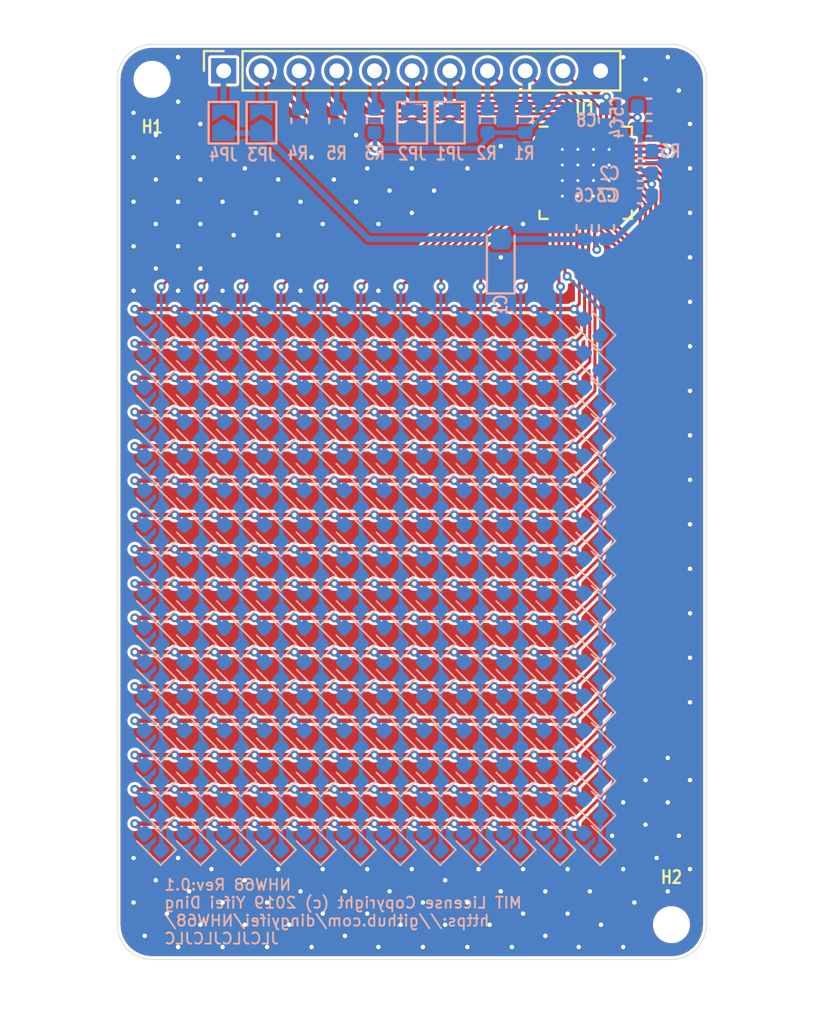
<source format=kicad_pcb>
(kicad_pcb (version 20171130) (host pcbnew "(5.1.5)-3")
  (title_block (title SimpleF303) (date 2020-02-10) (rev 0.1))
  (layers (0 F.Cu mixed) (31 B.Cu mixed) (34 B.Paste user) (35 F.Paste user hide) (36 B.SilkS user hide) (37 F.SilkS user) (38 B.Mask user) (39 F.Mask user) (44 Edge.Cuts user))
  (net 0 "")
  (net 1 GND)
  (net 2 +3V3)
  (net 3 +5V)
  (net 4 VCC)
  (net 5 /ADDR1)
  (net 6 /ADDR2)
  (net 7 /IICRST)
  (net 8 /SYNC)
  (net 9 /LED_Array/16)
  (net 10 /LED_Array/15)
  (net 11 /LED_Array/14)
  (net 12 /LED_Array/13)
  (net 13 /LED_Array/12)
  (net 14 /LED_Array/11)
  (net 15 /LED_Array/10)
  (net 16 /LED_Array/9)
  (net 17 /LED_Array/8)
  (net 18 /LED_Array/7)
  (net 19 /LED_Array/6)
  (net 20 /LED_Array/5)
  (net 21 /LED_Array/4)
  (net 22 /LED_Array/3)
  (net 23 /LED_Array/2)
  (net 24 /LED_Array/1)
  (net 25 /LED_Array/L)
  (net 26 /LED_Array/K)
  (net 27 /LED_Array/J)
  (net 28 /LED_Array/I)
  (net 29 /LED_Array/H)
  (net 30 /LED_Array/G)
  (net 31 /LED_Array/F)
  (net 32 /LED_Array/E)
  (net 33 /LED_Array/D)
  (net 34 /LED_Array/C)
  (net 35 /LED_Array/B)
  (net 36 /LED_Array/A)
  (net 37 /INTB)
  (net 38 /SDB)
  (net 39 /SCL)
  (net 40 /SDA)
  (net 41 "Net-(R6-Pad2)")
  (module KiCad:LED_0603_1608Metric_HideText (layer B.Cu) (at 131.537 121.214145 135)
    (fp_text reference D192 hide)
    (fp_text value LED)
    (pad 2 smd roundrect (at 0.7875 0 135) (size 0.875 0.95) (layers B.Cu B.Paste B.Mask) (net 9 /LED_Array/16))
    (pad 1 smd roundrect (at -0.7875 0 135) (size 0.875 0.95) (layers B.Cu B.Paste B.Mask) (net 36 /LED_Array/A))
  )
  (module KiCad:LED_0603_1608Metric_HideText (layer B.Cu) (at 131.537 118.901002 135)
    (fp_text reference D191 hide)
    (fp_text value LED)
    (pad 2 smd roundrect (at 0.7875 0 135) (size 0.875 0.95) (layers B.Cu B.Paste B.Mask) (net 10 /LED_Array/15))
    (pad 1 smd roundrect (at -0.7875 0 135) (size 0.875 0.95) (layers B.Cu B.Paste B.Mask) (net 36 /LED_Array/A))
  )
  (module KiCad:LED_0603_1608Metric_HideText (layer B.Cu) (at 131.537 116.587859 135)
    (fp_text reference D190 hide)
    (fp_text value LED)
    (pad 2 smd roundrect (at 0.7875 0 135) (size 0.875 0.95) (layers B.Cu B.Paste B.Mask) (net 11 /LED_Array/14))
    (pad 1 smd roundrect (at -0.7875 0 135) (size 0.875 0.95) (layers B.Cu B.Paste B.Mask) (net 36 /LED_Array/A))
  )
  (module KiCad:LED_0603_1608Metric_HideText (layer B.Cu) (at 131.537 114.274716 135)
    (fp_text reference D189 hide)
    (fp_text value LED)
    (pad 2 smd roundrect (at 0.7875 0 135) (size 0.875 0.95) (layers B.Cu B.Paste B.Mask) (net 12 /LED_Array/13))
    (pad 1 smd roundrect (at -0.7875 0 135) (size 0.875 0.95) (layers B.Cu B.Paste B.Mask) (net 36 /LED_Array/A))
  )
  (module KiCad:LED_0603_1608Metric_HideText (layer B.Cu) (at 131.537 111.961573 135)
    (fp_text reference D188 hide)
    (fp_text value LED)
    (pad 2 smd roundrect (at 0.7875 0 135) (size 0.875 0.95) (layers B.Cu B.Paste B.Mask) (net 13 /LED_Array/12))
    (pad 1 smd roundrect (at -0.7875 0 135) (size 0.875 0.95) (layers B.Cu B.Paste B.Mask) (net 36 /LED_Array/A))
  )
  (module KiCad:LED_0603_1608Metric_HideText (layer B.Cu) (at 131.537 109.64843 135)
    (fp_text reference D187 hide)
    (fp_text value LED)
    (pad 2 smd roundrect (at 0.7875 0 135) (size 0.875 0.95) (layers B.Cu B.Paste B.Mask) (net 14 /LED_Array/11))
    (pad 1 smd roundrect (at -0.7875 0 135) (size 0.875 0.95) (layers B.Cu B.Paste B.Mask) (net 36 /LED_Array/A))
  )
  (module KiCad:LED_0603_1608Metric_HideText (layer B.Cu) (at 131.537 107.335287 135)
    (fp_text reference D186 hide)
    (fp_text value LED)
    (pad 2 smd roundrect (at 0.7875 0 135) (size 0.875 0.95) (layers B.Cu B.Paste B.Mask) (net 15 /LED_Array/10))
    (pad 1 smd roundrect (at -0.7875 0 135) (size 0.875 0.95) (layers B.Cu B.Paste B.Mask) (net 36 /LED_Array/A))
  )
  (module KiCad:LED_0603_1608Metric_HideText (layer B.Cu) (at 131.537 105.022144 135)
    (fp_text reference D185 hide)
    (fp_text value LED)
    (pad 2 smd roundrect (at 0.7875 0 135) (size 0.875 0.95) (layers B.Cu B.Paste B.Mask) (net 16 /LED_Array/9))
    (pad 1 smd roundrect (at -0.7875 0 135) (size 0.875 0.95) (layers B.Cu B.Paste B.Mask) (net 36 /LED_Array/A))
  )
  (module KiCad:LED_0603_1608Metric_HideText (layer B.Cu) (at 131.537 102.709001 135)
    (fp_text reference D184 hide)
    (fp_text value LED)
    (pad 2 smd roundrect (at 0.7875 0 135) (size 0.875 0.95) (layers B.Cu B.Paste B.Mask) (net 17 /LED_Array/8))
    (pad 1 smd roundrect (at -0.7875 0 135) (size 0.875 0.95) (layers B.Cu B.Paste B.Mask) (net 36 /LED_Array/A))
  )
  (module KiCad:LED_0603_1608Metric_HideText (layer B.Cu) (at 131.537 100.395858 135)
    (fp_text reference D183 hide)
    (fp_text value LED)
    (pad 2 smd roundrect (at 0.7875 0 135) (size 0.875 0.95) (layers B.Cu B.Paste B.Mask) (net 18 /LED_Array/7))
    (pad 1 smd roundrect (at -0.7875 0 135) (size 0.875 0.95) (layers B.Cu B.Paste B.Mask) (net 36 /LED_Array/A))
  )
  (module KiCad:LED_0603_1608Metric_HideText (layer B.Cu) (at 131.537 98.082715 135)
    (fp_text reference D182 hide)
    (fp_text value LED)
    (pad 2 smd roundrect (at 0.7875 0 135) (size 0.875 0.95) (layers B.Cu B.Paste B.Mask) (net 19 /LED_Array/6))
    (pad 1 smd roundrect (at -0.7875 0 135) (size 0.875 0.95) (layers B.Cu B.Paste B.Mask) (net 36 /LED_Array/A))
  )
  (module KiCad:LED_0603_1608Metric_HideText (layer B.Cu) (at 131.537 95.769572 135)
    (fp_text reference D181 hide)
    (fp_text value LED)
    (pad 2 smd roundrect (at 0.7875 0 135) (size 0.875 0.95) (layers B.Cu B.Paste B.Mask) (net 20 /LED_Array/5))
    (pad 1 smd roundrect (at -0.7875 0 135) (size 0.875 0.95) (layers B.Cu B.Paste B.Mask) (net 36 /LED_Array/A))
  )
  (module KiCad:LED_0603_1608Metric_HideText (layer B.Cu) (at 131.537 93.456429 135)
    (fp_text reference D180 hide)
    (fp_text value LED)
    (pad 2 smd roundrect (at 0.7875 0 135) (size 0.875 0.95) (layers B.Cu B.Paste B.Mask) (net 21 /LED_Array/4))
    (pad 1 smd roundrect (at -0.7875 0 135) (size 0.875 0.95) (layers B.Cu B.Paste B.Mask) (net 36 /LED_Array/A))
  )
  (module KiCad:LED_0603_1608Metric_HideText (layer B.Cu) (at 131.537 91.143286 135)
    (fp_text reference D179 hide)
    (fp_text value LED)
    (pad 2 smd roundrect (at 0.7875 0 135) (size 0.875 0.95) (layers B.Cu B.Paste B.Mask) (net 22 /LED_Array/3))
    (pad 1 smd roundrect (at -0.7875 0 135) (size 0.875 0.95) (layers B.Cu B.Paste B.Mask) (net 36 /LED_Array/A))
  )
  (module KiCad:LED_0603_1608Metric_HideText (layer B.Cu) (at 131.537 88.830143 135)
    (fp_text reference D178 hide)
    (fp_text value LED)
    (pad 2 smd roundrect (at 0.7875 0 135) (size 0.875 0.95) (layers B.Cu B.Paste B.Mask) (net 23 /LED_Array/2))
    (pad 1 smd roundrect (at -0.7875 0 135) (size 0.875 0.95) (layers B.Cu B.Paste B.Mask) (net 36 /LED_Array/A))
  )
  (module KiCad:LED_0603_1608Metric_HideText (layer B.Cu) (at 131.537 86.517 135)
    (fp_text reference D177 hide)
    (fp_text value LED)
    (pad 2 smd roundrect (at 0.7875 0 135) (size 0.875 0.95) (layers B.Cu B.Paste B.Mask) (net 24 /LED_Array/1))
    (pad 1 smd roundrect (at -0.7875 0 135) (size 0.875 0.95) (layers B.Cu B.Paste B.Mask) (net 36 /LED_Array/A))
  )
  (module KiCad:LED_0603_1608Metric_HideText (layer B.Cu) (at 134.228559 121.214145 135)
    (fp_text reference D176 hide)
    (fp_text value LED)
    (pad 2 smd roundrect (at 0.7875 0 135) (size 0.875 0.95) (layers B.Cu B.Paste B.Mask) (net 9 /LED_Array/16))
    (pad 1 smd roundrect (at -0.7875 0 135) (size 0.875 0.95) (layers B.Cu B.Paste B.Mask) (net 35 /LED_Array/B))
  )
  (module KiCad:LED_0603_1608Metric_HideText (layer B.Cu) (at 134.228559 118.901002 135)
    (fp_text reference D175 hide)
    (fp_text value LED)
    (pad 2 smd roundrect (at 0.7875 0 135) (size 0.875 0.95) (layers B.Cu B.Paste B.Mask) (net 10 /LED_Array/15))
    (pad 1 smd roundrect (at -0.7875 0 135) (size 0.875 0.95) (layers B.Cu B.Paste B.Mask) (net 35 /LED_Array/B))
  )
  (module KiCad:LED_0603_1608Metric_HideText (layer B.Cu) (at 134.228559 116.587859 135)
    (fp_text reference D174 hide)
    (fp_text value LED)
    (pad 2 smd roundrect (at 0.7875 0 135) (size 0.875 0.95) (layers B.Cu B.Paste B.Mask) (net 11 /LED_Array/14))
    (pad 1 smd roundrect (at -0.7875 0 135) (size 0.875 0.95) (layers B.Cu B.Paste B.Mask) (net 35 /LED_Array/B))
  )
  (module KiCad:LED_0603_1608Metric_HideText (layer B.Cu) (at 134.228559 114.274716 135)
    (fp_text reference D173 hide)
    (fp_text value LED)
    (pad 2 smd roundrect (at 0.7875 0 135) (size 0.875 0.95) (layers B.Cu B.Paste B.Mask) (net 12 /LED_Array/13))
    (pad 1 smd roundrect (at -0.7875 0 135) (size 0.875 0.95) (layers B.Cu B.Paste B.Mask) (net 35 /LED_Array/B))
  )
  (module KiCad:LED_0603_1608Metric_HideText (layer B.Cu) (at 134.228559 111.961573 135)
    (fp_text reference D172 hide)
    (fp_text value LED)
    (pad 2 smd roundrect (at 0.7875 0 135) (size 0.875 0.95) (layers B.Cu B.Paste B.Mask) (net 13 /LED_Array/12))
    (pad 1 smd roundrect (at -0.7875 0 135) (size 0.875 0.95) (layers B.Cu B.Paste B.Mask) (net 35 /LED_Array/B))
  )
  (module KiCad:LED_0603_1608Metric_HideText (layer B.Cu) (at 134.228559 109.64843 135)
    (fp_text reference D171 hide)
    (fp_text value LED)
    (pad 2 smd roundrect (at 0.7875 0 135) (size 0.875 0.95) (layers B.Cu B.Paste B.Mask) (net 14 /LED_Array/11))
    (pad 1 smd roundrect (at -0.7875 0 135) (size 0.875 0.95) (layers B.Cu B.Paste B.Mask) (net 35 /LED_Array/B))
  )
  (module KiCad:LED_0603_1608Metric_HideText (layer B.Cu) (at 134.228559 107.335287 135)
    (fp_text reference D170 hide)
    (fp_text value LED)
    (pad 2 smd roundrect (at 0.7875 0 135) (size 0.875 0.95) (layers B.Cu B.Paste B.Mask) (net 15 /LED_Array/10))
    (pad 1 smd roundrect (at -0.7875 0 135) (size 0.875 0.95) (layers B.Cu B.Paste B.Mask) (net 35 /LED_Array/B))
  )
  (module KiCad:LED_0603_1608Metric_HideText (layer B.Cu) (at 134.228559 105.022144 135)
    (fp_text reference D169 hide)
    (fp_text value LED)
    (pad 2 smd roundrect (at 0.7875 0 135) (size 0.875 0.95) (layers B.Cu B.Paste B.Mask) (net 16 /LED_Array/9))
    (pad 1 smd roundrect (at -0.7875 0 135) (size 0.875 0.95) (layers B.Cu B.Paste B.Mask) (net 35 /LED_Array/B))
  )
  (module KiCad:LED_0603_1608Metric_HideText (layer B.Cu) (at 134.228559 102.709001 135)
    (fp_text reference D168 hide)
    (fp_text value LED)
    (pad 2 smd roundrect (at 0.7875 0 135) (size 0.875 0.95) (layers B.Cu B.Paste B.Mask) (net 17 /LED_Array/8))
    (pad 1 smd roundrect (at -0.7875 0 135) (size 0.875 0.95) (layers B.Cu B.Paste B.Mask) (net 35 /LED_Array/B))
  )
  (module KiCad:LED_0603_1608Metric_HideText (layer B.Cu) (at 134.228559 100.395858 135)
    (fp_text reference D167 hide)
    (fp_text value LED)
    (pad 2 smd roundrect (at 0.7875 0 135) (size 0.875 0.95) (layers B.Cu B.Paste B.Mask) (net 18 /LED_Array/7))
    (pad 1 smd roundrect (at -0.7875 0 135) (size 0.875 0.95) (layers B.Cu B.Paste B.Mask) (net 35 /LED_Array/B))
  )
  (module KiCad:LED_0603_1608Metric_HideText (layer B.Cu) (at 134.228559 98.082715 135)
    (fp_text reference D166 hide)
    (fp_text value LED)
    (pad 2 smd roundrect (at 0.7875 0 135) (size 0.875 0.95) (layers B.Cu B.Paste B.Mask) (net 19 /LED_Array/6))
    (pad 1 smd roundrect (at -0.7875 0 135) (size 0.875 0.95) (layers B.Cu B.Paste B.Mask) (net 35 /LED_Array/B))
  )
  (module KiCad:LED_0603_1608Metric_HideText (layer B.Cu) (at 134.228559 95.769572 135)
    (fp_text reference D165 hide)
    (fp_text value LED)
    (pad 2 smd roundrect (at 0.7875 0 135) (size 0.875 0.95) (layers B.Cu B.Paste B.Mask) (net 20 /LED_Array/5))
    (pad 1 smd roundrect (at -0.7875 0 135) (size 0.875 0.95) (layers B.Cu B.Paste B.Mask) (net 35 /LED_Array/B))
  )
  (module KiCad:LED_0603_1608Metric_HideText (layer B.Cu) (at 134.228559 93.456429 135)
    (fp_text reference D164 hide)
    (fp_text value LED)
    (pad 2 smd roundrect (at 0.7875 0 135) (size 0.875 0.95) (layers B.Cu B.Paste B.Mask) (net 21 /LED_Array/4))
    (pad 1 smd roundrect (at -0.7875 0 135) (size 0.875 0.95) (layers B.Cu B.Paste B.Mask) (net 35 /LED_Array/B))
  )
  (module KiCad:LED_0603_1608Metric_HideText (layer B.Cu) (at 134.228559 91.143286 135)
    (fp_text reference D163 hide)
    (fp_text value LED)
    (pad 2 smd roundrect (at 0.7875 0 135) (size 0.875 0.95) (layers B.Cu B.Paste B.Mask) (net 22 /LED_Array/3))
    (pad 1 smd roundrect (at -0.7875 0 135) (size 0.875 0.95) (layers B.Cu B.Paste B.Mask) (net 35 /LED_Array/B))
  )
  (module KiCad:LED_0603_1608Metric_HideText (layer B.Cu) (at 134.228559 88.830143 135)
    (fp_text reference D162 hide)
    (fp_text value LED)
    (pad 2 smd roundrect (at 0.7875 0 135) (size 0.875 0.95) (layers B.Cu B.Paste B.Mask) (net 23 /LED_Array/2))
    (pad 1 smd roundrect (at -0.7875 0 135) (size 0.875 0.95) (layers B.Cu B.Paste B.Mask) (net 35 /LED_Array/B))
  )
  (module KiCad:LED_0603_1608Metric_HideText (layer B.Cu) (at 134.228559 86.517 135)
    (fp_text reference D161 hide)
    (fp_text value LED)
    (pad 2 smd roundrect (at 0.7875 0 135) (size 0.875 0.95) (layers B.Cu B.Paste B.Mask) (net 24 /LED_Array/1))
    (pad 1 smd roundrect (at -0.7875 0 135) (size 0.875 0.95) (layers B.Cu B.Paste B.Mask) (net 35 /LED_Array/B))
  )
  (module KiCad:LED_0603_1608Metric_HideText (layer B.Cu) (at 136.920118 121.214145 135)
    (fp_text reference D160 hide)
    (fp_text value LED)
    (pad 2 smd roundrect (at 0.7875 0 135) (size 0.875 0.95) (layers B.Cu B.Paste B.Mask) (net 9 /LED_Array/16))
    (pad 1 smd roundrect (at -0.7875 0 135) (size 0.875 0.95) (layers B.Cu B.Paste B.Mask) (net 34 /LED_Array/C))
  )
  (module KiCad:LED_0603_1608Metric_HideText (layer B.Cu) (at 136.920118 118.901002 135)
    (fp_text reference D159 hide)
    (fp_text value LED)
    (pad 2 smd roundrect (at 0.7875 0 135) (size 0.875 0.95) (layers B.Cu B.Paste B.Mask) (net 10 /LED_Array/15))
    (pad 1 smd roundrect (at -0.7875 0 135) (size 0.875 0.95) (layers B.Cu B.Paste B.Mask) (net 34 /LED_Array/C))
  )
  (module KiCad:LED_0603_1608Metric_HideText (layer B.Cu) (at 136.920118 116.587859 135)
    (fp_text reference D158 hide)
    (fp_text value LED)
    (pad 2 smd roundrect (at 0.7875 0 135) (size 0.875 0.95) (layers B.Cu B.Paste B.Mask) (net 11 /LED_Array/14))
    (pad 1 smd roundrect (at -0.7875 0 135) (size 0.875 0.95) (layers B.Cu B.Paste B.Mask) (net 34 /LED_Array/C))
  )
  (module KiCad:LED_0603_1608Metric_HideText (layer B.Cu) (at 136.920118 114.274716 135)
    (fp_text reference D157 hide)
    (fp_text value LED)
    (pad 2 smd roundrect (at 0.7875 0 135) (size 0.875 0.95) (layers B.Cu B.Paste B.Mask) (net 12 /LED_Array/13))
    (pad 1 smd roundrect (at -0.7875 0 135) (size 0.875 0.95) (layers B.Cu B.Paste B.Mask) (net 34 /LED_Array/C))
  )
  (module KiCad:LED_0603_1608Metric_HideText (layer B.Cu) (at 136.920118 111.961573 135)
    (fp_text reference D156 hide)
    (fp_text value LED)
    (pad 2 smd roundrect (at 0.7875 0 135) (size 0.875 0.95) (layers B.Cu B.Paste B.Mask) (net 13 /LED_Array/12))
    (pad 1 smd roundrect (at -0.7875 0 135) (size 0.875 0.95) (layers B.Cu B.Paste B.Mask) (net 34 /LED_Array/C))
  )
  (module KiCad:LED_0603_1608Metric_HideText (layer B.Cu) (at 136.920118 109.64843 135)
    (fp_text reference D155 hide)
    (fp_text value LED)
    (pad 2 smd roundrect (at 0.7875 0 135) (size 0.875 0.95) (layers B.Cu B.Paste B.Mask) (net 14 /LED_Array/11))
    (pad 1 smd roundrect (at -0.7875 0 135) (size 0.875 0.95) (layers B.Cu B.Paste B.Mask) (net 34 /LED_Array/C))
  )
  (module KiCad:LED_0603_1608Metric_HideText (layer B.Cu) (at 136.920118 107.335287 135)
    (fp_text reference D154 hide)
    (fp_text value LED)
    (pad 2 smd roundrect (at 0.7875 0 135) (size 0.875 0.95) (layers B.Cu B.Paste B.Mask) (net 15 /LED_Array/10))
    (pad 1 smd roundrect (at -0.7875 0 135) (size 0.875 0.95) (layers B.Cu B.Paste B.Mask) (net 34 /LED_Array/C))
  )
  (module KiCad:LED_0603_1608Metric_HideText (layer B.Cu) (at 136.920118 105.022144 135)
    (fp_text reference D153 hide)
    (fp_text value LED)
    (pad 2 smd roundrect (at 0.7875 0 135) (size 0.875 0.95) (layers B.Cu B.Paste B.Mask) (net 16 /LED_Array/9))
    (pad 1 smd roundrect (at -0.7875 0 135) (size 0.875 0.95) (layers B.Cu B.Paste B.Mask) (net 34 /LED_Array/C))
  )
  (module KiCad:LED_0603_1608Metric_HideText (layer B.Cu) (at 136.920118 102.709001 135)
    (fp_text reference D152 hide)
    (fp_text value LED)
    (pad 2 smd roundrect (at 0.7875 0 135) (size 0.875 0.95) (layers B.Cu B.Paste B.Mask) (net 17 /LED_Array/8))
    (pad 1 smd roundrect (at -0.7875 0 135) (size 0.875 0.95) (layers B.Cu B.Paste B.Mask) (net 34 /LED_Array/C))
  )
  (module KiCad:LED_0603_1608Metric_HideText (layer B.Cu) (at 136.920118 100.395858 135)
    (fp_text reference D151 hide)
    (fp_text value LED)
    (pad 2 smd roundrect (at 0.7875 0 135) (size 0.875 0.95) (layers B.Cu B.Paste B.Mask) (net 18 /LED_Array/7))
    (pad 1 smd roundrect (at -0.7875 0 135) (size 0.875 0.95) (layers B.Cu B.Paste B.Mask) (net 34 /LED_Array/C))
  )
  (module KiCad:LED_0603_1608Metric_HideText (layer B.Cu) (at 136.920118 98.082715 135)
    (fp_text reference D150 hide)
    (fp_text value LED)
    (pad 2 smd roundrect (at 0.7875 0 135) (size 0.875 0.95) (layers B.Cu B.Paste B.Mask) (net 19 /LED_Array/6))
    (pad 1 smd roundrect (at -0.7875 0 135) (size 0.875 0.95) (layers B.Cu B.Paste B.Mask) (net 34 /LED_Array/C))
  )
  (module KiCad:LED_0603_1608Metric_HideText (layer B.Cu) (at 136.920118 95.769572 135)
    (fp_text reference D149 hide)
    (fp_text value LED)
    (pad 2 smd roundrect (at 0.7875 0 135) (size 0.875 0.95) (layers B.Cu B.Paste B.Mask) (net 20 /LED_Array/5))
    (pad 1 smd roundrect (at -0.7875 0 135) (size 0.875 0.95) (layers B.Cu B.Paste B.Mask) (net 34 /LED_Array/C))
  )
  (module KiCad:LED_0603_1608Metric_HideText (layer B.Cu) (at 136.920118 93.456429 135)
    (fp_text reference D148 hide)
    (fp_text value LED)
    (pad 2 smd roundrect (at 0.7875 0 135) (size 0.875 0.95) (layers B.Cu B.Paste B.Mask) (net 21 /LED_Array/4))
    (pad 1 smd roundrect (at -0.7875 0 135) (size 0.875 0.95) (layers B.Cu B.Paste B.Mask) (net 34 /LED_Array/C))
  )
  (module KiCad:LED_0603_1608Metric_HideText (layer B.Cu) (at 136.920118 91.143286 135)
    (fp_text reference D147 hide)
    (fp_text value LED)
    (pad 2 smd roundrect (at 0.7875 0 135) (size 0.875 0.95) (layers B.Cu B.Paste B.Mask) (net 22 /LED_Array/3))
    (pad 1 smd roundrect (at -0.7875 0 135) (size 0.875 0.95) (layers B.Cu B.Paste B.Mask) (net 34 /LED_Array/C))
  )
  (module KiCad:LED_0603_1608Metric_HideText (layer B.Cu) (at 136.920118 88.830143 135)
    (fp_text reference D146 hide)
    (fp_text value LED)
    (pad 2 smd roundrect (at 0.7875 0 135) (size 0.875 0.95) (layers B.Cu B.Paste B.Mask) (net 23 /LED_Array/2))
    (pad 1 smd roundrect (at -0.7875 0 135) (size 0.875 0.95) (layers B.Cu B.Paste B.Mask) (net 34 /LED_Array/C))
  )
  (module KiCad:LED_0603_1608Metric_HideText (layer B.Cu) (at 136.920118 86.517 135)
    (fp_text reference D145 hide)
    (fp_text value LED)
    (pad 2 smd roundrect (at 0.7875 0 135) (size 0.875 0.95) (layers B.Cu B.Paste B.Mask) (net 24 /LED_Array/1))
    (pad 1 smd roundrect (at -0.7875 0 135) (size 0.875 0.95) (layers B.Cu B.Paste B.Mask) (net 34 /LED_Array/C))
  )
  (module KiCad:LED_0603_1608Metric_HideText (layer B.Cu) (at 139.611677 121.214145 135)
    (fp_text reference D144 hide)
    (fp_text value LED)
    (pad 2 smd roundrect (at 0.7875 0 135) (size 0.875 0.95) (layers B.Cu B.Paste B.Mask) (net 9 /LED_Array/16))
    (pad 1 smd roundrect (at -0.7875 0 135) (size 0.875 0.95) (layers B.Cu B.Paste B.Mask) (net 33 /LED_Array/D))
  )
  (module KiCad:LED_0603_1608Metric_HideText (layer B.Cu) (at 139.611677 118.901002 135)
    (fp_text reference D143 hide)
    (fp_text value LED)
    (pad 2 smd roundrect (at 0.7875 0 135) (size 0.875 0.95) (layers B.Cu B.Paste B.Mask) (net 10 /LED_Array/15))
    (pad 1 smd roundrect (at -0.7875 0 135) (size 0.875 0.95) (layers B.Cu B.Paste B.Mask) (net 33 /LED_Array/D))
  )
  (module KiCad:LED_0603_1608Metric_HideText (layer B.Cu) (at 139.611677 116.587859 135)
    (fp_text reference D142 hide)
    (fp_text value LED)
    (pad 2 smd roundrect (at 0.7875 0 135) (size 0.875 0.95) (layers B.Cu B.Paste B.Mask) (net 11 /LED_Array/14))
    (pad 1 smd roundrect (at -0.7875 0 135) (size 0.875 0.95) (layers B.Cu B.Paste B.Mask) (net 33 /LED_Array/D))
  )
  (module KiCad:LED_0603_1608Metric_HideText (layer B.Cu) (at 139.611677 114.274716 135)
    (fp_text reference D141 hide)
    (fp_text value LED)
    (pad 2 smd roundrect (at 0.7875 0 135) (size 0.875 0.95) (layers B.Cu B.Paste B.Mask) (net 12 /LED_Array/13))
    (pad 1 smd roundrect (at -0.7875 0 135) (size 0.875 0.95) (layers B.Cu B.Paste B.Mask) (net 33 /LED_Array/D))
  )
  (module KiCad:LED_0603_1608Metric_HideText (layer B.Cu) (at 139.611677 111.961573 135)
    (fp_text reference D140 hide)
    (fp_text value LED)
    (pad 2 smd roundrect (at 0.7875 0 135) (size 0.875 0.95) (layers B.Cu B.Paste B.Mask) (net 13 /LED_Array/12))
    (pad 1 smd roundrect (at -0.7875 0 135) (size 0.875 0.95) (layers B.Cu B.Paste B.Mask) (net 33 /LED_Array/D))
  )
  (module KiCad:LED_0603_1608Metric_HideText (layer B.Cu) (at 139.611677 109.64843 135)
    (fp_text reference D139 hide)
    (fp_text value LED)
    (pad 2 smd roundrect (at 0.7875 0 135) (size 0.875 0.95) (layers B.Cu B.Paste B.Mask) (net 14 /LED_Array/11))
    (pad 1 smd roundrect (at -0.7875 0 135) (size 0.875 0.95) (layers B.Cu B.Paste B.Mask) (net 33 /LED_Array/D))
  )
  (module KiCad:LED_0603_1608Metric_HideText (layer B.Cu) (at 139.611677 107.335287 135)
    (fp_text reference D138 hide)
    (fp_text value LED)
    (pad 2 smd roundrect (at 0.7875 0 135) (size 0.875 0.95) (layers B.Cu B.Paste B.Mask) (net 15 /LED_Array/10))
    (pad 1 smd roundrect (at -0.7875 0 135) (size 0.875 0.95) (layers B.Cu B.Paste B.Mask) (net 33 /LED_Array/D))
  )
  (module KiCad:LED_0603_1608Metric_HideText (layer B.Cu) (at 139.611677 105.022144 135)
    (fp_text reference D137 hide)
    (fp_text value LED)
    (pad 2 smd roundrect (at 0.7875 0 135) (size 0.875 0.95) (layers B.Cu B.Paste B.Mask) (net 16 /LED_Array/9))
    (pad 1 smd roundrect (at -0.7875 0 135) (size 0.875 0.95) (layers B.Cu B.Paste B.Mask) (net 33 /LED_Array/D))
  )
  (module KiCad:LED_0603_1608Metric_HideText (layer B.Cu) (at 139.611677 102.709001 135)
    (fp_text reference D136 hide)
    (fp_text value LED)
    (pad 2 smd roundrect (at 0.7875 0 135) (size 0.875 0.95) (layers B.Cu B.Paste B.Mask) (net 17 /LED_Array/8))
    (pad 1 smd roundrect (at -0.7875 0 135) (size 0.875 0.95) (layers B.Cu B.Paste B.Mask) (net 33 /LED_Array/D))
  )
  (module KiCad:LED_0603_1608Metric_HideText (layer B.Cu) (at 139.611677 100.395858 135)
    (fp_text reference D135 hide)
    (fp_text value LED)
    (pad 2 smd roundrect (at 0.7875 0 135) (size 0.875 0.95) (layers B.Cu B.Paste B.Mask) (net 18 /LED_Array/7))
    (pad 1 smd roundrect (at -0.7875 0 135) (size 0.875 0.95) (layers B.Cu B.Paste B.Mask) (net 33 /LED_Array/D))
  )
  (module KiCad:LED_0603_1608Metric_HideText (layer B.Cu) (at 139.611677 98.082715 135)
    (fp_text reference D134 hide)
    (fp_text value LED)
    (pad 2 smd roundrect (at 0.7875 0 135) (size 0.875 0.95) (layers B.Cu B.Paste B.Mask) (net 19 /LED_Array/6))
    (pad 1 smd roundrect (at -0.7875 0 135) (size 0.875 0.95) (layers B.Cu B.Paste B.Mask) (net 33 /LED_Array/D))
  )
  (module KiCad:LED_0603_1608Metric_HideText (layer B.Cu) (at 139.611677 95.769572 135)
    (fp_text reference D133 hide)
    (fp_text value LED)
    (pad 2 smd roundrect (at 0.7875 0 135) (size 0.875 0.95) (layers B.Cu B.Paste B.Mask) (net 20 /LED_Array/5))
    (pad 1 smd roundrect (at -0.7875 0 135) (size 0.875 0.95) (layers B.Cu B.Paste B.Mask) (net 33 /LED_Array/D))
  )
  (module KiCad:LED_0603_1608Metric_HideText (layer B.Cu) (at 139.611677 93.456429 135)
    (fp_text reference D132 hide)
    (fp_text value LED)
    (pad 2 smd roundrect (at 0.7875 0 135) (size 0.875 0.95) (layers B.Cu B.Paste B.Mask) (net 21 /LED_Array/4))
    (pad 1 smd roundrect (at -0.7875 0 135) (size 0.875 0.95) (layers B.Cu B.Paste B.Mask) (net 33 /LED_Array/D))
  )
  (module KiCad:LED_0603_1608Metric_HideText (layer B.Cu) (at 139.611677 91.143286 135)
    (fp_text reference D131 hide)
    (fp_text value LED)
    (pad 2 smd roundrect (at 0.7875 0 135) (size 0.875 0.95) (layers B.Cu B.Paste B.Mask) (net 22 /LED_Array/3))
    (pad 1 smd roundrect (at -0.7875 0 135) (size 0.875 0.95) (layers B.Cu B.Paste B.Mask) (net 33 /LED_Array/D))
  )
  (module KiCad:LED_0603_1608Metric_HideText (layer B.Cu) (at 139.611677 88.830143 135)
    (fp_text reference D130 hide)
    (fp_text value LED)
    (pad 2 smd roundrect (at 0.7875 0 135) (size 0.875 0.95) (layers B.Cu B.Paste B.Mask) (net 23 /LED_Array/2))
    (pad 1 smd roundrect (at -0.7875 0 135) (size 0.875 0.95) (layers B.Cu B.Paste B.Mask) (net 33 /LED_Array/D))
  )
  (module KiCad:LED_0603_1608Metric_HideText (layer B.Cu) (at 139.611677 86.517 135)
    (fp_text reference D129 hide)
    (fp_text value LED)
    (pad 2 smd roundrect (at 0.7875 0 135) (size 0.875 0.95) (layers B.Cu B.Paste B.Mask) (net 24 /LED_Array/1))
    (pad 1 smd roundrect (at -0.7875 0 135) (size 0.875 0.95) (layers B.Cu B.Paste B.Mask) (net 33 /LED_Array/D))
  )
  (module KiCad:LED_0603_1608Metric_HideText (layer B.Cu) (at 142.303236 121.214145 135)
    (fp_text reference D128 hide)
    (fp_text value LED)
    (pad 2 smd roundrect (at 0.7875 0 135) (size 0.875 0.95) (layers B.Cu B.Paste B.Mask) (net 9 /LED_Array/16))
    (pad 1 smd roundrect (at -0.7875 0 135) (size 0.875 0.95) (layers B.Cu B.Paste B.Mask) (net 32 /LED_Array/E))
  )
  (module KiCad:LED_0603_1608Metric_HideText (layer B.Cu) (at 142.303236 118.901002 135)
    (fp_text reference D127 hide)
    (fp_text value LED)
    (pad 2 smd roundrect (at 0.7875 0 135) (size 0.875 0.95) (layers B.Cu B.Paste B.Mask) (net 10 /LED_Array/15))
    (pad 1 smd roundrect (at -0.7875 0 135) (size 0.875 0.95) (layers B.Cu B.Paste B.Mask) (net 32 /LED_Array/E))
  )
  (module KiCad:LED_0603_1608Metric_HideText (layer B.Cu) (at 142.303236 116.587859 135)
    (fp_text reference D126 hide)
    (fp_text value LED)
    (pad 2 smd roundrect (at 0.7875 0 135) (size 0.875 0.95) (layers B.Cu B.Paste B.Mask) (net 11 /LED_Array/14))
    (pad 1 smd roundrect (at -0.7875 0 135) (size 0.875 0.95) (layers B.Cu B.Paste B.Mask) (net 32 /LED_Array/E))
  )
  (module KiCad:LED_0603_1608Metric_HideText (layer B.Cu) (at 142.303236 114.274716 135)
    (fp_text reference D125 hide)
    (fp_text value LED)
    (pad 2 smd roundrect (at 0.7875 0 135) (size 0.875 0.95) (layers B.Cu B.Paste B.Mask) (net 12 /LED_Array/13))
    (pad 1 smd roundrect (at -0.7875 0 135) (size 0.875 0.95) (layers B.Cu B.Paste B.Mask) (net 32 /LED_Array/E))
  )
  (module KiCad:LED_0603_1608Metric_HideText (layer B.Cu) (at 142.303236 111.961573 135)
    (fp_text reference D124 hide)
    (fp_text value LED)
    (pad 2 smd roundrect (at 0.7875 0 135) (size 0.875 0.95) (layers B.Cu B.Paste B.Mask) (net 13 /LED_Array/12))
    (pad 1 smd roundrect (at -0.7875 0 135) (size 0.875 0.95) (layers B.Cu B.Paste B.Mask) (net 32 /LED_Array/E))
  )
  (module KiCad:LED_0603_1608Metric_HideText (layer B.Cu) (at 142.303236 109.64843 135)
    (fp_text reference D123 hide)
    (fp_text value LED)
    (pad 2 smd roundrect (at 0.7875 0 135) (size 0.875 0.95) (layers B.Cu B.Paste B.Mask) (net 14 /LED_Array/11))
    (pad 1 smd roundrect (at -0.7875 0 135) (size 0.875 0.95) (layers B.Cu B.Paste B.Mask) (net 32 /LED_Array/E))
  )
  (module KiCad:LED_0603_1608Metric_HideText (layer B.Cu) (at 142.303236 107.335287 135)
    (fp_text reference D122 hide)
    (fp_text value LED)
    (pad 2 smd roundrect (at 0.7875 0 135) (size 0.875 0.95) (layers B.Cu B.Paste B.Mask) (net 15 /LED_Array/10))
    (pad 1 smd roundrect (at -0.7875 0 135) (size 0.875 0.95) (layers B.Cu B.Paste B.Mask) (net 32 /LED_Array/E))
  )
  (module KiCad:LED_0603_1608Metric_HideText (layer B.Cu) (at 142.303236 105.022144 135)
    (fp_text reference D121 hide)
    (fp_text value LED)
    (pad 2 smd roundrect (at 0.7875 0 135) (size 0.875 0.95) (layers B.Cu B.Paste B.Mask) (net 16 /LED_Array/9))
    (pad 1 smd roundrect (at -0.7875 0 135) (size 0.875 0.95) (layers B.Cu B.Paste B.Mask) (net 32 /LED_Array/E))
  )
  (module KiCad:LED_0603_1608Metric_HideText (layer B.Cu) (at 142.303236 102.709001 135)
    (fp_text reference D120 hide)
    (fp_text value LED)
    (pad 2 smd roundrect (at 0.7875 0 135) (size 0.875 0.95) (layers B.Cu B.Paste B.Mask) (net 17 /LED_Array/8))
    (pad 1 smd roundrect (at -0.7875 0 135) (size 0.875 0.95) (layers B.Cu B.Paste B.Mask) (net 32 /LED_Array/E))
  )
  (module KiCad:LED_0603_1608Metric_HideText (layer B.Cu) (at 142.303236 100.395858 135)
    (fp_text reference D119 hide)
    (fp_text value LED)
    (pad 2 smd roundrect (at 0.7875 0 135) (size 0.875 0.95) (layers B.Cu B.Paste B.Mask) (net 18 /LED_Array/7))
    (pad 1 smd roundrect (at -0.7875 0 135) (size 0.875 0.95) (layers B.Cu B.Paste B.Mask) (net 32 /LED_Array/E))
  )
  (module KiCad:LED_0603_1608Metric_HideText (layer B.Cu) (at 142.303236 98.082715 135)
    (fp_text reference D118 hide)
    (fp_text value LED)
    (pad 2 smd roundrect (at 0.7875 0 135) (size 0.875 0.95) (layers B.Cu B.Paste B.Mask) (net 19 /LED_Array/6))
    (pad 1 smd roundrect (at -0.7875 0 135) (size 0.875 0.95) (layers B.Cu B.Paste B.Mask) (net 32 /LED_Array/E))
  )
  (module KiCad:LED_0603_1608Metric_HideText (layer B.Cu) (at 142.303236 95.769572 135)
    (fp_text reference D117 hide)
    (fp_text value LED)
    (pad 2 smd roundrect (at 0.7875 0 135) (size 0.875 0.95) (layers B.Cu B.Paste B.Mask) (net 20 /LED_Array/5))
    (pad 1 smd roundrect (at -0.7875 0 135) (size 0.875 0.95) (layers B.Cu B.Paste B.Mask) (net 32 /LED_Array/E))
  )
  (module KiCad:LED_0603_1608Metric_HideText (layer B.Cu) (at 142.303236 93.456429 135)
    (fp_text reference D116 hide)
    (fp_text value LED)
    (pad 2 smd roundrect (at 0.7875 0 135) (size 0.875 0.95) (layers B.Cu B.Paste B.Mask) (net 21 /LED_Array/4))
    (pad 1 smd roundrect (at -0.7875 0 135) (size 0.875 0.95) (layers B.Cu B.Paste B.Mask) (net 32 /LED_Array/E))
  )
  (module KiCad:LED_0603_1608Metric_HideText (layer B.Cu) (at 142.303236 91.143286 135)
    (fp_text reference D115 hide)
    (fp_text value LED)
    (pad 2 smd roundrect (at 0.7875 0 135) (size 0.875 0.95) (layers B.Cu B.Paste B.Mask) (net 22 /LED_Array/3))
    (pad 1 smd roundrect (at -0.7875 0 135) (size 0.875 0.95) (layers B.Cu B.Paste B.Mask) (net 32 /LED_Array/E))
  )
  (module KiCad:LED_0603_1608Metric_HideText (layer B.Cu) (at 142.303236 88.830143 135)
    (fp_text reference D114 hide)
    (fp_text value LED)
    (pad 2 smd roundrect (at 0.7875 0 135) (size 0.875 0.95) (layers B.Cu B.Paste B.Mask) (net 23 /LED_Array/2))
    (pad 1 smd roundrect (at -0.7875 0 135) (size 0.875 0.95) (layers B.Cu B.Paste B.Mask) (net 32 /LED_Array/E))
  )
  (module KiCad:LED_0603_1608Metric_HideText (layer B.Cu) (at 142.303236 86.517 135)
    (fp_text reference D113 hide)
    (fp_text value LED)
    (pad 2 smd roundrect (at 0.7875 0 135) (size 0.875 0.95) (layers B.Cu B.Paste B.Mask) (net 24 /LED_Array/1))
    (pad 1 smd roundrect (at -0.7875 0 135) (size 0.875 0.95) (layers B.Cu B.Paste B.Mask) (net 32 /LED_Array/E))
  )
  (module KiCad:LED_0603_1608Metric_HideText (layer B.Cu) (at 144.994795 121.214145 135)
    (fp_text reference D112 hide)
    (fp_text value LED)
    (pad 2 smd roundrect (at 0.7875 0 135) (size 0.875 0.95) (layers B.Cu B.Paste B.Mask) (net 9 /LED_Array/16))
    (pad 1 smd roundrect (at -0.7875 0 135) (size 0.875 0.95) (layers B.Cu B.Paste B.Mask) (net 31 /LED_Array/F))
  )
  (module KiCad:LED_0603_1608Metric_HideText (layer B.Cu) (at 144.994795 118.901002 135)
    (fp_text reference D111 hide)
    (fp_text value LED)
    (pad 2 smd roundrect (at 0.7875 0 135) (size 0.875 0.95) (layers B.Cu B.Paste B.Mask) (net 10 /LED_Array/15))
    (pad 1 smd roundrect (at -0.7875 0 135) (size 0.875 0.95) (layers B.Cu B.Paste B.Mask) (net 31 /LED_Array/F))
  )
  (module KiCad:LED_0603_1608Metric_HideText (layer B.Cu) (at 144.994795 116.587859 135)
    (fp_text reference D110 hide)
    (fp_text value LED)
    (pad 2 smd roundrect (at 0.7875 0 135) (size 0.875 0.95) (layers B.Cu B.Paste B.Mask) (net 11 /LED_Array/14))
    (pad 1 smd roundrect (at -0.7875 0 135) (size 0.875 0.95) (layers B.Cu B.Paste B.Mask) (net 31 /LED_Array/F))
  )
  (module KiCad:LED_0603_1608Metric_HideText (layer B.Cu) (at 144.994795 114.274716 135)
    (fp_text reference D109 hide)
    (fp_text value LED)
    (pad 2 smd roundrect (at 0.7875 0 135) (size 0.875 0.95) (layers B.Cu B.Paste B.Mask) (net 12 /LED_Array/13))
    (pad 1 smd roundrect (at -0.7875 0 135) (size 0.875 0.95) (layers B.Cu B.Paste B.Mask) (net 31 /LED_Array/F))
  )
  (module KiCad:LED_0603_1608Metric_HideText (layer B.Cu) (at 144.994795 111.961573 135)
    (fp_text reference D108 hide)
    (fp_text value LED)
    (pad 2 smd roundrect (at 0.7875 0 135) (size 0.875 0.95) (layers B.Cu B.Paste B.Mask) (net 13 /LED_Array/12))
    (pad 1 smd roundrect (at -0.7875 0 135) (size 0.875 0.95) (layers B.Cu B.Paste B.Mask) (net 31 /LED_Array/F))
  )
  (module KiCad:LED_0603_1608Metric_HideText (layer B.Cu) (at 144.994795 109.64843 135)
    (fp_text reference D107 hide)
    (fp_text value LED)
    (pad 2 smd roundrect (at 0.7875 0 135) (size 0.875 0.95) (layers B.Cu B.Paste B.Mask) (net 14 /LED_Array/11))
    (pad 1 smd roundrect (at -0.7875 0 135) (size 0.875 0.95) (layers B.Cu B.Paste B.Mask) (net 31 /LED_Array/F))
  )
  (module KiCad:LED_0603_1608Metric_HideText (layer B.Cu) (at 144.994795 107.335287 135)
    (fp_text reference D106 hide)
    (fp_text value LED)
    (pad 2 smd roundrect (at 0.7875 0 135) (size 0.875 0.95) (layers B.Cu B.Paste B.Mask) (net 15 /LED_Array/10))
    (pad 1 smd roundrect (at -0.7875 0 135) (size 0.875 0.95) (layers B.Cu B.Paste B.Mask) (net 31 /LED_Array/F))
  )
  (module KiCad:LED_0603_1608Metric_HideText (layer B.Cu) (at 144.994795 105.022144 135)
    (fp_text reference D105 hide)
    (fp_text value LED)
    (pad 2 smd roundrect (at 0.7875 0 135) (size 0.875 0.95) (layers B.Cu B.Paste B.Mask) (net 16 /LED_Array/9))
    (pad 1 smd roundrect (at -0.7875 0 135) (size 0.875 0.95) (layers B.Cu B.Paste B.Mask) (net 31 /LED_Array/F))
  )
  (module KiCad:LED_0603_1608Metric_HideText (layer B.Cu) (at 144.994795 102.709001 135)
    (fp_text reference D104 hide)
    (fp_text value LED)
    (pad 2 smd roundrect (at 0.7875 0 135) (size 0.875 0.95) (layers B.Cu B.Paste B.Mask) (net 17 /LED_Array/8))
    (pad 1 smd roundrect (at -0.7875 0 135) (size 0.875 0.95) (layers B.Cu B.Paste B.Mask) (net 31 /LED_Array/F))
  )
  (module KiCad:LED_0603_1608Metric_HideText (layer B.Cu) (at 144.994795 100.395858 135)
    (fp_text reference D103 hide)
    (fp_text value LED)
    (pad 2 smd roundrect (at 0.7875 0 135) (size 0.875 0.95) (layers B.Cu B.Paste B.Mask) (net 18 /LED_Array/7))
    (pad 1 smd roundrect (at -0.7875 0 135) (size 0.875 0.95) (layers B.Cu B.Paste B.Mask) (net 31 /LED_Array/F))
  )
  (module KiCad:LED_0603_1608Metric_HideText (layer B.Cu) (at 144.994795 98.082715 135)
    (fp_text reference D102 hide)
    (fp_text value LED)
    (pad 2 smd roundrect (at 0.7875 0 135) (size 0.875 0.95) (layers B.Cu B.Paste B.Mask) (net 19 /LED_Array/6))
    (pad 1 smd roundrect (at -0.7875 0 135) (size 0.875 0.95) (layers B.Cu B.Paste B.Mask) (net 31 /LED_Array/F))
  )
  (module KiCad:LED_0603_1608Metric_HideText (layer B.Cu) (at 144.994795 95.769572 135)
    (fp_text reference D101 hide)
    (fp_text value LED)
    (pad 2 smd roundrect (at 0.7875 0 135) (size 0.875 0.95) (layers B.Cu B.Paste B.Mask) (net 20 /LED_Array/5))
    (pad 1 smd roundrect (at -0.7875 0 135) (size 0.875 0.95) (layers B.Cu B.Paste B.Mask) (net 31 /LED_Array/F))
  )
  (module KiCad:LED_0603_1608Metric_HideText (layer B.Cu) (at 144.994795 93.456429 135)
    (fp_text reference D100 hide)
    (fp_text value LED)
    (pad 2 smd roundrect (at 0.7875 0 135) (size 0.875 0.95) (layers B.Cu B.Paste B.Mask) (net 21 /LED_Array/4))
    (pad 1 smd roundrect (at -0.7875 0 135) (size 0.875 0.95) (layers B.Cu B.Paste B.Mask) (net 31 /LED_Array/F))
  )
  (module KiCad:LED_0603_1608Metric_HideText (layer B.Cu) (at 144.994795 91.143286 135)
    (fp_text reference D99 hide)
    (fp_text value LED)
    (pad 2 smd roundrect (at 0.7875 0 135) (size 0.875 0.95) (layers B.Cu B.Paste B.Mask) (net 22 /LED_Array/3))
    (pad 1 smd roundrect (at -0.7875 0 135) (size 0.875 0.95) (layers B.Cu B.Paste B.Mask) (net 31 /LED_Array/F))
  )
  (module KiCad:LED_0603_1608Metric_HideText (layer B.Cu) (at 144.994795 88.830143 135)
    (fp_text reference D98 hide)
    (fp_text value LED)
    (pad 2 smd roundrect (at 0.7875 0 135) (size 0.875 0.95) (layers B.Cu B.Paste B.Mask) (net 23 /LED_Array/2))
    (pad 1 smd roundrect (at -0.7875 0 135) (size 0.875 0.95) (layers B.Cu B.Paste B.Mask) (net 31 /LED_Array/F))
  )
  (module KiCad:LED_0603_1608Metric_HideText (layer B.Cu) (at 144.994795 86.517 135)
    (fp_text reference D97 hide)
    (fp_text value LED)
    (pad 2 smd roundrect (at 0.7875 0 135) (size 0.875 0.95) (layers B.Cu B.Paste B.Mask) (net 24 /LED_Array/1))
    (pad 1 smd roundrect (at -0.7875 0 135) (size 0.875 0.95) (layers B.Cu B.Paste B.Mask) (net 31 /LED_Array/F))
  )
  (module KiCad:LED_0603_1608Metric_HideText (layer B.Cu) (at 147.686354 121.214145 135)
    (fp_text reference D96 hide)
    (fp_text value LED)
    (pad 2 smd roundrect (at 0.7875 0 135) (size 0.875 0.95) (layers B.Cu B.Paste B.Mask) (net 9 /LED_Array/16))
    (pad 1 smd roundrect (at -0.7875 0 135) (size 0.875 0.95) (layers B.Cu B.Paste B.Mask) (net 30 /LED_Array/G))
  )
  (module KiCad:LED_0603_1608Metric_HideText (layer B.Cu) (at 147.686354 118.901002 135)
    (fp_text reference D95 hide)
    (fp_text value LED)
    (pad 2 smd roundrect (at 0.7875 0 135) (size 0.875 0.95) (layers B.Cu B.Paste B.Mask) (net 10 /LED_Array/15))
    (pad 1 smd roundrect (at -0.7875 0 135) (size 0.875 0.95) (layers B.Cu B.Paste B.Mask) (net 30 /LED_Array/G))
  )
  (module KiCad:LED_0603_1608Metric_HideText (layer B.Cu) (at 147.686354 116.587859 135)
    (fp_text reference D94 hide)
    (fp_text value LED)
    (pad 2 smd roundrect (at 0.7875 0 135) (size 0.875 0.95) (layers B.Cu B.Paste B.Mask) (net 11 /LED_Array/14))
    (pad 1 smd roundrect (at -0.7875 0 135) (size 0.875 0.95) (layers B.Cu B.Paste B.Mask) (net 30 /LED_Array/G))
  )
  (module KiCad:LED_0603_1608Metric_HideText (layer B.Cu) (at 147.686354 114.274716 135)
    (fp_text reference D93 hide)
    (fp_text value LED)
    (pad 2 smd roundrect (at 0.7875 0 135) (size 0.875 0.95) (layers B.Cu B.Paste B.Mask) (net 12 /LED_Array/13))
    (pad 1 smd roundrect (at -0.7875 0 135) (size 0.875 0.95) (layers B.Cu B.Paste B.Mask) (net 30 /LED_Array/G))
  )
  (module KiCad:LED_0603_1608Metric_HideText (layer B.Cu) (at 147.686354 111.961573 135)
    (fp_text reference D92 hide)
    (fp_text value LED)
    (pad 2 smd roundrect (at 0.7875 0 135) (size 0.875 0.95) (layers B.Cu B.Paste B.Mask) (net 13 /LED_Array/12))
    (pad 1 smd roundrect (at -0.7875 0 135) (size 0.875 0.95) (layers B.Cu B.Paste B.Mask) (net 30 /LED_Array/G))
  )
  (module KiCad:LED_0603_1608Metric_HideText (layer B.Cu) (at 147.686354 109.64843 135)
    (fp_text reference D91 hide)
    (fp_text value LED)
    (pad 2 smd roundrect (at 0.7875 0 135) (size 0.875 0.95) (layers B.Cu B.Paste B.Mask) (net 14 /LED_Array/11))
    (pad 1 smd roundrect (at -0.7875 0 135) (size 0.875 0.95) (layers B.Cu B.Paste B.Mask) (net 30 /LED_Array/G))
  )
  (module KiCad:LED_0603_1608Metric_HideText (layer B.Cu) (at 147.686354 107.335287 135)
    (fp_text reference D90 hide)
    (fp_text value LED)
    (pad 2 smd roundrect (at 0.7875 0 135) (size 0.875 0.95) (layers B.Cu B.Paste B.Mask) (net 15 /LED_Array/10))
    (pad 1 smd roundrect (at -0.7875 0 135) (size 0.875 0.95) (layers B.Cu B.Paste B.Mask) (net 30 /LED_Array/G))
  )
  (module KiCad:LED_0603_1608Metric_HideText (layer B.Cu) (at 147.686354 105.022144 135)
    (fp_text reference D89 hide)
    (fp_text value LED)
    (pad 2 smd roundrect (at 0.7875 0 135) (size 0.875 0.95) (layers B.Cu B.Paste B.Mask) (net 16 /LED_Array/9))
    (pad 1 smd roundrect (at -0.7875 0 135) (size 0.875 0.95) (layers B.Cu B.Paste B.Mask) (net 30 /LED_Array/G))
  )
  (module KiCad:LED_0603_1608Metric_HideText (layer B.Cu) (at 147.686354 102.709001 135)
    (fp_text reference D88 hide)
    (fp_text value LED)
    (pad 2 smd roundrect (at 0.7875 0 135) (size 0.875 0.95) (layers B.Cu B.Paste B.Mask) (net 17 /LED_Array/8))
    (pad 1 smd roundrect (at -0.7875 0 135) (size 0.875 0.95) (layers B.Cu B.Paste B.Mask) (net 30 /LED_Array/G))
  )
  (module KiCad:LED_0603_1608Metric_HideText (layer B.Cu) (at 147.686354 100.395858 135)
    (fp_text reference D87 hide)
    (fp_text value LED)
    (pad 2 smd roundrect (at 0.7875 0 135) (size 0.875 0.95) (layers B.Cu B.Paste B.Mask) (net 18 /LED_Array/7))
    (pad 1 smd roundrect (at -0.7875 0 135) (size 0.875 0.95) (layers B.Cu B.Paste B.Mask) (net 30 /LED_Array/G))
  )
  (module KiCad:LED_0603_1608Metric_HideText (layer B.Cu) (at 147.686354 98.082715 135)
    (fp_text reference D86 hide)
    (fp_text value LED)
    (pad 2 smd roundrect (at 0.7875 0 135) (size 0.875 0.95) (layers B.Cu B.Paste B.Mask) (net 19 /LED_Array/6))
    (pad 1 smd roundrect (at -0.7875 0 135) (size 0.875 0.95) (layers B.Cu B.Paste B.Mask) (net 30 /LED_Array/G))
  )
  (module KiCad:LED_0603_1608Metric_HideText (layer B.Cu) (at 147.686354 95.769572 135)
    (fp_text reference D85 hide)
    (fp_text value LED)
    (pad 2 smd roundrect (at 0.7875 0 135) (size 0.875 0.95) (layers B.Cu B.Paste B.Mask) (net 20 /LED_Array/5))
    (pad 1 smd roundrect (at -0.7875 0 135) (size 0.875 0.95) (layers B.Cu B.Paste B.Mask) (net 30 /LED_Array/G))
  )
  (module KiCad:LED_0603_1608Metric_HideText (layer B.Cu) (at 147.686354 93.456429 135)
    (fp_text reference D84 hide)
    (fp_text value LED)
    (pad 2 smd roundrect (at 0.7875 0 135) (size 0.875 0.95) (layers B.Cu B.Paste B.Mask) (net 21 /LED_Array/4))
    (pad 1 smd roundrect (at -0.7875 0 135) (size 0.875 0.95) (layers B.Cu B.Paste B.Mask) (net 30 /LED_Array/G))
  )
  (module KiCad:LED_0603_1608Metric_HideText (layer B.Cu) (at 147.686354 91.143286 135)
    (fp_text reference D83 hide)
    (fp_text value LED)
    (pad 2 smd roundrect (at 0.7875 0 135) (size 0.875 0.95) (layers B.Cu B.Paste B.Mask) (net 22 /LED_Array/3))
    (pad 1 smd roundrect (at -0.7875 0 135) (size 0.875 0.95) (layers B.Cu B.Paste B.Mask) (net 30 /LED_Array/G))
  )
  (module KiCad:LED_0603_1608Metric_HideText (layer B.Cu) (at 147.686354 88.830143 135)
    (fp_text reference D82 hide)
    (fp_text value LED)
    (pad 2 smd roundrect (at 0.7875 0 135) (size 0.875 0.95) (layers B.Cu B.Paste B.Mask) (net 23 /LED_Array/2))
    (pad 1 smd roundrect (at -0.7875 0 135) (size 0.875 0.95) (layers B.Cu B.Paste B.Mask) (net 30 /LED_Array/G))
  )
  (module KiCad:LED_0603_1608Metric_HideText (layer B.Cu) (at 147.686354 86.517 135)
    (fp_text reference D81 hide)
    (fp_text value LED)
    (pad 2 smd roundrect (at 0.7875 0 135) (size 0.875 0.95) (layers B.Cu B.Paste B.Mask) (net 24 /LED_Array/1))
    (pad 1 smd roundrect (at -0.7875 0 135) (size 0.875 0.95) (layers B.Cu B.Paste B.Mask) (net 30 /LED_Array/G))
  )
  (module KiCad:LED_0603_1608Metric_HideText (layer B.Cu) (at 150.377913 121.214145 135)
    (fp_text reference D80 hide)
    (fp_text value LED)
    (pad 2 smd roundrect (at 0.7875 0 135) (size 0.875 0.95) (layers B.Cu B.Paste B.Mask) (net 9 /LED_Array/16))
    (pad 1 smd roundrect (at -0.7875 0 135) (size 0.875 0.95) (layers B.Cu B.Paste B.Mask) (net 29 /LED_Array/H))
  )
  (module KiCad:LED_0603_1608Metric_HideText (layer B.Cu) (at 150.377913 118.901002 135)
    (fp_text reference D79 hide)
    (fp_text value LED)
    (pad 2 smd roundrect (at 0.7875 0 135) (size 0.875 0.95) (layers B.Cu B.Paste B.Mask) (net 10 /LED_Array/15))
    (pad 1 smd roundrect (at -0.7875 0 135) (size 0.875 0.95) (layers B.Cu B.Paste B.Mask) (net 29 /LED_Array/H))
  )
  (module KiCad:LED_0603_1608Metric_HideText (layer B.Cu) (at 150.377913 116.587859 135)
    (fp_text reference D78 hide)
    (fp_text value LED)
    (pad 2 smd roundrect (at 0.7875 0 135) (size 0.875 0.95) (layers B.Cu B.Paste B.Mask) (net 11 /LED_Array/14))
    (pad 1 smd roundrect (at -0.7875 0 135) (size 0.875 0.95) (layers B.Cu B.Paste B.Mask) (net 29 /LED_Array/H))
  )
  (module KiCad:LED_0603_1608Metric_HideText (layer B.Cu) (at 150.377913 114.274716 135)
    (fp_text reference D77 hide)
    (fp_text value LED)
    (pad 2 smd roundrect (at 0.7875 0 135) (size 0.875 0.95) (layers B.Cu B.Paste B.Mask) (net 12 /LED_Array/13))
    (pad 1 smd roundrect (at -0.7875 0 135) (size 0.875 0.95) (layers B.Cu B.Paste B.Mask) (net 29 /LED_Array/H))
  )
  (module KiCad:LED_0603_1608Metric_HideText (layer B.Cu) (at 150.377913 111.961573 135)
    (fp_text reference D76 hide)
    (fp_text value LED)
    (pad 2 smd roundrect (at 0.7875 0 135) (size 0.875 0.95) (layers B.Cu B.Paste B.Mask) (net 13 /LED_Array/12))
    (pad 1 smd roundrect (at -0.7875 0 135) (size 0.875 0.95) (layers B.Cu B.Paste B.Mask) (net 29 /LED_Array/H))
  )
  (module KiCad:LED_0603_1608Metric_HideText (layer B.Cu) (at 150.377913 109.64843 135)
    (fp_text reference D75 hide)
    (fp_text value LED)
    (pad 2 smd roundrect (at 0.7875 0 135) (size 0.875 0.95) (layers B.Cu B.Paste B.Mask) (net 14 /LED_Array/11))
    (pad 1 smd roundrect (at -0.7875 0 135) (size 0.875 0.95) (layers B.Cu B.Paste B.Mask) (net 29 /LED_Array/H))
  )
  (module KiCad:LED_0603_1608Metric_HideText (layer B.Cu) (at 150.377913 107.335287 135)
    (fp_text reference D74 hide)
    (fp_text value LED)
    (pad 2 smd roundrect (at 0.7875 0 135) (size 0.875 0.95) (layers B.Cu B.Paste B.Mask) (net 15 /LED_Array/10))
    (pad 1 smd roundrect (at -0.7875 0 135) (size 0.875 0.95) (layers B.Cu B.Paste B.Mask) (net 29 /LED_Array/H))
  )
  (module KiCad:LED_0603_1608Metric_HideText (layer B.Cu) (at 150.377913 105.022144 135)
    (fp_text reference D73 hide)
    (fp_text value LED)
    (pad 2 smd roundrect (at 0.7875 0 135) (size 0.875 0.95) (layers B.Cu B.Paste B.Mask) (net 16 /LED_Array/9))
    (pad 1 smd roundrect (at -0.7875 0 135) (size 0.875 0.95) (layers B.Cu B.Paste B.Mask) (net 29 /LED_Array/H))
  )
  (module KiCad:LED_0603_1608Metric_HideText (layer B.Cu) (at 150.377913 102.709001 135)
    (fp_text reference D72 hide)
    (fp_text value LED)
    (pad 2 smd roundrect (at 0.7875 0 135) (size 0.875 0.95) (layers B.Cu B.Paste B.Mask) (net 17 /LED_Array/8))
    (pad 1 smd roundrect (at -0.7875 0 135) (size 0.875 0.95) (layers B.Cu B.Paste B.Mask) (net 29 /LED_Array/H))
  )
  (module KiCad:LED_0603_1608Metric_HideText (layer B.Cu) (at 150.377913 100.395858 135)
    (fp_text reference D71 hide)
    (fp_text value LED)
    (pad 2 smd roundrect (at 0.7875 0 135) (size 0.875 0.95) (layers B.Cu B.Paste B.Mask) (net 18 /LED_Array/7))
    (pad 1 smd roundrect (at -0.7875 0 135) (size 0.875 0.95) (layers B.Cu B.Paste B.Mask) (net 29 /LED_Array/H))
  )
  (module KiCad:LED_0603_1608Metric_HideText (layer B.Cu) (at 150.377913 98.082715 135)
    (fp_text reference D70 hide)
    (fp_text value LED)
    (pad 2 smd roundrect (at 0.7875 0 135) (size 0.875 0.95) (layers B.Cu B.Paste B.Mask) (net 19 /LED_Array/6))
    (pad 1 smd roundrect (at -0.7875 0 135) (size 0.875 0.95) (layers B.Cu B.Paste B.Mask) (net 29 /LED_Array/H))
  )
  (module KiCad:LED_0603_1608Metric_HideText (layer B.Cu) (at 150.377913 95.769572 135)
    (fp_text reference D69 hide)
    (fp_text value LED)
    (pad 2 smd roundrect (at 0.7875 0 135) (size 0.875 0.95) (layers B.Cu B.Paste B.Mask) (net 20 /LED_Array/5))
    (pad 1 smd roundrect (at -0.7875 0 135) (size 0.875 0.95) (layers B.Cu B.Paste B.Mask) (net 29 /LED_Array/H))
  )
  (module KiCad:LED_0603_1608Metric_HideText (layer B.Cu) (at 150.377913 93.456429 135)
    (fp_text reference D68 hide)
    (fp_text value LED)
    (pad 2 smd roundrect (at 0.7875 0 135) (size 0.875 0.95) (layers B.Cu B.Paste B.Mask) (net 21 /LED_Array/4))
    (pad 1 smd roundrect (at -0.7875 0 135) (size 0.875 0.95) (layers B.Cu B.Paste B.Mask) (net 29 /LED_Array/H))
  )
  (module KiCad:LED_0603_1608Metric_HideText (layer B.Cu) (at 150.377913 91.143286 135)
    (fp_text reference D67 hide)
    (fp_text value LED)
    (pad 2 smd roundrect (at 0.7875 0 135) (size 0.875 0.95) (layers B.Cu B.Paste B.Mask) (net 22 /LED_Array/3))
    (pad 1 smd roundrect (at -0.7875 0 135) (size 0.875 0.95) (layers B.Cu B.Paste B.Mask) (net 29 /LED_Array/H))
  )
  (module KiCad:LED_0603_1608Metric_HideText (layer B.Cu) (at 150.377913 88.830143 135)
    (fp_text reference D66 hide)
    (fp_text value LED)
    (pad 2 smd roundrect (at 0.7875 0 135) (size 0.875 0.95) (layers B.Cu B.Paste B.Mask) (net 23 /LED_Array/2))
    (pad 1 smd roundrect (at -0.7875 0 135) (size 0.875 0.95) (layers B.Cu B.Paste B.Mask) (net 29 /LED_Array/H))
  )
  (module KiCad:LED_0603_1608Metric_HideText (layer B.Cu) (at 150.377913 86.517 135)
    (fp_text reference D65 hide)
    (fp_text value LED)
    (pad 2 smd roundrect (at 0.7875 0 135) (size 0.875 0.95) (layers B.Cu B.Paste B.Mask) (net 24 /LED_Array/1))
    (pad 1 smd roundrect (at -0.7875 0 135) (size 0.875 0.95) (layers B.Cu B.Paste B.Mask) (net 29 /LED_Array/H))
  )
  (module KiCad:LED_0603_1608Metric_HideText (layer B.Cu) (at 153.069472 121.214145 135)
    (fp_text reference D64 hide)
    (fp_text value LED)
    (pad 2 smd roundrect (at 0.7875 0 135) (size 0.875 0.95) (layers B.Cu B.Paste B.Mask) (net 9 /LED_Array/16))
    (pad 1 smd roundrect (at -0.7875 0 135) (size 0.875 0.95) (layers B.Cu B.Paste B.Mask) (net 28 /LED_Array/I))
  )
  (module KiCad:LED_0603_1608Metric_HideText (layer B.Cu) (at 153.069472 118.901002 135)
    (fp_text reference D63 hide)
    (fp_text value LED)
    (pad 2 smd roundrect (at 0.7875 0 135) (size 0.875 0.95) (layers B.Cu B.Paste B.Mask) (net 10 /LED_Array/15))
    (pad 1 smd roundrect (at -0.7875 0 135) (size 0.875 0.95) (layers B.Cu B.Paste B.Mask) (net 28 /LED_Array/I))
  )
  (module KiCad:LED_0603_1608Metric_HideText (layer B.Cu) (at 153.069472 116.587859 135)
    (fp_text reference D62 hide)
    (fp_text value LED)
    (pad 2 smd roundrect (at 0.7875 0 135) (size 0.875 0.95) (layers B.Cu B.Paste B.Mask) (net 11 /LED_Array/14))
    (pad 1 smd roundrect (at -0.7875 0 135) (size 0.875 0.95) (layers B.Cu B.Paste B.Mask) (net 28 /LED_Array/I))
  )
  (module KiCad:LED_0603_1608Metric_HideText (layer B.Cu) (at 153.069472 114.274716 135)
    (fp_text reference D61 hide)
    (fp_text value LED)
    (pad 2 smd roundrect (at 0.7875 0 135) (size 0.875 0.95) (layers B.Cu B.Paste B.Mask) (net 12 /LED_Array/13))
    (pad 1 smd roundrect (at -0.7875 0 135) (size 0.875 0.95) (layers B.Cu B.Paste B.Mask) (net 28 /LED_Array/I))
  )
  (module KiCad:LED_0603_1608Metric_HideText (layer B.Cu) (at 153.069472 111.961573 135)
    (fp_text reference D60 hide)
    (fp_text value LED)
    (pad 2 smd roundrect (at 0.7875 0 135) (size 0.875 0.95) (layers B.Cu B.Paste B.Mask) (net 13 /LED_Array/12))
    (pad 1 smd roundrect (at -0.7875 0 135) (size 0.875 0.95) (layers B.Cu B.Paste B.Mask) (net 28 /LED_Array/I))
  )
  (module KiCad:LED_0603_1608Metric_HideText (layer B.Cu) (at 153.069472 109.64843 135)
    (fp_text reference D59 hide)
    (fp_text value LED)
    (pad 2 smd roundrect (at 0.7875 0 135) (size 0.875 0.95) (layers B.Cu B.Paste B.Mask) (net 14 /LED_Array/11))
    (pad 1 smd roundrect (at -0.7875 0 135) (size 0.875 0.95) (layers B.Cu B.Paste B.Mask) (net 28 /LED_Array/I))
  )
  (module KiCad:LED_0603_1608Metric_HideText (layer B.Cu) (at 153.069472 107.335287 135)
    (fp_text reference D58 hide)
    (fp_text value LED)
    (pad 2 smd roundrect (at 0.7875 0 135) (size 0.875 0.95) (layers B.Cu B.Paste B.Mask) (net 15 /LED_Array/10))
    (pad 1 smd roundrect (at -0.7875 0 135) (size 0.875 0.95) (layers B.Cu B.Paste B.Mask) (net 28 /LED_Array/I))
  )
  (module KiCad:LED_0603_1608Metric_HideText (layer B.Cu) (at 153.069472 105.022144 135)
    (fp_text reference D57 hide)
    (fp_text value LED)
    (pad 2 smd roundrect (at 0.7875 0 135) (size 0.875 0.95) (layers B.Cu B.Paste B.Mask) (net 16 /LED_Array/9))
    (pad 1 smd roundrect (at -0.7875 0 135) (size 0.875 0.95) (layers B.Cu B.Paste B.Mask) (net 28 /LED_Array/I))
  )
  (module KiCad:LED_0603_1608Metric_HideText (layer B.Cu) (at 153.069472 102.709001 135)
    (fp_text reference D56 hide)
    (fp_text value LED)
    (pad 2 smd roundrect (at 0.7875 0 135) (size 0.875 0.95) (layers B.Cu B.Paste B.Mask) (net 17 /LED_Array/8))
    (pad 1 smd roundrect (at -0.7875 0 135) (size 0.875 0.95) (layers B.Cu B.Paste B.Mask) (net 28 /LED_Array/I))
  )
  (module KiCad:LED_0603_1608Metric_HideText (layer B.Cu) (at 153.069472 100.395858 135)
    (fp_text reference D55 hide)
    (fp_text value LED)
    (pad 2 smd roundrect (at 0.7875 0 135) (size 0.875 0.95) (layers B.Cu B.Paste B.Mask) (net 18 /LED_Array/7))
    (pad 1 smd roundrect (at -0.7875 0 135) (size 0.875 0.95) (layers B.Cu B.Paste B.Mask) (net 28 /LED_Array/I))
  )
  (module KiCad:LED_0603_1608Metric_HideText (layer B.Cu) (at 153.069472 98.082715 135)
    (fp_text reference D54 hide)
    (fp_text value LED)
    (pad 2 smd roundrect (at 0.7875 0 135) (size 0.875 0.95) (layers B.Cu B.Paste B.Mask) (net 19 /LED_Array/6))
    (pad 1 smd roundrect (at -0.7875 0 135) (size 0.875 0.95) (layers B.Cu B.Paste B.Mask) (net 28 /LED_Array/I))
  )
  (module KiCad:LED_0603_1608Metric_HideText (layer B.Cu) (at 153.069472 95.769572 135)
    (fp_text reference D53 hide)
    (fp_text value LED)
    (pad 2 smd roundrect (at 0.7875 0 135) (size 0.875 0.95) (layers B.Cu B.Paste B.Mask) (net 20 /LED_Array/5))
    (pad 1 smd roundrect (at -0.7875 0 135) (size 0.875 0.95) (layers B.Cu B.Paste B.Mask) (net 28 /LED_Array/I))
  )
  (module KiCad:LED_0603_1608Metric_HideText (layer B.Cu) (at 153.069472 93.456429 135)
    (fp_text reference D52 hide)
    (fp_text value LED)
    (pad 2 smd roundrect (at 0.7875 0 135) (size 0.875 0.95) (layers B.Cu B.Paste B.Mask) (net 21 /LED_Array/4))
    (pad 1 smd roundrect (at -0.7875 0 135) (size 0.875 0.95) (layers B.Cu B.Paste B.Mask) (net 28 /LED_Array/I))
  )
  (module KiCad:LED_0603_1608Metric_HideText (layer B.Cu) (at 153.069472 91.143286 135)
    (fp_text reference D51 hide)
    (fp_text value LED)
    (pad 2 smd roundrect (at 0.7875 0 135) (size 0.875 0.95) (layers B.Cu B.Paste B.Mask) (net 22 /LED_Array/3))
    (pad 1 smd roundrect (at -0.7875 0 135) (size 0.875 0.95) (layers B.Cu B.Paste B.Mask) (net 28 /LED_Array/I))
  )
  (module KiCad:LED_0603_1608Metric_HideText (layer B.Cu) (at 153.069472 88.830143 135)
    (fp_text reference D50 hide)
    (fp_text value LED)
    (pad 2 smd roundrect (at 0.7875 0 135) (size 0.875 0.95) (layers B.Cu B.Paste B.Mask) (net 23 /LED_Array/2))
    (pad 1 smd roundrect (at -0.7875 0 135) (size 0.875 0.95) (layers B.Cu B.Paste B.Mask) (net 28 /LED_Array/I))
  )
  (module KiCad:LED_0603_1608Metric_HideText (layer B.Cu) (at 153.069472 86.517 135)
    (fp_text reference D49 hide)
    (fp_text value LED)
    (pad 2 smd roundrect (at 0.7875 0 135) (size 0.875 0.95) (layers B.Cu B.Paste B.Mask) (net 24 /LED_Array/1))
    (pad 1 smd roundrect (at -0.7875 0 135) (size 0.875 0.95) (layers B.Cu B.Paste B.Mask) (net 28 /LED_Array/I))
  )
  (module KiCad:LED_0603_1608Metric_HideText (layer B.Cu) (at 155.761031 121.214145 135)
    (fp_text reference D48 hide)
    (fp_text value LED)
    (pad 2 smd roundrect (at 0.7875 0 135) (size 0.875 0.95) (layers B.Cu B.Paste B.Mask) (net 9 /LED_Array/16))
    (pad 1 smd roundrect (at -0.7875 0 135) (size 0.875 0.95) (layers B.Cu B.Paste B.Mask) (net 27 /LED_Array/J))
  )
  (module KiCad:LED_0603_1608Metric_HideText (layer B.Cu) (at 155.761031 118.901002 135)
    (fp_text reference D47 hide)
    (fp_text value LED)
    (pad 2 smd roundrect (at 0.7875 0 135) (size 0.875 0.95) (layers B.Cu B.Paste B.Mask) (net 10 /LED_Array/15))
    (pad 1 smd roundrect (at -0.7875 0 135) (size 0.875 0.95) (layers B.Cu B.Paste B.Mask) (net 27 /LED_Array/J))
  )
  (module KiCad:LED_0603_1608Metric_HideText (layer B.Cu) (at 155.761031 116.587859 135)
    (fp_text reference D46 hide)
    (fp_text value LED)
    (pad 2 smd roundrect (at 0.7875 0 135) (size 0.875 0.95) (layers B.Cu B.Paste B.Mask) (net 11 /LED_Array/14))
    (pad 1 smd roundrect (at -0.7875 0 135) (size 0.875 0.95) (layers B.Cu B.Paste B.Mask) (net 27 /LED_Array/J))
  )
  (module KiCad:LED_0603_1608Metric_HideText (layer B.Cu) (at 155.761031 114.274716 135)
    (fp_text reference D45 hide)
    (fp_text value LED)
    (pad 2 smd roundrect (at 0.7875 0 135) (size 0.875 0.95) (layers B.Cu B.Paste B.Mask) (net 12 /LED_Array/13))
    (pad 1 smd roundrect (at -0.7875 0 135) (size 0.875 0.95) (layers B.Cu B.Paste B.Mask) (net 27 /LED_Array/J))
  )
  (module KiCad:LED_0603_1608Metric_HideText (layer B.Cu) (at 155.761031 111.961573 135)
    (fp_text reference D44 hide)
    (fp_text value LED)
    (pad 2 smd roundrect (at 0.7875 0 135) (size 0.875 0.95) (layers B.Cu B.Paste B.Mask) (net 13 /LED_Array/12))
    (pad 1 smd roundrect (at -0.7875 0 135) (size 0.875 0.95) (layers B.Cu B.Paste B.Mask) (net 27 /LED_Array/J))
  )
  (module KiCad:LED_0603_1608Metric_HideText (layer B.Cu) (at 155.761031 109.64843 135)
    (fp_text reference D43 hide)
    (fp_text value LED)
    (pad 2 smd roundrect (at 0.7875 0 135) (size 0.875 0.95) (layers B.Cu B.Paste B.Mask) (net 14 /LED_Array/11))
    (pad 1 smd roundrect (at -0.7875 0 135) (size 0.875 0.95) (layers B.Cu B.Paste B.Mask) (net 27 /LED_Array/J))
  )
  (module KiCad:LED_0603_1608Metric_HideText (layer B.Cu) (at 155.761031 107.335287 135)
    (fp_text reference D42 hide)
    (fp_text value LED)
    (pad 2 smd roundrect (at 0.7875 0 135) (size 0.875 0.95) (layers B.Cu B.Paste B.Mask) (net 15 /LED_Array/10))
    (pad 1 smd roundrect (at -0.7875 0 135) (size 0.875 0.95) (layers B.Cu B.Paste B.Mask) (net 27 /LED_Array/J))
  )
  (module KiCad:LED_0603_1608Metric_HideText (layer B.Cu) (at 155.761031 105.022144 135)
    (fp_text reference D41 hide)
    (fp_text value LED)
    (pad 2 smd roundrect (at 0.7875 0 135) (size 0.875 0.95) (layers B.Cu B.Paste B.Mask) (net 16 /LED_Array/9))
    (pad 1 smd roundrect (at -0.7875 0 135) (size 0.875 0.95) (layers B.Cu B.Paste B.Mask) (net 27 /LED_Array/J))
  )
  (module KiCad:LED_0603_1608Metric_HideText (layer B.Cu) (at 155.761031 102.709001 135)
    (fp_text reference D40 hide)
    (fp_text value LED)
    (pad 2 smd roundrect (at 0.7875 0 135) (size 0.875 0.95) (layers B.Cu B.Paste B.Mask) (net 17 /LED_Array/8))
    (pad 1 smd roundrect (at -0.7875 0 135) (size 0.875 0.95) (layers B.Cu B.Paste B.Mask) (net 27 /LED_Array/J))
  )
  (module KiCad:LED_0603_1608Metric_HideText (layer B.Cu) (at 155.761031 100.395858 135)
    (fp_text reference D39 hide)
    (fp_text value LED)
    (pad 2 smd roundrect (at 0.7875 0 135) (size 0.875 0.95) (layers B.Cu B.Paste B.Mask) (net 18 /LED_Array/7))
    (pad 1 smd roundrect (at -0.7875 0 135) (size 0.875 0.95) (layers B.Cu B.Paste B.Mask) (net 27 /LED_Array/J))
  )
  (module KiCad:LED_0603_1608Metric_HideText (layer B.Cu) (at 155.761031 98.082715 135)
    (fp_text reference D38 hide)
    (fp_text value LED)
    (pad 2 smd roundrect (at 0.7875 0 135) (size 0.875 0.95) (layers B.Cu B.Paste B.Mask) (net 19 /LED_Array/6))
    (pad 1 smd roundrect (at -0.7875 0 135) (size 0.875 0.95) (layers B.Cu B.Paste B.Mask) (net 27 /LED_Array/J))
  )
  (module KiCad:LED_0603_1608Metric_HideText (layer B.Cu) (at 155.761031 95.769572 135)
    (fp_text reference D37 hide)
    (fp_text value LED)
    (pad 2 smd roundrect (at 0.7875 0 135) (size 0.875 0.95) (layers B.Cu B.Paste B.Mask) (net 20 /LED_Array/5))
    (pad 1 smd roundrect (at -0.7875 0 135) (size 0.875 0.95) (layers B.Cu B.Paste B.Mask) (net 27 /LED_Array/J))
  )
  (module KiCad:LED_0603_1608Metric_HideText (layer B.Cu) (at 155.761031 93.456429 135)
    (fp_text reference D36 hide)
    (fp_text value LED)
    (pad 2 smd roundrect (at 0.7875 0 135) (size 0.875 0.95) (layers B.Cu B.Paste B.Mask) (net 21 /LED_Array/4))
    (pad 1 smd roundrect (at -0.7875 0 135) (size 0.875 0.95) (layers B.Cu B.Paste B.Mask) (net 27 /LED_Array/J))
  )
  (module KiCad:LED_0603_1608Metric_HideText (layer B.Cu) (at 155.761031 91.143286 135)
    (fp_text reference D35 hide)
    (fp_text value LED)
    (pad 2 smd roundrect (at 0.7875 0 135) (size 0.875 0.95) (layers B.Cu B.Paste B.Mask) (net 22 /LED_Array/3))
    (pad 1 smd roundrect (at -0.7875 0 135) (size 0.875 0.95) (layers B.Cu B.Paste B.Mask) (net 27 /LED_Array/J))
  )
  (module KiCad:LED_0603_1608Metric_HideText (layer B.Cu) (at 155.761031 88.830143 135)
    (fp_text reference D34 hide)
    (fp_text value LED)
    (pad 2 smd roundrect (at 0.7875 0 135) (size 0.875 0.95) (layers B.Cu B.Paste B.Mask) (net 23 /LED_Array/2))
    (pad 1 smd roundrect (at -0.7875 0 135) (size 0.875 0.95) (layers B.Cu B.Paste B.Mask) (net 27 /LED_Array/J))
  )
  (module KiCad:LED_0603_1608Metric_HideText (layer B.Cu) (at 155.761031 86.517 135)
    (fp_text reference D33 hide)
    (fp_text value LED)
    (pad 2 smd roundrect (at 0.7875 0 135) (size 0.875 0.95) (layers B.Cu B.Paste B.Mask) (net 24 /LED_Array/1))
    (pad 1 smd roundrect (at -0.7875 0 135) (size 0.875 0.95) (layers B.Cu B.Paste B.Mask) (net 27 /LED_Array/J))
  )
  (module KiCad:LED_0603_1608Metric_HideText (layer B.Cu) (at 158.45259 121.214145 135)
    (fp_text reference D32 hide)
    (fp_text value LED)
    (pad 2 smd roundrect (at 0.7875 0 135) (size 0.875 0.95) (layers B.Cu B.Paste B.Mask) (net 9 /LED_Array/16))
    (pad 1 smd roundrect (at -0.7875 0 135) (size 0.875 0.95) (layers B.Cu B.Paste B.Mask) (net 26 /LED_Array/K))
  )
  (module KiCad:LED_0603_1608Metric_HideText (layer B.Cu) (at 158.45259 118.901002 135)
    (fp_text reference D31 hide)
    (fp_text value LED)
    (pad 2 smd roundrect (at 0.7875 0 135) (size 0.875 0.95) (layers B.Cu B.Paste B.Mask) (net 10 /LED_Array/15))
    (pad 1 smd roundrect (at -0.7875 0 135) (size 0.875 0.95) (layers B.Cu B.Paste B.Mask) (net 26 /LED_Array/K))
  )
  (module KiCad:LED_0603_1608Metric_HideText (layer B.Cu) (at 158.45259 116.587859 135)
    (fp_text reference D30 hide)
    (fp_text value LED)
    (pad 2 smd roundrect (at 0.7875 0 135) (size 0.875 0.95) (layers B.Cu B.Paste B.Mask) (net 11 /LED_Array/14))
    (pad 1 smd roundrect (at -0.7875 0 135) (size 0.875 0.95) (layers B.Cu B.Paste B.Mask) (net 26 /LED_Array/K))
  )
  (module KiCad:LED_0603_1608Metric_HideText (layer B.Cu) (at 158.45259 114.274716 135)
    (fp_text reference D29 hide)
    (fp_text value LED)
    (pad 2 smd roundrect (at 0.7875 0 135) (size 0.875 0.95) (layers B.Cu B.Paste B.Mask) (net 12 /LED_Array/13))
    (pad 1 smd roundrect (at -0.7875 0 135) (size 0.875 0.95) (layers B.Cu B.Paste B.Mask) (net 26 /LED_Array/K))
  )
  (module KiCad:LED_0603_1608Metric_HideText (layer B.Cu) (at 158.45259 111.961573 135)
    (fp_text reference D28 hide)
    (fp_text value LED)
    (pad 2 smd roundrect (at 0.7875 0 135) (size 0.875 0.95) (layers B.Cu B.Paste B.Mask) (net 13 /LED_Array/12))
    (pad 1 smd roundrect (at -0.7875 0 135) (size 0.875 0.95) (layers B.Cu B.Paste B.Mask) (net 26 /LED_Array/K))
  )
  (module KiCad:LED_0603_1608Metric_HideText (layer B.Cu) (at 158.45259 109.64843 135)
    (fp_text reference D27 hide)
    (fp_text value LED)
    (pad 2 smd roundrect (at 0.7875 0 135) (size 0.875 0.95) (layers B.Cu B.Paste B.Mask) (net 14 /LED_Array/11))
    (pad 1 smd roundrect (at -0.7875 0 135) (size 0.875 0.95) (layers B.Cu B.Paste B.Mask) (net 26 /LED_Array/K))
  )
  (module KiCad:LED_0603_1608Metric_HideText (layer B.Cu) (at 158.45259 107.335287 135)
    (fp_text reference D26 hide)
    (fp_text value LED)
    (pad 2 smd roundrect (at 0.7875 0 135) (size 0.875 0.95) (layers B.Cu B.Paste B.Mask) (net 15 /LED_Array/10))
    (pad 1 smd roundrect (at -0.7875 0 135) (size 0.875 0.95) (layers B.Cu B.Paste B.Mask) (net 26 /LED_Array/K))
  )
  (module KiCad:LED_0603_1608Metric_HideText (layer B.Cu) (at 158.45259 105.022144 135)
    (fp_text reference D25 hide)
    (fp_text value LED)
    (pad 2 smd roundrect (at 0.7875 0 135) (size 0.875 0.95) (layers B.Cu B.Paste B.Mask) (net 16 /LED_Array/9))
    (pad 1 smd roundrect (at -0.7875 0 135) (size 0.875 0.95) (layers B.Cu B.Paste B.Mask) (net 26 /LED_Array/K))
  )
  (module KiCad:LED_0603_1608Metric_HideText (layer B.Cu) (at 158.45259 102.709001 135)
    (fp_text reference D24 hide)
    (fp_text value LED)
    (pad 2 smd roundrect (at 0.7875 0 135) (size 0.875 0.95) (layers B.Cu B.Paste B.Mask) (net 17 /LED_Array/8))
    (pad 1 smd roundrect (at -0.7875 0 135) (size 0.875 0.95) (layers B.Cu B.Paste B.Mask) (net 26 /LED_Array/K))
  )
  (module KiCad:LED_0603_1608Metric_HideText (layer B.Cu) (at 158.45259 100.395858 135)
    (fp_text reference D23 hide)
    (fp_text value LED)
    (pad 2 smd roundrect (at 0.7875 0 135) (size 0.875 0.95) (layers B.Cu B.Paste B.Mask) (net 18 /LED_Array/7))
    (pad 1 smd roundrect (at -0.7875 0 135) (size 0.875 0.95) (layers B.Cu B.Paste B.Mask) (net 26 /LED_Array/K))
  )
  (module KiCad:LED_0603_1608Metric_HideText (layer B.Cu) (at 158.45259 98.082715 135)
    (fp_text reference D22 hide)
    (fp_text value LED)
    (pad 2 smd roundrect (at 0.7875 0 135) (size 0.875 0.95) (layers B.Cu B.Paste B.Mask) (net 19 /LED_Array/6))
    (pad 1 smd roundrect (at -0.7875 0 135) (size 0.875 0.95) (layers B.Cu B.Paste B.Mask) (net 26 /LED_Array/K))
  )
  (module KiCad:LED_0603_1608Metric_HideText (layer B.Cu) (at 158.45259 95.769572 135)
    (fp_text reference D21 hide)
    (fp_text value LED)
    (pad 2 smd roundrect (at 0.7875 0 135) (size 0.875 0.95) (layers B.Cu B.Paste B.Mask) (net 20 /LED_Array/5))
    (pad 1 smd roundrect (at -0.7875 0 135) (size 0.875 0.95) (layers B.Cu B.Paste B.Mask) (net 26 /LED_Array/K))
  )
  (module KiCad:LED_0603_1608Metric_HideText (layer B.Cu) (at 158.45259 93.456429 135)
    (fp_text reference D20 hide)
    (fp_text value LED)
    (pad 2 smd roundrect (at 0.7875 0 135) (size 0.875 0.95) (layers B.Cu B.Paste B.Mask) (net 21 /LED_Array/4))
    (pad 1 smd roundrect (at -0.7875 0 135) (size 0.875 0.95) (layers B.Cu B.Paste B.Mask) (net 26 /LED_Array/K))
  )
  (module KiCad:LED_0603_1608Metric_HideText (layer B.Cu) (at 158.45259 91.143286 135)
    (fp_text reference D19 hide)
    (fp_text value LED)
    (pad 2 smd roundrect (at 0.7875 0 135) (size 0.875 0.95) (layers B.Cu B.Paste B.Mask) (net 22 /LED_Array/3))
    (pad 1 smd roundrect (at -0.7875 0 135) (size 0.875 0.95) (layers B.Cu B.Paste B.Mask) (net 26 /LED_Array/K))
  )
  (module KiCad:LED_0603_1608Metric_HideText (layer B.Cu) (at 158.45259 88.830143 135)
    (fp_text reference D18 hide)
    (fp_text value LED)
    (pad 2 smd roundrect (at 0.7875 0 135) (size 0.875 0.95) (layers B.Cu B.Paste B.Mask) (net 23 /LED_Array/2))
    (pad 1 smd roundrect (at -0.7875 0 135) (size 0.875 0.95) (layers B.Cu B.Paste B.Mask) (net 26 /LED_Array/K))
  )
  (module KiCad:LED_0603_1608Metric_HideText (layer B.Cu) (at 158.45259 86.517 135)
    (fp_text reference D17 hide)
    (fp_text value LED)
    (pad 2 smd roundrect (at 0.7875 0 135) (size 0.875 0.95) (layers B.Cu B.Paste B.Mask) (net 24 /LED_Array/1))
    (pad 1 smd roundrect (at -0.7875 0 135) (size 0.875 0.95) (layers B.Cu B.Paste B.Mask) (net 26 /LED_Array/K))
  )
  (module KiCad:LED_0603_1608Metric_HideText (layer B.Cu) (at 161.144149 121.214145 135)
    (fp_text reference D16 hide)
    (fp_text value LED)
    (pad 2 smd roundrect (at 0.7875 0 135) (size 0.875 0.95) (layers B.Cu B.Paste B.Mask) (net 9 /LED_Array/16))
    (pad 1 smd roundrect (at -0.7875 0 135) (size 0.875 0.95) (layers B.Cu B.Paste B.Mask) (net 25 /LED_Array/L))
  )
  (module KiCad:LED_0603_1608Metric_HideText (layer B.Cu) (at 161.144149 118.901002 135)
    (fp_text reference D15 hide)
    (fp_text value LED)
    (pad 2 smd roundrect (at 0.7875 0 135) (size 0.875 0.95) (layers B.Cu B.Paste B.Mask) (net 10 /LED_Array/15))
    (pad 1 smd roundrect (at -0.7875 0 135) (size 0.875 0.95) (layers B.Cu B.Paste B.Mask) (net 25 /LED_Array/L))
  )
  (module KiCad:LED_0603_1608Metric_HideText (layer B.Cu) (at 161.144149 116.587859 135)
    (fp_text reference D14 hide)
    (fp_text value LED)
    (pad 2 smd roundrect (at 0.7875 0 135) (size 0.875 0.95) (layers B.Cu B.Paste B.Mask) (net 11 /LED_Array/14))
    (pad 1 smd roundrect (at -0.7875 0 135) (size 0.875 0.95) (layers B.Cu B.Paste B.Mask) (net 25 /LED_Array/L))
  )
  (module KiCad:LED_0603_1608Metric_HideText (layer B.Cu) (at 161.144149 114.274716 135)
    (fp_text reference D13 hide)
    (fp_text value LED)
    (pad 2 smd roundrect (at 0.7875 0 135) (size 0.875 0.95) (layers B.Cu B.Paste B.Mask) (net 12 /LED_Array/13))
    (pad 1 smd roundrect (at -0.7875 0 135) (size 0.875 0.95) (layers B.Cu B.Paste B.Mask) (net 25 /LED_Array/L))
  )
  (module KiCad:LED_0603_1608Metric_HideText (layer B.Cu) (at 161.144149 111.961573 135)
    (fp_text reference D12 hide)
    (fp_text value LED)
    (pad 2 smd roundrect (at 0.7875 0 135) (size 0.875 0.95) (layers B.Cu B.Paste B.Mask) (net 13 /LED_Array/12))
    (pad 1 smd roundrect (at -0.7875 0 135) (size 0.875 0.95) (layers B.Cu B.Paste B.Mask) (net 25 /LED_Array/L))
  )
  (module KiCad:LED_0603_1608Metric_HideText (layer B.Cu) (at 161.144149 109.64843 135)
    (fp_text reference D11 hide)
    (fp_text value LED)
    (pad 2 smd roundrect (at 0.7875 0 135) (size 0.875 0.95) (layers B.Cu B.Paste B.Mask) (net 14 /LED_Array/11))
    (pad 1 smd roundrect (at -0.7875 0 135) (size 0.875 0.95) (layers B.Cu B.Paste B.Mask) (net 25 /LED_Array/L))
  )
  (module KiCad:LED_0603_1608Metric_HideText (layer B.Cu) (at 161.144149 107.335287 135)
    (fp_text reference D10 hide)
    (fp_text value LED)
    (pad 2 smd roundrect (at 0.7875 0 135) (size 0.875 0.95) (layers B.Cu B.Paste B.Mask) (net 15 /LED_Array/10))
    (pad 1 smd roundrect (at -0.7875 0 135) (size 0.875 0.95) (layers B.Cu B.Paste B.Mask) (net 25 /LED_Array/L))
  )
  (module KiCad:LED_0603_1608Metric_HideText (layer B.Cu) (at 161.144149 105.022144 135)
    (fp_text reference D9 hide)
    (fp_text value LED)
    (pad 2 smd roundrect (at 0.7875 0 135) (size 0.875 0.95) (layers B.Cu B.Paste B.Mask) (net 16 /LED_Array/9))
    (pad 1 smd roundrect (at -0.7875 0 135) (size 0.875 0.95) (layers B.Cu B.Paste B.Mask) (net 25 /LED_Array/L))
  )
  (module KiCad:LED_0603_1608Metric_HideText (layer B.Cu) (at 161.144149 102.709001 135)
    (fp_text reference D8 hide)
    (fp_text value LED)
    (pad 2 smd roundrect (at 0.7875 0 135) (size 0.875 0.95) (layers B.Cu B.Paste B.Mask) (net 17 /LED_Array/8))
    (pad 1 smd roundrect (at -0.7875 0 135) (size 0.875 0.95) (layers B.Cu B.Paste B.Mask) (net 25 /LED_Array/L))
  )
  (module KiCad:LED_0603_1608Metric_HideText (layer B.Cu) (at 161.144149 100.395858 135)
    (fp_text reference D7 hide)
    (fp_text value LED)
    (pad 2 smd roundrect (at 0.7875 0 135) (size 0.875 0.95) (layers B.Cu B.Paste B.Mask) (net 18 /LED_Array/7))
    (pad 1 smd roundrect (at -0.7875 0 135) (size 0.875 0.95) (layers B.Cu B.Paste B.Mask) (net 25 /LED_Array/L))
  )
  (module KiCad:LED_0603_1608Metric_HideText (layer B.Cu) (at 161.144149 98.082715 135)
    (fp_text reference D6 hide)
    (fp_text value LED)
    (pad 2 smd roundrect (at 0.7875 0 135) (size 0.875 0.95) (layers B.Cu B.Paste B.Mask) (net 19 /LED_Array/6))
    (pad 1 smd roundrect (at -0.7875 0 135) (size 0.875 0.95) (layers B.Cu B.Paste B.Mask) (net 25 /LED_Array/L))
  )
  (module KiCad:LED_0603_1608Metric_HideText (layer B.Cu) (at 161.144149 95.769572 135)
    (fp_text reference D5 hide)
    (fp_text value LED)
    (pad 2 smd roundrect (at 0.7875 0 135) (size 0.875 0.95) (layers B.Cu B.Paste B.Mask) (net 20 /LED_Array/5))
    (pad 1 smd roundrect (at -0.7875 0 135) (size 0.875 0.95) (layers B.Cu B.Paste B.Mask) (net 25 /LED_Array/L))
  )
  (module KiCad:LED_0603_1608Metric_HideText (layer B.Cu) (at 161.144149 93.456429 135)
    (fp_text reference D4 hide)
    (fp_text value LED)
    (pad 2 smd roundrect (at 0.7875 0 135) (size 0.875 0.95) (layers B.Cu B.Paste B.Mask) (net 21 /LED_Array/4))
    (pad 1 smd roundrect (at -0.7875 0 135) (size 0.875 0.95) (layers B.Cu B.Paste B.Mask) (net 25 /LED_Array/L))
  )
  (module KiCad:LED_0603_1608Metric_HideText (layer B.Cu) (at 161.144149 91.143286 135)
    (fp_text reference D3 hide)
    (fp_text value LED)
    (pad 2 smd roundrect (at 0.7875 0 135) (size 0.875 0.95) (layers B.Cu B.Paste B.Mask) (net 22 /LED_Array/3))
    (pad 1 smd roundrect (at -0.7875 0 135) (size 0.875 0.95) (layers B.Cu B.Paste B.Mask) (net 25 /LED_Array/L))
  )
  (module KiCad:LED_0603_1608Metric_HideText (layer B.Cu) (at 161.144149 88.830143 135)
    (fp_text reference D2 hide)
    (fp_text value LED)
    (pad 2 smd roundrect (at 0.7875 0 135) (size 0.875 0.95) (layers B.Cu B.Paste B.Mask) (net 23 /LED_Array/2))
    (pad 1 smd roundrect (at -0.7875 0 135) (size 0.875 0.95) (layers B.Cu B.Paste B.Mask) (net 25 /LED_Array/L))
  )
  (module KiCad:LED_0603_1608Metric_HideText (layer B.Cu) (at 161.144149 86.517 135)
    (fp_text reference D1 hide)
    (fp_text value LED)
    (pad 2 smd roundrect (at 0.7875 0 135) (size 0.875 0.95) (layers B.Cu B.Paste B.Mask) (net 24 /LED_Array/1))
    (pad 1 smd roundrect (at -0.7875 0 135) (size 0.875 0.95) (layers B.Cu B.Paste B.Mask) (net 25 /LED_Array/L))
  )
  (module MountingHole:MountingHole_2.1mm (layer F.Cu) (at 166.48 126.8)
    (fp_text reference H2 (at 0 -3.2) (layer F.SilkS) (effects (font (size 0.85 0.7) (thickness 0.155))))
    (fp_text value MountingHole)
    (pad "" np_thru_hole circle (at 0 0) (size 2.1 2.1) (drill 2.1) (layers *.Cu *.Mask))
  )
  (module MountingHole:MountingHole_2.1mm (layer F.Cu) (at 131.48 69.8 180)
    (fp_text reference H1 (at 0 -3.2) (layer F.SilkS) (effects (font (size 0.85 0.7) (thickness 0.155))))
    (fp_text value MountingHole)
    (pad "" np_thru_hole circle (at 0 0 180) (size 2.1 2.1) (drill 2.1) (layers *.Cu *.Mask))
  )
  (module Package_DFN_QFN:QFN-48-1EP_6x6mm_P0.4mm_EP4.2x4.2mm_ThermalVias (layer F.Cu) (at 160.7 76.1)
    (fp_text reference U1 (at 0 -4.32) (layer F.SilkS) (effects (font (size 0.85 0.7) (thickness 0.155))))
    (fp_text value IS31FL3733-QF)
    (pad 49 smd rect (at 0 0) (size 3.65 3.65) (layers B.Cu) (net 1 GND))
    (pad 49 thru_hole circle (at 1.575 1.575) (size 0.5 0.5) (drill 0.2) (layers *.Cu) (net 1 GND))
    (pad 49 thru_hole circle (at 0.525 1.575) (size 0.5 0.5) (drill 0.2) (layers *.Cu) (net 1 GND))
    (pad 49 thru_hole circle (at -0.525 1.575) (size 0.5 0.5) (drill 0.2) (layers *.Cu) (net 1 GND))
    (pad 49 thru_hole circle (at -1.575 1.575) (size 0.5 0.5) (drill 0.2) (layers *.Cu) (net 1 GND))
    (pad 49 thru_hole circle (at 1.575 0.525) (size 0.5 0.5) (drill 0.2) (layers *.Cu) (net 1 GND))
    (pad 49 thru_hole circle (at 0.525 0.525) (size 0.5 0.5) (drill 0.2) (layers *.Cu) (net 1 GND))
    (pad 49 thru_hole circle (at -0.525 0.525) (size 0.5 0.5) (drill 0.2) (layers *.Cu) (net 1 GND))
    (pad 49 thru_hole circle (at -1.575 0.525) (size 0.5 0.5) (drill 0.2) (layers *.Cu) (net 1 GND))
    (pad 49 thru_hole circle (at 1.575 -0.525) (size 0.5 0.5) (drill 0.2) (layers *.Cu) (net 1 GND))
    (pad 49 thru_hole circle (at 0.525 -0.525) (size 0.5 0.5) (drill 0.2) (layers *.Cu) (net 1 GND))
    (pad 49 thru_hole circle (at -0.525 -0.525) (size 0.5 0.5) (drill 0.2) (layers *.Cu) (net 1 GND))
    (pad 49 thru_hole circle (at -1.575 -0.525) (size 0.5 0.5) (drill 0.2) (layers *.Cu) (net 1 GND))
    (pad 49 thru_hole circle (at 1.575 -1.575) (size 0.5 0.5) (drill 0.2) (layers *.Cu) (net 1 GND))
    (pad 49 thru_hole circle (at 0.525 -1.575) (size 0.5 0.5) (drill 0.2) (layers *.Cu) (net 1 GND))
    (pad 49 thru_hole circle (at -0.525 -1.575) (size 0.5 0.5) (drill 0.2) (layers *.Cu) (net 1 GND))
    (pad 49 thru_hole circle (at -1.575 -1.575) (size 0.5 0.5) (drill 0.2) (layers *.Cu) (net 1 GND))
    (pad 49 smd rect (at 0 0) (size 4.2 4.2) (layers F.Cu F.Mask) (net 1 GND))
    (pad 48 smd roundrect (at -2.2 -2.95) (size 0.2 0.85) (layers F.Cu F.Paste F.Mask) (net 1 GND))
    (pad 47 smd roundrect (at -1.8 -2.95) (size 0.2 0.85) (layers F.Cu F.Paste F.Mask) (net 7 /IICRST))
    (pad 46 smd roundrect (at -1.4 -2.95) (size 0.2 0.85) (layers F.Cu F.Paste F.Mask) (net 38 /SDB))
    (pad 45 smd roundrect (at -1 -2.95) (size 0.2 0.85) (layers F.Cu F.Paste F.Mask) (net 37 /INTB))
    (pad 44 smd roundrect (at -0.6 -2.95) (size 0.2 0.85) (layers F.Cu F.Paste F.Mask) (net 6 /ADDR2))
    (pad 43 smd roundrect (at -0.2 -2.95) (size 0.2 0.85) (layers F.Cu F.Paste F.Mask) (net 5 /ADDR1))
    (pad 42 smd roundrect (at 0.2 -2.95) (size 0.2 0.85) (layers F.Cu F.Paste F.Mask) (net 39 /SCL))
    (pad 41 smd roundrect (at 0.6 -2.95) (size 0.2 0.85) (layers F.Cu F.Paste F.Mask) (net 40 /SDA))
    (pad 40 smd roundrect (at 1 -2.95) (size 0.2 0.85) (layers F.Cu F.Paste F.Mask) (net 8 /SYNC))
    (pad 39 smd roundrect (at 1.4 -2.95) (size 0.2 0.85) (layers F.Cu F.Paste F.Mask) (net 2 +3V3))
    (pad 38 smd roundrect (at 1.8 -2.95) (size 0.2 0.85) (layers F.Cu F.Paste F.Mask) (net 4 VCC))
    (pad 37 smd roundrect (at 2.2 -2.95) (size 0.2 0.85) (layers F.Cu F.Paste F.Mask) (net 4 VCC))
    (pad 36 smd roundrect (at 2.95 -2.2) (size 0.85 0.2) (layers F.Cu F.Paste F.Mask))
    (pad 35 smd roundrect (at 2.95 -1.8) (size 0.85 0.2) (layers F.Cu F.Paste F.Mask) (net 41 "Net-(R6-Pad2)"))
    (pad 34 smd roundrect (at 2.95 -1.4) (size 0.85 0.2) (layers F.Cu F.Paste F.Mask) (net 1 GND))
    (pad 33 smd roundrect (at 2.95 -1) (size 0.85 0.2) (layers F.Cu F.Paste F.Mask) (net 9 /LED_Array/16))
    (pad 32 smd roundrect (at 2.95 -0.6) (size 0.85 0.2) (layers F.Cu F.Paste F.Mask) (net 10 /LED_Array/15))
    (pad 31 smd roundrect (at 2.95 -0.2) (size 0.85 0.2) (layers F.Cu F.Paste F.Mask) (net 11 /LED_Array/14))
    (pad 30 smd roundrect (at 2.95 0.2) (size 0.85 0.2) (layers F.Cu F.Paste F.Mask) (net 12 /LED_Array/13))
    (pad 29 smd roundrect (at 2.95 0.6) (size 0.85 0.2) (layers F.Cu F.Paste F.Mask) (net 4 VCC))
    (pad 28 smd roundrect (at 2.95 1) (size 0.85 0.2) (layers F.Cu F.Paste F.Mask) (net 13 /LED_Array/12))
    (pad 27 smd roundrect (at 2.95 1.4) (size 0.85 0.2) (layers F.Cu F.Paste F.Mask) (net 14 /LED_Array/11))
    (pad 26 smd roundrect (at 2.95 1.8) (size 0.85 0.2) (layers F.Cu F.Paste F.Mask) (net 15 /LED_Array/10))
    (pad 25 smd roundrect (at 2.95 2.2) (size 0.85 0.2) (layers F.Cu F.Paste F.Mask) (net 16 /LED_Array/9))
    (pad 24 smd roundrect (at 2.2 2.95) (size 0.2 0.85) (layers F.Cu F.Paste F.Mask) (net 17 /LED_Array/8))
    (pad 23 smd roundrect (at 1.8 2.95) (size 0.2 0.85) (layers F.Cu F.Paste F.Mask) (net 18 /LED_Array/7))
    (pad 22 smd roundrect (at 1.4 2.95) (size 0.2 0.85) (layers F.Cu F.Paste F.Mask) (net 19 /LED_Array/6))
    (pad 21 smd roundrect (at 1 2.95) (size 0.2 0.85) (layers F.Cu F.Paste F.Mask) (net 20 /LED_Array/5))
    (pad 20 smd roundrect (at 0.6 2.95) (size 0.2 0.85) (layers F.Cu F.Paste F.Mask) (net 4 VCC))
    (pad 19 smd roundrect (at 0.2 2.95) (size 0.2 0.85) (layers F.Cu F.Paste F.Mask) (net 21 /LED_Array/4))
    (pad 18 smd roundrect (at -0.2 2.95) (size 0.2 0.85) (layers F.Cu F.Paste F.Mask) (net 22 /LED_Array/3))
    (pad 17 smd roundrect (at -0.6 2.95) (size 0.2 0.85) (layers F.Cu F.Paste F.Mask) (net 23 /LED_Array/2))
    (pad 16 smd roundrect (at -1 2.95) (size 0.2 0.85) (layers F.Cu F.Paste F.Mask) (net 24 /LED_Array/1))
    (pad 15 smd roundrect (at -1.4 2.95) (size 0.2 0.85) (layers F.Cu F.Paste F.Mask) (net 25 /LED_Array/L))
    (pad 14 smd roundrect (at -1.8 2.95) (size 0.2 0.85) (layers F.Cu F.Paste F.Mask) (net 26 /LED_Array/K))
    (pad 13 smd roundrect (at -2.2 2.95) (size 0.2 0.85) (layers F.Cu F.Paste F.Mask) (net 27 /LED_Array/J))
    (pad 12 smd roundrect (at -2.95 2.2) (size 0.85 0.2) (layers F.Cu F.Paste F.Mask) (net 1 GND))
    (pad 11 smd roundrect (at -2.95 1.8) (size 0.85 0.2) (layers F.Cu F.Paste F.Mask) (net 28 /LED_Array/I))
    (pad 10 smd roundrect (at -2.95 1.4) (size 0.85 0.2) (layers F.Cu F.Paste F.Mask) (net 29 /LED_Array/H))
    (pad 9 smd roundrect (at -2.95 1) (size 0.85 0.2) (layers F.Cu F.Paste F.Mask) (net 30 /LED_Array/G))
    (pad 8 smd roundrect (at -2.95 0.6) (size 0.85 0.2) (layers F.Cu F.Paste F.Mask) (net 31 /LED_Array/F))
    (pad 7 smd roundrect (at -2.95 0.2) (size 0.85 0.2) (layers F.Cu F.Paste F.Mask) (net 32 /LED_Array/E))
    (pad 6 smd roundrect (at -2.95 -0.2) (size 0.85 0.2) (layers F.Cu F.Paste F.Mask) (net 33 /LED_Array/D))
    (pad 5 smd roundrect (at -2.95 -0.6) (size 0.85 0.2) (layers F.Cu F.Paste F.Mask) (net 1 GND))
    (pad 4 smd roundrect (at -2.95 -1) (size 0.85 0.2) (layers F.Cu F.Paste F.Mask) (net 34 /LED_Array/C))
    (pad 3 smd roundrect (at -2.95 -1.4) (size 0.85 0.2) (layers F.Cu F.Paste F.Mask) (net 35 /LED_Array/B))
    (pad 2 smd roundrect (at -2.95 -1.8) (size 0.85 0.2) (layers F.Cu F.Paste F.Mask) (net 36 /LED_Array/A))
    (pad 1 smd roundrect (at -2.95 -2.2) (size 0.85 0.2) (layers F.Cu F.Paste F.Mask))
  )
  (module Capacitor_Tantalum_SMD:CP_EIA-3216-18_Kemet-A (layer B.Cu) (at 154.975 81.925 90)
    (fp_text reference C1 (at -3.075 0 90) (layer B.SilkS) (effects (font (size 0.85 0.7) (thickness 0.155)) (justify mirror)))
    (fp_text value 22uf/10V)
    (pad 2 smd roundrect (at 1.35 0 90) (size 1.4 1.35) (layers B.Cu B.Paste B.Mask) (roundrect_rratio 0.185185) (net 4 VCC))
    (pad 1 smd roundrect (at -1.35 0 90) (size 1.4 1.35) (layers B.Cu B.Paste B.Mask) (roundrect_rratio 0.185185) (net 1 GND))
  )
  (module Connector_PinSocket_2.54mm:PinSocket_1x11_P2.54mm_Vertical (layer F.Cu) (at 136.305 69.225 90)
    (fp_text reference J1 hide)
    (fp_text value Conn_01x11_Female)
    (pad 11 thru_hole oval (at 0 25.4 90) (size 1.7 1.7) (drill 1) (layers *.Cu *.Mask) (net 1 GND))
    (pad 10 thru_hole oval (at 0 22.86 90) (size 1.7 1.7) (drill 1) (layers *.Cu *.Mask) (net 8 /SYNC))
    (pad 9 thru_hole oval (at 0 20.32 90) (size 1.7 1.7) (drill 1) (layers *.Cu *.Mask) (net 40 /SDA))
    (pad 8 thru_hole oval (at 0 17.78 90) (size 1.7 1.7) (drill 1) (layers *.Cu *.Mask) (net 39 /SCL))
    (pad 7 thru_hole oval (at 0 15.24 90) (size 1.7 1.7) (drill 1) (layers *.Cu *.Mask) (net 5 /ADDR1))
    (pad 6 thru_hole oval (at 0 12.7 90) (size 1.7 1.7) (drill 1) (layers *.Cu *.Mask) (net 6 /ADDR2))
    (pad 5 thru_hole oval (at 0 10.16 90) (size 1.7 1.7) (drill 1) (layers *.Cu *.Mask) (net 37 /INTB))
    (pad 4 thru_hole oval (at 0 7.62 90) (size 1.7 1.7) (drill 1) (layers *.Cu *.Mask) (net 38 /SDB))
    (pad 3 thru_hole oval (at 0 5.08 90) (size 1.7 1.7) (drill 1) (layers *.Cu *.Mask) (net 7 /IICRST))
    (pad 2 thru_hole oval (at 0 2.54 90) (size 1.7 1.7) (drill 1) (layers *.Cu *.Mask) (net 2 +3V3))
    (pad 1 thru_hole rect (at 0 0 90) (size 1.7 1.7) (drill 1) (layers *.Cu *.Mask) (net 3 +5V))
  )
  (module Resistor_SMD:R_0603_1608Metric (layer B.Cu) (at 141.375 72.6 90)
    (fp_text reference R4 (at -2.18 -0.06425) (layer B.SilkS) (effects (font (size 0.85 0.7) (thickness 0.155)) (justify mirror)))
    (fp_text value 100k)
    (pad 2 smd roundrect (at 0.7875 0 90) (size 0.875 0.95) (layers B.Cu B.Paste B.Mask) (net 7 /IICRST))
    (pad 1 smd roundrect (at -0.7875 0 90) (size 0.875 0.95) (layers B.Cu B.Paste B.Mask) (net 1 GND))
  )
  (module Resistor_SMD:R_0603_1608Metric (layer B.Cu) (at 156.625 72.6 270)
    (fp_text reference R1 (at 2.18 0.06425) (layer B.SilkS) (effects (font (size 0.85 0.7) (thickness 0.155)) (justify mirror)))
    (fp_text value 1.5k)
    (pad 2 smd roundrect (at 0.7875 0 270) (size 0.875 0.95) (layers B.Cu B.Paste B.Mask) (net 2 +3V3))
    (pad 1 smd roundrect (at -0.7875 0 270) (size 0.875 0.95) (layers B.Cu B.Paste B.Mask) (net 40 /SDA))
  )
  (module Resistor_SMD:R_0603_1608Metric (layer B.Cu) (at 154.085 72.6 270)
    (fp_text reference R2 (at 2.18 0.06425) (layer B.SilkS) (effects (font (size 0.85 0.7) (thickness 0.155)) (justify mirror)))
    (fp_text value 1.5k)
    (pad 2 smd roundrect (at 0.7875 0 270) (size 0.875 0.95) (layers B.Cu B.Paste B.Mask) (net 2 +3V3))
    (pad 1 smd roundrect (at -0.7875 0 270) (size 0.875 0.95) (layers B.Cu B.Paste B.Mask) (net 39 /SCL))
  )
  (module Resistor_SMD:R_0603_1608Metric (layer B.Cu) (at 146.465 72.6 270)
    (fp_text reference R3 (at 2.18 -0.02) (layer B.SilkS) (effects (font (size 0.85 0.7) (thickness 0.155)) (justify mirror)))
    (fp_text value 100k)
    (pad 2 smd roundrect (at 0.7875 0 270) (size 0.875 0.95) (layers B.Cu B.Paste B.Mask) (net 2 +3V3))
    (pad 1 smd roundrect (at -0.7875 0 270) (size 0.875 0.95) (layers B.Cu B.Paste B.Mask) (net 37 /INTB))
  )
  (module Resistor_SMD:R_0603_1608Metric (layer B.Cu) (at 164.375 74.625)
    (fp_text reference R6 (at 2.025 0.025) (layer B.SilkS) (effects (font (size 0.85 0.7) (thickness 0.155)) (justify mirror)))
    (fp_text value 22K)
    (pad 2 smd roundrect (at 0.7875 0) (size 0.875 0.95) (layers B.Cu B.Paste B.Mask) (net 41 "Net-(R6-Pad2)"))
    (pad 1 smd roundrect (at -0.7875 0) (size 0.875 0.95) (layers B.Cu B.Paste B.Mask) (net 1 GND))
  )
  (module Resistor_SMD:R_0603_1608Metric (layer B.Cu) (at 143.925 72.6 90)
    (fp_text reference R5 (at -2.18 -0.01) (layer B.SilkS) (effects (font (size 0.85 0.7) (thickness 0.155)) (justify mirror)))
    (fp_text value 100k)
    (pad 2 smd roundrect (at 0.7875 0 90) (size 0.875 0.95) (layers B.Cu B.Paste B.Mask) (net 38 /SDB))
    (pad 1 smd roundrect (at -0.7875 0 90) (size 0.875 0.95) (layers B.Cu B.Paste B.Mask) (net 1 GND))
  )
  (module Jumper:SolderJumper-2_P1.3mm_Open_TrianglePad1.0x1.5mm (layer B.Cu) (at 149.005 72.725 90)
    (fp_text reference JP2 (at -2.1 0) (layer B.SilkS) (effects (font (size 0.85 0.7) (thickness 0.155)) (justify mirror)))
    (fp_text value GND)
    (pad 1 smd custom (at -0.725 0 90) (size 0.3 0.3) (layers B.Cu B.Mask) (net 1 GND) (options (clearance outline) (anchor rect)) (primitives (gr_poly (pts (xy -0.5 0.75) (xy 0.5 0.75) (xy 1 0) (xy 0.5 -0.75) (xy -0.5 -0.75)) (width 0))))
    (pad 2 smd custom (at 0.725 0 90) (size 0.3 0.3) (layers B.Cu B.Mask) (net 6 /ADDR2) (options (clearance outline) (anchor rect)) (primitives (gr_poly (pts (xy -0.65 0.75) (xy 0.5 0.75) (xy 0.5 -0.75) (xy -0.65 -0.75) (xy -0.15 0)) (width 0))))
  )
  (module Jumper:SolderJumper-2_P1.3mm_Open_TrianglePad1.0x1.5mm (layer B.Cu) (at 151.545 72.725 90)
    (fp_text reference JP1 (at -2.1 0) (layer B.SilkS) (effects (font (size 0.85 0.7) (thickness 0.155)) (justify mirror)))
    (fp_text value GND)
    (pad 1 smd custom (at -0.725 0 90) (size 0.3 0.3) (layers B.Cu B.Mask) (net 1 GND) (options (clearance outline) (anchor rect)) (primitives (gr_poly (pts (xy -0.5 0.75) (xy 0.5 0.75) (xy 1 0) (xy 0.5 -0.75) (xy -0.5 -0.75)) (width 0))))
    (pad 2 smd custom (at 0.725 0 90) (size 0.3 0.3) (layers B.Cu B.Mask) (net 5 /ADDR1) (options (clearance outline) (anchor rect)) (primitives (gr_poly (pts (xy -0.65 0.75) (xy 0.5 0.75) (xy 0.5 -0.75) (xy -0.65 -0.75) (xy -0.15 0)) (width 0))))
  )
  (module Jumper:SolderJumper-2_P1.3mm_Open_TrianglePad1.0x1.5mm (layer B.Cu) (at 136.29 72.725 90)
    (fp_text reference JP4 (at -2.16 0 180) (layer B.SilkS) (effects (font (size 0.85 0.7) (thickness 0.155)) (justify mirror)))
    (fp_text value pwr5v)
    (pad 2 smd custom (at 0.725 0 90) (size 0.3 0.3) (layers B.Cu B.Mask) (net 3 +5V) (options (clearance outline) (anchor rect)) (primitives (gr_poly (pts (xy -0.65 0.75) (xy 0.5 0.75) (xy 0.5 -0.75) (xy -0.65 -0.75) (xy -0.15 0)) (width 0))))
    (pad 1 smd custom (at -0.725 0 90) (size 0.3 0.3) (layers B.Cu B.Mask) (net 4 VCC) (options (clearance outline) (anchor rect)) (primitives (gr_poly (pts (xy -0.5 0.75) (xy 0.5 0.75) (xy 1 0) (xy 0.5 -0.75) (xy -0.5 -0.75)) (width 0))))
  )
  (module Jumper:SolderJumper-2_P1.3mm_Open_TrianglePad1.0x1.5mm (layer B.Cu) (at 138.85 72.725 90)
    (fp_text reference JP3 (at -2.16 0.01 180) (layer B.SilkS) (effects (font (size 0.85 0.7) (thickness 0.155)) (justify mirror)))
    (fp_text value pwr3.3v)
    (pad 1 smd custom (at -0.725 0 90) (size 0.3 0.3) (layers B.Cu B.Mask) (net 4 VCC) (options (clearance outline) (anchor rect)) (primitives (gr_poly (pts (xy -0.5 0.75) (xy 0.5 0.75) (xy 1 0) (xy 0.5 -0.75) (xy -0.5 -0.75)) (width 0))))
    (pad 2 smd custom (at 0.725 0 90) (size 0.3 0.3) (layers B.Cu B.Mask) (net 2 +3V3) (options (clearance outline) (anchor rect)) (primitives (gr_poly (pts (xy -0.65 0.75) (xy 0.5 0.75) (xy 0.5 -0.75) (xy -0.65 -0.75) (xy -0.15 0)) (width 0))))
  )
  (module Capacitor_SMD:C_0603_1608Metric (layer B.Cu) (at 164.375 77.645 180)
    (fp_text reference C7 (at 2.07 0.005) (layer B.SilkS) (effects (font (size 0.85 0.7) (thickness 0.155)) (justify mirror)))
    (fp_text value 100nf)
    (pad 2 smd roundrect (at 0.7875 0 180) (size 0.875 0.95) (layers B.Cu B.Paste B.Mask) (net 1 GND))
    (pad 1 smd roundrect (at -0.7875 0 180) (size 0.875 0.95) (layers B.Cu B.Paste B.Mask) (net 4 VCC))
  )
  (module Capacitor_SMD:C_0603_1608Metric (layer B.Cu) (at 164.975 73.12)
    (fp_text reference C4 (at -2.16 -0.01 270) (layer B.SilkS) (effects (font (size 0.85 0.7) (thickness 0.155)) (justify mirror)))
    (fp_text value 470nf)
    (pad 2 smd roundrect (at 0.7875 0) (size 0.875 0.95) (layers B.Cu B.Paste B.Mask) (net 1 GND))
    (pad 1 smd roundrect (at -0.7875 0) (size 0.875 0.95) (layers B.Cu B.Paste B.Mask) (net 4 VCC))
  )
  (module Capacitor_SMD:C_0603_1608Metric (layer B.Cu) (at 160.6 79.785 90)
    (fp_text reference C6 (at 2.16 -0.01) (layer B.SilkS) (effects (font (size 0.85 0.7) (thickness 0.155)) (justify mirror)))
    (fp_text value 470nf)
    (pad 2 smd roundrect (at 0.7875 0 90) (size 0.875 0.95) (layers B.Cu B.Paste B.Mask) (net 1 GND))
    (pad 1 smd roundrect (at -0.7875 0 90) (size 0.875 0.95) (layers B.Cu B.Paste B.Mask) (net 4 VCC))
  )
  (module Capacitor_SMD:C_0603_1608Metric (layer B.Cu) (at 162.1 79.785 90)
    (fp_text reference C3 (at 2.16 -0.005) (layer B.SilkS) (effects (font (size 0.85 0.7) (thickness 0.155)) (justify mirror)))
    (fp_text value 100nf)
    (pad 2 smd roundrect (at 0.7875 0 90) (size 0.875 0.95) (layers B.Cu B.Paste B.Mask) (net 1 GND))
    (pad 1 smd roundrect (at -0.7875 0 90) (size 0.875 0.95) (layers B.Cu B.Paste B.Mask) (net 4 VCC))
  )
  (module Capacitor_SMD:C_0603_1608Metric (layer B.Cu) (at 164.975 71.61)
    (fp_text reference C5 (at -2.16 0.01 270) (layer B.SilkS) (effects (font (size 0.85 0.7) (thickness 0.155)) (justify mirror)))
    (fp_text value 100nf)
    (pad 2 smd roundrect (at 0.7875 0) (size 0.875 0.95) (layers B.Cu B.Paste B.Mask) (net 1 GND))
    (pad 1 smd roundrect (at -0.7875 0) (size 0.875 0.95) (layers B.Cu B.Paste B.Mask) (net 4 VCC))
  )
  (module Capacitor_SMD:C_0603_1608Metric (layer B.Cu) (at 164.375 76.135 180)
    (fp_text reference C2 (at 2.07 -0.01) (layer B.SilkS) (effects (font (size 0.85 0.7) (thickness 0.155)) (justify mirror)))
    (fp_text value 470nf)
    (pad 2 smd roundrect (at 0.7875 0 180) (size 0.875 0.95) (layers B.Cu B.Paste B.Mask) (net 1 GND))
    (pad 1 smd roundrect (at -0.7875 0 180) (size 0.875 0.95) (layers B.Cu B.Paste B.Mask) (net 4 VCC))
  )
  (module Capacitor_SMD:C_0603_1608Metric (layer B.Cu) (at 162.1 72.56 90)
    (fp_text reference C8 (at 0 -1.35) (layer B.SilkS) (effects (font (size 0.85 0.7) (thickness 0.155)) (justify mirror)))
    (fp_text value 470nf)
    (pad 2 smd roundrect (at 0.7875 0 90) (size 0.875 0.95) (layers B.Cu B.Paste B.Mask) (net 2 +3V3))
    (pad 1 smd roundrect (at -0.7875 0 90) (size 0.875 0.95) (layers B.Cu B.Paste B.Mask) (net 1 GND))
  )
  (gr_text "NHW68 Rev:0.1\nMIT License Copyright (c) 2019 Yifei Ding\nhttps://github.com/dingyifei/NHW68/\nJLCJLCJLCJLC" (at 132.225 125.925) (layer B.SilkS) (effects (font (size 0.75 0.75) (thickness 0.129)) (justify right mirror)))
  (gr_arc (start 166.48 126.8) (end 166.48 129.15) (angle -90) (layer Edge.Cuts) (width 0.05))
  (gr_arc (start 131.48 126.8) (end 129.13 126.8) (angle -90) (layer Edge.Cuts) (width 0.05))
  (gr_arc (start 131.48 69.8) (end 131.48 67.45) (angle -90) (layer Edge.Cuts) (width 0.05))
  (gr_arc (start 166.48 69.8) (end 168.83 69.8) (angle -90) (layer Edge.Cuts) (width 0.05))
  (gr_line (start 168.83 126.8) (end 168.83 69.8) (layer Edge.Cuts) (width 0.05))
  (gr_line (start 131.48 129.15) (end 166.48 129.15) (layer Edge.Cuts) (width 0.05))
  (gr_line (start 129.13 69.8) (end 129.13 126.8) (layer Edge.Cuts) (width 0.05))
  (gr_line (start 131.48 67.45) (end 166.48 67.45) (layer Edge.Cuts) (width 0.05))
  (via (at 130.23 72.054762) (size 0.6) (drill 0.3) (layers F.Cu B.Cu) (net 1))
  (via (at 130.23 75.054762) (size 0.6) (drill 0.3) (layers F.Cu B.Cu) (net 1))
  (via (at 130.23 78.054762) (size 0.6) (drill 0.3) (layers F.Cu B.Cu) (net 1))
  (via (at 130.23 81.054762) (size 0.6) (drill 0.3) (layers F.Cu B.Cu) (net 1))
  (via (at 130.23 84.054762) (size 0.6) (drill 0.3) (layers F.Cu B.Cu) (net 1))
  (via (at 130.23 122.304762) (size 0.6) (drill 0.3) (layers F.Cu B.Cu) (net 1))
  (via (at 130.23 125.304762) (size 0.6) (drill 0.3) (layers F.Cu B.Cu) (net 1))
  (via (at 130.98 127.554762) (size 0.6) (drill 0.3) (layers F.Cu B.Cu) (net 1))
  (via (at 131.73 73.554762) (size 0.6) (drill 0.3) (layers F.Cu B.Cu) (net 1))
  (via (at 131.73 76.554762) (size 0.6) (drill 0.3) (layers F.Cu B.Cu) (net 1))
  (via (at 131.73 79.554762) (size 0.6) (drill 0.3) (layers F.Cu B.Cu) (net 1))
  (via (at 131.73 82.554762) (size 0.6) (drill 0.3) (layers F.Cu B.Cu) (net 1))
  (via (at 131.73 123.804762) (size 0.6) (drill 0.3) (layers F.Cu B.Cu) (net 1))
  (via (at 132.48 126.054762) (size 0.6) (drill 0.3) (layers F.Cu B.Cu) (net 1))
  (via (at 133.23 68.304762) (size 0.6) (drill 0.3) (layers F.Cu B.Cu) (net 1))
  (via (at 133.23 71.304762) (size 0.6) (drill 0.3) (layers F.Cu B.Cu) (net 1))
  (via (at 133.23 75.054762) (size 0.6) (drill 0.3) (layers F.Cu B.Cu) (net 1))
  (via (at 133.23 78.054762) (size 0.6) (drill 0.3) (layers F.Cu B.Cu) (net 1))
  (via (at 133.23 81.054762) (size 0.6) (drill 0.3) (layers F.Cu B.Cu) (net 1))
  (via (at 133.23 84.054762) (size 0.6) (drill 0.3) (layers F.Cu B.Cu) (net 1))
  (via (at 133.23 122.304762) (size 0.6) (drill 0.3) (layers F.Cu B.Cu) (net 1))
  (via (at 133.23 128.304762) (size 0.6) (drill 0.3) (layers F.Cu B.Cu) (net 1))
  (via (at 133.98 124.554762) (size 0.6) (drill 0.3) (layers F.Cu B.Cu) (net 1))
  (via (at 134.73 72.804762) (size 0.6) (drill 0.3) (layers F.Cu B.Cu) (net 1))
  (via (at 134.73 76.554762) (size 0.6) (drill 0.3) (layers F.Cu B.Cu) (net 1))
  (via (at 134.73 79.554762) (size 0.6) (drill 0.3) (layers F.Cu B.Cu) (net 1))
  (via (at 134.73 82.554762) (size 0.6) (drill 0.3) (layers F.Cu B.Cu) (net 1))
  (via (at 134.73 126.804762) (size 0.6) (drill 0.3) (layers F.Cu B.Cu) (net 1))
  (via (at 135.48 123.054762) (size 0.6) (drill 0.3) (layers F.Cu B.Cu) (net 1))
  (via (at 136.23 78.054762) (size 0.6) (drill 0.3) (layers F.Cu B.Cu) (net 1))
  (via (at 136.23 84.054762) (size 0.6) (drill 0.3) (layers F.Cu B.Cu) (net 1))
  (via (at 136.23 125.304762) (size 0.6) (drill 0.3) (layers F.Cu B.Cu) (net 1))
  (via (at 136.23 128.304762) (size 0.6) (drill 0.3) (layers F.Cu B.Cu) (net 1))
  (via (at 136.98 80.304762) (size 0.6) (drill 0.3) (layers F.Cu B.Cu) (net 1))
  (via (at 137.73 75.804762) (size 0.6) (drill 0.3) (layers F.Cu B.Cu) (net 1))
  (via (at 137.73 123.804762) (size 0.6) (drill 0.3) (layers F.Cu B.Cu) (net 1))
  (via (at 137.73 126.804762) (size 0.6) (drill 0.3) (layers F.Cu B.Cu) (net 1))
  (via (at 138.48 78.804762) (size 0.6) (drill 0.3) (layers F.Cu B.Cu) (net 1))
  (via (at 139.23 125.304762) (size 0.6) (drill 0.3) (layers F.Cu B.Cu) (net 1))
  (via (at 139.23 128.304762) (size 0.6) (drill 0.3) (layers F.Cu B.Cu) (net 1))
  (via (at 139.98 76.554762) (size 0.6) (drill 0.3) (layers F.Cu B.Cu) (net 1))
  (via (at 139.98 80.304762) (size 0.6) (drill 0.3) (layers F.Cu B.Cu) (net 1))
  (via (at 139.98 123.054762) (size 0.6) (drill 0.3) (layers F.Cu B.Cu) (net 1))
  (via (at 140.73 126.804762) (size 0.6) (drill 0.3) (layers F.Cu B.Cu) (net 1))
  (via (at 141.48 78.054762) (size 0.6) (drill 0.3) (layers F.Cu B.Cu) (net 1))
  (via (at 141.48 84.054762) (size 0.6) (drill 0.3) (layers F.Cu B.Cu) (net 1))
  (via (at 141.48 124.554762) (size 0.6) (drill 0.3) (layers F.Cu B.Cu) (net 1))
  (via (at 142.23 75.054762) (size 0.6) (drill 0.3) (layers F.Cu B.Cu) (net 1))
  (via (at 142.23 128.304762) (size 0.6) (drill 0.3) (layers F.Cu B.Cu) (net 1))
  (via (at 142.98 79.554762) (size 0.6) (drill 0.3) (layers F.Cu B.Cu) (net 1))
  (via (at 142.98 123.054762) (size 0.6) (drill 0.3) (layers F.Cu B.Cu) (net 1))
  (via (at 142.98 126.054762) (size 0.6) (drill 0.3) (layers F.Cu B.Cu) (net 1))
  (via (at 143.73 76.554762) (size 0.6) (drill 0.3) (layers F.Cu B.Cu) (net 1))
  (via (at 144.48 124.554762) (size 0.6) (drill 0.3) (layers F.Cu B.Cu) (net 1))
  (via (at 144.48 127.554762) (size 0.6) (drill 0.3) (layers F.Cu B.Cu) (net 1))
  (via (at 145.23 73.554762) (size 0.6) (drill 0.3) (layers F.Cu B.Cu) (net 1))
  (via (at 145.23 78.054762) (size 0.6) (drill 0.3) (layers F.Cu B.Cu) (net 1))
  (via (at 145.98 75.804762) (size 0.6) (drill 0.3) (layers F.Cu B.Cu) (net 1))
  (via (at 145.98 123.054762) (size 0.6) (drill 0.3) (layers F.Cu B.Cu) (net 1))
  (via (at 145.98 126.054762) (size 0.6) (drill 0.3) (layers F.Cu B.Cu) (net 1))
  (via (at 146.73 79.554762) (size 0.6) (drill 0.3) (layers F.Cu B.Cu) (net 1))
  (via (at 146.73 84.054762) (size 0.6) (drill 0.3) (layers F.Cu B.Cu) (net 1))
  (via (at 146.73 128.304762) (size 0.6) (drill 0.3) (layers F.Cu B.Cu) (net 1))
  (via (at 147.48 77.304762) (size 0.6) (drill 0.3) (layers F.Cu B.Cu) (net 1))
  (via (at 147.48 124.554762) (size 0.6) (drill 0.3) (layers F.Cu B.Cu) (net 1))
  (via (at 148.23 126.804762) (size 0.6) (drill 0.3) (layers F.Cu B.Cu) (net 1))
  (via (at 148.98 75.804762) (size 0.6) (drill 0.3) (layers F.Cu B.Cu) (net 1))
  (via (at 148.98 78.804762) (size 0.6) (drill 0.3) (layers F.Cu B.Cu) (net 1))
  (via (at 148.98 123.054762) (size 0.6) (drill 0.3) (layers F.Cu B.Cu) (net 1))
  (via (at 149.73 125.304762) (size 0.6) (drill 0.3) (layers F.Cu B.Cu) (net 1))
  (via (at 149.73 128.304762) (size 0.6) (drill 0.3) (layers F.Cu B.Cu) (net 1))
  (via (at 150.48 77.304762) (size 0.6) (drill 0.3) (layers F.Cu B.Cu) (net 1))
  (via (at 151.23 123.804762) (size 0.6) (drill 0.3) (layers F.Cu B.Cu) (net 1))
  (via (at 151.23 126.804762) (size 0.6) (drill 0.3) (layers F.Cu B.Cu) (net 1))
  (via (at 152.73 75.804762) (size 0.6) (drill 0.3) (layers F.Cu B.Cu) (net 1))
  (via (at 152.73 125.304762) (size 0.6) (drill 0.3) (layers F.Cu B.Cu) (net 1))
  (via (at 152.73 128.304762) (size 0.6) (drill 0.3) (layers F.Cu B.Cu) (net 1))
  (via (at 153.48 123.054762) (size 0.6) (drill 0.3) (layers F.Cu B.Cu) (net 1))
  (via (at 154.23 126.804762) (size 0.6) (drill 0.3) (layers F.Cu B.Cu) (net 1))
  (via (at 154.98 74.304762) (size 0.6) (drill 0.3) (layers F.Cu B.Cu) (net 1))
  (via (at 154.98 81.804762) (size 0.6) (drill 0.3) (layers F.Cu B.Cu) (net 1))
  (via (at 154.98 124.554762) (size 0.6) (drill 0.3) (layers F.Cu B.Cu) (net 1))
  (via (at 155.73 128.304762) (size 0.6) (drill 0.3) (layers F.Cu B.Cu) (net 1))
  (via (at 156.48 79.554762) (size 0.6) (drill 0.3) (layers F.Cu B.Cu) (net 1))
  (via (at 156.48 123.054762) (size 0.6) (drill 0.3) (layers F.Cu B.Cu) (net 1))
  (via (at 156.48 126.054762) (size 0.6) (drill 0.3) (layers F.Cu B.Cu) (net 1))
  (via (at 157.98 124.554762) (size 0.6) (drill 0.3) (layers F.Cu B.Cu) (net 1))
  (via (at 157.98 127.554762) (size 0.6) (drill 0.3) (layers F.Cu B.Cu) (net 1))
  (via (at 159.48 123.054762) (size 0.6) (drill 0.3) (layers F.Cu B.Cu) (net 1))
  (via (at 159.48 126.054762) (size 0.6) (drill 0.3) (layers F.Cu B.Cu) (net 1))
  (via (at 160.23 128.304762) (size 0.6) (drill 0.3) (layers F.Cu B.Cu) (net 1))
  (via (at 160.98 124.554762) (size 0.6) (drill 0.3) (layers F.Cu B.Cu) (net 1))
  (via (at 161.73 126.804762) (size 0.6) (drill 0.3) (layers F.Cu B.Cu) (net 1))
  (via (at 162.48 120.804762) (size 0.6) (drill 0.3) (layers F.Cu B.Cu) (net 1))
  (via (at 163.23 68.304762) (size 0.6) (drill 0.3) (layers F.Cu B.Cu) (net 1))
  (via (at 163.23 71.304762) (size 0.6) (drill 0.3) (layers F.Cu B.Cu) (net 1))
  (via (at 163.23 118.554762) (size 0.6) (drill 0.3) (layers F.Cu B.Cu) (net 1))
  (via (at 163.23 123.054762) (size 0.6) (drill 0.3) (layers F.Cu B.Cu) (net 1))
  (via (at 163.23 128.304762) (size 0.6) (drill 0.3) (layers F.Cu B.Cu) (net 1))
  (via (at 163.98 125.304762) (size 0.6) (drill 0.3) (layers F.Cu B.Cu) (net 1))
  (via (at 164.73 69.804762) (size 0.6) (drill 0.3) (layers F.Cu B.Cu) (net 1))
  (via (at 164.73 117.054762) (size 0.6) (drill 0.3) (layers F.Cu B.Cu) (net 1))
  (via (at 164.73 120.054762) (size 0.6) (drill 0.3) (layers F.Cu B.Cu) (net 1))
  (via (at 165.48 122.304762) (size 0.6) (drill 0.3) (layers F.Cu B.Cu) (net 1))
  (via (at 166.23 68.304762) (size 0.6) (drill 0.3) (layers F.Cu B.Cu) (net 1))
  (via (at 166.23 115.554762) (size 0.6) (drill 0.3) (layers F.Cu B.Cu) (net 1))
  (via (at 166.23 118.554762) (size 0.6) (drill 0.3) (layers F.Cu B.Cu) (net 1))
  (via (at 166.23 124.554762) (size 0.6) (drill 0.3) (layers F.Cu B.Cu) (net 1))
  (via (at 166.98 70.554762) (size 0.6) (drill 0.3) (layers F.Cu B.Cu) (net 1))
  (via (at 166.98 120.804762) (size 0.6) (drill 0.3) (layers F.Cu B.Cu) (net 1))
  (via (at 167.73 72.804762) (size 0.6) (drill 0.3) (layers F.Cu B.Cu) (net 1))
  (via (at 167.73 75.804762) (size 0.6) (drill 0.3) (layers F.Cu B.Cu) (net 1))
  (via (at 167.73 78.804762) (size 0.6) (drill 0.3) (layers F.Cu B.Cu) (net 1))
  (via (at 167.73 81.804762) (size 0.6) (drill 0.3) (layers F.Cu B.Cu) (net 1))
  (via (at 167.73 84.804762) (size 0.6) (drill 0.3) (layers F.Cu B.Cu) (net 1))
  (via (at 167.73 87.804762) (size 0.6) (drill 0.3) (layers F.Cu B.Cu) (net 1))
  (via (at 167.73 90.804762) (size 0.6) (drill 0.3) (layers F.Cu B.Cu) (net 1))
  (via (at 167.73 93.804762) (size 0.6) (drill 0.3) (layers F.Cu B.Cu) (net 1))
  (via (at 167.73 96.804762) (size 0.6) (drill 0.3) (layers F.Cu B.Cu) (net 1))
  (via (at 167.73 99.804762) (size 0.6) (drill 0.3) (layers F.Cu B.Cu) (net 1))
  (via (at 167.73 102.804762) (size 0.6) (drill 0.3) (layers F.Cu B.Cu) (net 1))
  (via (at 167.73 105.804762) (size 0.6) (drill 0.3) (layers F.Cu B.Cu) (net 1))
  (via (at 167.73 108.804762) (size 0.6) (drill 0.3) (layers F.Cu B.Cu) (net 1))
  (via (at 167.73 111.804762) (size 0.6) (drill 0.3) (layers F.Cu B.Cu) (net 1))
  (via (at 167.73 117.054762) (size 0.6) (drill 0.3) (layers F.Cu B.Cu) (net 1))
  (via (at 167.73 123.054762) (size 0.6) (drill 0.3) (layers F.Cu B.Cu) (net 1))
  (segment (start 138.85 71.965) (end 138.85 69.23) (width 0.3) (layer B.Cu) (net 2))
  (segment (start 154.085 73.3875) (end 156.625 73.3875) (width 0.3) (layer B.Cu) (net 2))
  (segment (start 138.85 69.23) (end 138.845 69.225) (width 0.4) (layer B.Cu) (net 2))
  (segment (start 138.85 72) (end 138.85 69.23) (width 0.4) (layer B.Cu) (net 2))
  (via (at 146.500002 74.45) (size 0.6) (drill 0.3) (layers F.Cu B.Cu) (net 2))
  (segment (start 144.07 74.45) (end 146.500002 74.45) (width 0.3) (layer F.Cu) (net 2))
  (segment (start 154.085 73.825) (end 153.46 74.45) (width 0.3) (layer B.Cu) (net 2))
  (segment (start 153.46 74.45) (end 146.924266 74.45) (width 0.3) (layer B.Cu) (net 2))
  (segment (start 146.924266 74.45) (end 146.500002 74.45) (width 0.3) (layer B.Cu) (net 2))
  (segment (start 154.085 73.3875) (end 154.085 73.825) (width 0.3) (layer B.Cu) (net 2))
  (segment (start 138.845 69.225) (end 144.07 74.45) (width 0.3) (layer F.Cu) (net 2))
  (segment (start 146.500002 73.422502) (end 146.465 73.3875) (width 0.3) (layer B.Cu) (net 2))
  (segment (start 146.500002 74.45) (end 146.500002 73.422502) (width 0.3) (layer B.Cu) (net 2))
  (segment (start 162.1 73.15) (end 162.1 70.979998) (width 0.2) (layer F.Cu) (net 2))
  (via (at 162.1 70.979998) (size 0.6) (drill 0.3) (layers F.Cu B.Cu) (net 2))
  (segment (start 159.110002 70.979998) (end 162.1 70.979998) (width 0.3) (layer B.Cu) (net 2))
  (segment (start 156.625 73.3875) (end 156.7025 73.3875) (width 0.3) (layer B.Cu) (net 2))
  (segment (start 156.7025 73.3875) (end 159.110002 70.979998) (width 0.3) (layer B.Cu) (net 2))
  (segment (start 162.1 71.7725) (end 162.1 70.979998) (width 0.3) (layer B.Cu) (net 2))
  (segment (start 136.29 71.975) (end 136.29 69.24) (width 0.3) (layer B.Cu) (net 3))
  (segment (start 136.29 69.24) (end 136.305 69.225) (width 0.4) (layer B.Cu) (net 3))
  (segment (start 136.29 72) (end 136.29 69.24) (width 0.4) (layer B.Cu) (net 3))
  (via (at 164.1875 72.365) (size 0.6) (drill 0.3) (layers F.Cu B.Cu) (net 4))
  (segment (start 163.65 76.7) (end 164.987198 76.7) (width 0.2) (layer F.Cu) (net 4))
  (via (at 165.143599 76.856401) (size 0.6) (drill 0.3) (layers F.Cu B.Cu) (net 4))
  (segment (start 164.987198 76.7) (end 165.143599 76.856401) (width 0.2) (layer F.Cu) (net 4))
  (segment (start 160.6975 80.575) (end 160.7 80.5725) (width 0.4) (layer B.Cu) (net 4))
  (segment (start 138.84 73.425) (end 138.85 73.415) (width 0.4) (layer B.Cu) (net 4))
  (segment (start 138.915 73.415) (end 146.075 80.575) (width 0.4) (layer B.Cu) (net 4))
  (segment (start 136.29 73.425) (end 138.84 73.425) (width 0.4) (layer B.Cu) (net 4))
  (segment (start 146.075 80.575) (end 160.6975 80.575) (width 0.4) (layer B.Cu) (net 4))
  (segment (start 138.85 73.415) (end 138.915 73.415) (width 0.4) (layer B.Cu) (net 4))
  (segment (start 165.1375 78.11) (end 165.1375 76.61) (width 0.4) (layer B.Cu) (net 4))
  (segment (start 162.675 80.5725) (end 165.1375 78.11) (width 0.4) (layer B.Cu) (net 4))
  (segment (start 165.1375 76.61) (end 165.1375 76.135) (width 0.4) (layer B.Cu) (net 4))
  (segment (start 162.2 80.5725) (end 162.675 80.5725) (width 0.4) (layer B.Cu) (net 4))
  (segment (start 161.3 81.125) (end 161.45 81.275) (width 0.2) (layer F.Cu) (net 4))
  (via (at 161.45 81.275) (size 0.6) (drill 0.3) (layers F.Cu B.Cu) (net 4))
  (segment (start 161.3 79.05) (end 161.3 81.125) (width 0.2) (layer F.Cu) (net 4))
  (segment (start 161.4225 80.5725) (end 161.45 80.6) (width 0.3) (layer B.Cu) (net 4))
  (segment (start 162.2 80.5725) (end 161.4225 80.5725) (width 0.4) (layer B.Cu) (net 4))
  (segment (start 161.45 80.6) (end 161.45 81.275) (width 0.3) (layer B.Cu) (net 4))
  (segment (start 161.4225 80.5725) (end 160.7 80.5725) (width 0.4) (layer B.Cu) (net 4))
  (segment (start 164.1875 73.12) (end 164.1875 71.61) (width 0.3) (layer B.Cu) (net 4))
  (segment (start 164.36 75.77) (end 164.725 76.135) (width 0.3) (layer B.Cu) (net 4))
  (segment (start 164.36 73.54) (end 164.36 75.77) (width 0.3) (layer B.Cu) (net 4))
  (segment (start 164.725 76.135) (end 165.1625 76.135) (width 0.3) (layer B.Cu) (net 4))
  (segment (start 164.1875 73.12) (end 164.1875 73.3675) (width 0.3) (layer B.Cu) (net 4))
  (segment (start 164.1875 73.3675) (end 164.36 73.54) (width 0.3) (layer B.Cu) (net 4))
  (segment (start 163.115 72.365) (end 164.1875 72.365) (width 0.2) (layer F.Cu) (net 4))
  (segment (start 163.115 72.365) (end 162.585 72.365) (width 0.2) (layer F.Cu) (net 4))
  (segment (start 162.5 72.45) (end 162.5 73.15) (width 0.2) (layer F.Cu) (net 4))
  (segment (start 162.585 72.365) (end 162.5 72.45) (width 0.2) (layer F.Cu) (net 4))
  (segment (start 162.885 72.365) (end 163.115 72.365) (width 0.2) (layer F.Cu) (net 4))
  (segment (start 162.9 73.15) (end 162.9 72.38) (width 0.2) (layer F.Cu) (net 4))
  (segment (start 162.9 72.38) (end 162.885 72.365) (width 0.2) (layer F.Cu) (net 4))
  (segment (start 151.545 72) (end 151.545 69.225) (width 0.4) (layer B.Cu) (net 5))
  (segment (start 160.5 72.320768) (end 160.5 73.15) (width 0.2) (layer F.Cu) (net 5))
  (segment (start 159.249233 71.070001) (end 160.5 72.320768) (width 0.2) (layer F.Cu) (net 5))
  (segment (start 151.545 69.225) (end 153.390001 71.070001) (width 0.2) (layer F.Cu) (net 5))
  (segment (start 153.390001 71.070001) (end 159.249233 71.070001) (width 0.2) (layer F.Cu) (net 5))
  (segment (start 160.1 72.725) (end 160.1 73.15) (width 0.2) (layer F.Cu) (net 6))
  (segment (start 159.104255 71.420011) (end 160.1 72.415756) (width 0.2) (layer F.Cu) (net 6))
  (segment (start 149.005 69.225) (end 151.200011 71.420011) (width 0.2) (layer F.Cu) (net 6))
  (segment (start 151.200011 71.420011) (end 159.104255 71.420011) (width 0.2) (layer F.Cu) (net 6))
  (segment (start 160.1 72.415756) (end 160.1 72.725) (width 0.2) (layer F.Cu) (net 6))
  (segment (start 149 69.23) (end 149.005 69.225) (width 0.2) (layer B.Cu) (net 6))
  (segment (start 149.005 72) (end 149.005 69.225) (width 0.4) (layer B.Cu) (net 6))
  (segment (start 158.669318 72.470044) (end 144.630044 72.470044) (width 0.2) (layer F.Cu) (net 7))
  (segment (start 158.9 73.15) (end 158.9 72.700726) (width 0.2) (layer F.Cu) (net 7))
  (segment (start 144.630044 72.470044) (end 141.385 69.225) (width 0.2) (layer F.Cu) (net 7))
  (segment (start 158.9 72.700726) (end 158.669318 72.470044) (width 0.2) (layer F.Cu) (net 7))
  (segment (start 141.375 69.235) (end 141.385 69.225) (width 0.4) (layer B.Cu) (net 7))
  (segment (start 141.375 71.8125) (end 141.375 69.235) (width 0.4) (layer B.Cu) (net 7))
  (segment (start 161.7 71.76) (end 159.165 69.225) (width 0.2) (layer F.Cu) (net 8))
  (segment (start 161.7 73.15) (end 161.7 71.76) (width 0.2) (layer F.Cu) (net 8))
  (via (at 159.918 119.989002) (size 0.6) (drill 0.3) (layers F.Cu B.Cu) (net 9))
  (segment (start 159.919006 119.989002) (end 159.918 119.989002) (width 0.3) (layer B.Cu) (net 9))
  (segment (start 160.587302 120.657298) (end 159.919006 119.989002) (width 0.3) (layer B.Cu) (net 9))
  (segment (start 157.895743 120.657298) (end 157.227447 119.989002) (width 0.3) (layer B.Cu) (net 9))
  (segment (start 155.204184 120.657298) (end 154.535888 119.989002) (width 0.3) (layer B.Cu) (net 9))
  (segment (start 152.512625 120.657298) (end 151.844329 119.989002) (width 0.3) (layer B.Cu) (net 9))
  (segment (start 149.821066 120.657298) (end 149.15277 119.989002) (width 0.3) (layer B.Cu) (net 9))
  (segment (start 147.129507 120.657298) (end 146.461211 119.989002) (width 0.3) (layer B.Cu) (net 9))
  (segment (start 144.437948 120.657298) (end 143.769652 119.989002) (width 0.3) (layer B.Cu) (net 9))
  (segment (start 141.746389 120.657298) (end 141.078093 119.989002) (width 0.3) (layer B.Cu) (net 9))
  (segment (start 139.05483 120.657298) (end 138.386534 119.989002) (width 0.3) (layer B.Cu) (net 9))
  (segment (start 136.363271 120.657298) (end 135.694975 119.989002) (width 0.3) (layer B.Cu) (net 9))
  (segment (start 133.671712 120.657298) (end 133.003416 119.989002) (width 0.3) (layer B.Cu) (net 9))
  (segment (start 130.980153 120.657298) (end 130.311857 119.989002) (width 0.3) (layer B.Cu) (net 9))
  (via (at 157.226441 119.989002) (size 0.6) (drill 0.3) (layers F.Cu B.Cu) (net 9))
  (via (at 154.534882 119.989002) (size 0.6) (drill 0.3) (layers F.Cu B.Cu) (net 9))
  (via (at 151.843323 119.989002) (size 0.6) (drill 0.3) (layers F.Cu B.Cu) (net 9))
  (via (at 149.151764 119.989002) (size 0.6) (drill 0.3) (layers F.Cu B.Cu) (net 9))
  (via (at 146.460205 119.989002) (size 0.6) (drill 0.3) (layers F.Cu B.Cu) (net 9))
  (via (at 143.768646 119.989002) (size 0.6) (drill 0.3) (layers F.Cu B.Cu) (net 9))
  (via (at 141.077087 119.989002) (size 0.6) (drill 0.3) (layers F.Cu B.Cu) (net 9))
  (via (at 138.385528 119.989002) (size 0.6) (drill 0.3) (layers F.Cu B.Cu) (net 9))
  (via (at 135.693969 119.989002) (size 0.6) (drill 0.3) (layers F.Cu B.Cu) (net 9))
  (via (at 133.00241 119.989002) (size 0.6) (drill 0.3) (layers F.Cu B.Cu) (net 9))
  (via (at 130.310851 119.989002) (size 0.6) (drill 0.3) (layers F.Cu B.Cu) (net 9))
  (segment (start 130.310851 119.989002) (end 159.918 119.989002) (width 0.3) (layer F.Cu) (net 9))
  (segment (start 166.825 76.275) (end 166.825 113.082002) (width 0.2) (layer F.Cu) (net 9))
  (segment (start 163.65 75.1) (end 165.65 75.1) (width 0.2) (layer F.Cu) (net 9))
  (segment (start 165.65 75.1) (end 166.825 76.275) (width 0.2) (layer F.Cu) (net 9))
  (segment (start 166.825 113.082002) (end 159.918 119.989002) (width 0.2) (layer F.Cu) (net 9))
  (segment (start 160.587302 118.344155) (end 159.919006 117.675859) (width 0.3) (layer B.Cu) (net 10))
  (segment (start 157.895743 118.344155) (end 157.227447 117.675859) (width 0.3) (layer B.Cu) (net 10))
  (segment (start 155.204184 118.344155) (end 154.535888 117.675859) (width 0.3) (layer B.Cu) (net 10))
  (segment (start 152.512625 118.344155) (end 151.844329 117.675859) (width 0.3) (layer B.Cu) (net 10))
  (segment (start 149.821066 118.344155) (end 149.15277 117.675859) (width 0.3) (layer B.Cu) (net 10))
  (segment (start 147.129507 118.344155) (end 146.461211 117.675859) (width 0.3) (layer B.Cu) (net 10))
  (segment (start 144.437948 118.344155) (end 143.769652 117.675859) (width 0.3) (layer B.Cu) (net 10))
  (segment (start 141.746389 118.344155) (end 141.078093 117.675859) (width 0.3) (layer B.Cu) (net 10))
  (segment (start 139.05483 118.344155) (end 138.386534 117.675859) (width 0.3) (layer B.Cu) (net 10))
  (segment (start 136.363271 118.344155) (end 135.694975 117.675859) (width 0.3) (layer B.Cu) (net 10))
  (segment (start 133.671712 118.344155) (end 133.003416 117.675859) (width 0.3) (layer B.Cu) (net 10))
  (segment (start 130.980153 118.344155) (end 130.311857 117.675859) (width 0.3) (layer B.Cu) (net 10))
  (via (at 159.918 117.675859) (size 0.6) (drill 0.3) (layers F.Cu B.Cu) (net 10))
  (segment (start 159.918 117.675859) (end 130.310851 117.675859) (width 0.3) (layer F.Cu) (net 10))
  (via (at 130.310851 117.675859) (size 0.6) (drill 0.3) (layers F.Cu B.Cu) (net 10))
  (via (at 157.226441 117.675859) (size 0.6) (drill 0.3) (layers F.Cu B.Cu) (net 10))
  (via (at 154.534882 117.675859) (size 0.6) (drill 0.3) (layers F.Cu B.Cu) (net 10))
  (via (at 151.843323 117.675859) (size 0.6) (drill 0.3) (layers F.Cu B.Cu) (net 10))
  (via (at 149.151764 117.675859) (size 0.6) (drill 0.3) (layers F.Cu B.Cu) (net 10))
  (via (at 146.460205 117.675859) (size 0.6) (drill 0.3) (layers F.Cu B.Cu) (net 10))
  (via (at 143.768646 117.675859) (size 0.6) (drill 0.3) (layers F.Cu B.Cu) (net 10))
  (via (at 141.077087 117.675859) (size 0.6) (drill 0.3) (layers F.Cu B.Cu) (net 10))
  (via (at 138.385528 117.675859) (size 0.6) (drill 0.3) (layers F.Cu B.Cu) (net 10))
  (via (at 135.693969 117.675859) (size 0.6) (drill 0.3) (layers F.Cu B.Cu) (net 10))
  (via (at 133.00241 117.675859) (size 0.6) (drill 0.3) (layers F.Cu B.Cu) (net 10))
  (segment (start 163.65 75.5) (end 165.55501 75.5) (width 0.2) (layer F.Cu) (net 10))
  (segment (start 165.55501 75.5) (end 166.474989 76.419979) (width 0.2) (layer F.Cu) (net 10))
  (segment (start 166.474989 76.419979) (end 166.474989 111.11887) (width 0.2) (layer F.Cu) (net 10))
  (segment (start 166.474989 111.11887) (end 160.217999 117.37586) (width 0.2) (layer F.Cu) (net 10))
  (segment (start 160.217999 117.37586) (end 159.918 117.675859) (width 0.2) (layer F.Cu) (net 10))
  (segment (start 160.587302 116.031012) (end 159.919006 115.362716) (width 0.3) (layer B.Cu) (net 11))
  (segment (start 157.895743 116.031012) (end 157.227447 115.362716) (width 0.3) (layer B.Cu) (net 11))
  (segment (start 155.204184 116.031012) (end 154.535888 115.362716) (width 0.3) (layer B.Cu) (net 11))
  (segment (start 152.512625 116.031012) (end 151.844329 115.362716) (width 0.3) (layer B.Cu) (net 11))
  (segment (start 149.821066 116.031012) (end 149.15277 115.362716) (width 0.3) (layer B.Cu) (net 11))
  (segment (start 147.129507 116.031012) (end 146.461211 115.362716) (width 0.3) (layer B.Cu) (net 11))
  (segment (start 144.437948 116.031012) (end 143.769652 115.362716) (width 0.3) (layer B.Cu) (net 11))
  (segment (start 141.746389 116.031012) (end 141.078093 115.362716) (width 0.3) (layer B.Cu) (net 11))
  (segment (start 139.05483 116.031012) (end 138.386534 115.362716) (width 0.3) (layer B.Cu) (net 11))
  (segment (start 136.363271 116.031012) (end 135.694975 115.362716) (width 0.3) (layer B.Cu) (net 11))
  (segment (start 133.671712 116.031012) (end 133.003416 115.362716) (width 0.3) (layer B.Cu) (net 11))
  (segment (start 130.980153 116.031012) (end 130.311857 115.362716) (width 0.3) (layer B.Cu) (net 11))
  (via (at 159.918 115.362716) (size 0.6) (drill 0.3) (layers F.Cu B.Cu) (net 11))
  (via (at 157.226441 115.362716) (size 0.6) (drill 0.3) (layers F.Cu B.Cu) (net 11))
  (via (at 154.534882 115.362716) (size 0.6) (drill 0.3) (layers F.Cu B.Cu) (net 11))
  (via (at 151.843323 115.362716) (size 0.6) (drill 0.3) (layers F.Cu B.Cu) (net 11))
  (via (at 149.151764 115.362716) (size 0.6) (drill 0.3) (layers F.Cu B.Cu) (net 11))
  (via (at 146.460205 115.362716) (size 0.6) (drill 0.3) (layers F.Cu B.Cu) (net 11))
  (via (at 143.768646 115.362716) (size 0.6) (drill 0.3) (layers F.Cu B.Cu) (net 11))
  (via (at 141.077087 115.362716) (size 0.6) (drill 0.3) (layers F.Cu B.Cu) (net 11))
  (via (at 138.385528 115.362716) (size 0.6) (drill 0.3) (layers F.Cu B.Cu) (net 11))
  (via (at 135.693969 115.362716) (size 0.6) (drill 0.3) (layers F.Cu B.Cu) (net 11))
  (via (at 133.00241 115.362716) (size 0.6) (drill 0.3) (layers F.Cu B.Cu) (net 11))
  (via (at 130.310851 115.362716) (size 0.6) (drill 0.3) (layers F.Cu B.Cu) (net 11))
  (segment (start 130.310851 115.362716) (end 159.918 115.362716) (width 0.3) (layer F.Cu) (net 11))
  (segment (start 164.075 75.9) (end 163.65 75.9) (width 0.2) (layer F.Cu) (net 11))
  (segment (start 165.46002 75.9) (end 164.075 75.9) (width 0.2) (layer F.Cu) (net 11))
  (segment (start 166.124978 76.564958) (end 165.46002 75.9) (width 0.2) (layer F.Cu) (net 11))
  (segment (start 166.124978 109.155738) (end 166.124978 76.564958) (width 0.2) (layer F.Cu) (net 11))
  (segment (start 159.918 115.362716) (end 166.124978 109.155738) (width 0.2) (layer F.Cu) (net 11))
  (segment (start 160.587302 113.717869) (end 159.919006 113.049573) (width 0.3) (layer B.Cu) (net 12))
  (segment (start 157.895743 113.717869) (end 157.227447 113.049573) (width 0.3) (layer B.Cu) (net 12))
  (segment (start 155.204184 113.717869) (end 154.535888 113.049573) (width 0.3) (layer B.Cu) (net 12))
  (segment (start 152.512625 113.717869) (end 151.844329 113.049573) (width 0.3) (layer B.Cu) (net 12))
  (segment (start 149.821066 113.717869) (end 149.15277 113.049573) (width 0.3) (layer B.Cu) (net 12))
  (segment (start 147.129507 113.717869) (end 146.461211 113.049573) (width 0.3) (layer B.Cu) (net 12))
  (segment (start 144.437948 113.717869) (end 143.769652 113.049573) (width 0.3) (layer B.Cu) (net 12))
  (segment (start 141.746389 113.717869) (end 141.078093 113.049573) (width 0.3) (layer B.Cu) (net 12))
  (segment (start 139.05483 113.717869) (end 138.386534 113.049573) (width 0.3) (layer B.Cu) (net 12))
  (segment (start 136.363271 113.717869) (end 135.694975 113.049573) (width 0.3) (layer B.Cu) (net 12))
  (segment (start 133.671712 113.717869) (end 133.003416 113.049573) (width 0.3) (layer B.Cu) (net 12))
  (segment (start 130.980153 113.717869) (end 130.311857 113.049573) (width 0.3) (layer B.Cu) (net 12))
  (via (at 159.918 113.049573) (size 0.6) (drill 0.3) (layers F.Cu B.Cu) (net 12))
  (via (at 157.226441 113.049573) (size 0.6) (drill 0.3) (layers F.Cu B.Cu) (net 12))
  (via (at 154.534882 113.049573) (size 0.6) (drill 0.3) (layers F.Cu B.Cu) (net 12))
  (via (at 151.843323 113.049573) (size 0.6) (drill 0.3) (layers F.Cu B.Cu) (net 12))
  (via (at 149.151764 113.049573) (size 0.6) (drill 0.3) (layers F.Cu B.Cu) (net 12))
  (via (at 146.460205 113.049573) (size 0.6) (drill 0.3) (layers F.Cu B.Cu) (net 12))
  (via (at 143.768646 113.049573) (size 0.6) (drill 0.3) (layers F.Cu B.Cu) (net 12))
  (via (at 141.077087 113.049573) (size 0.6) (drill 0.3) (layers F.Cu B.Cu) (net 12))
  (via (at 138.385528 113.049573) (size 0.6) (drill 0.3) (layers F.Cu B.Cu) (net 12))
  (via (at 135.693969 113.049573) (size 0.6) (drill 0.3) (layers F.Cu B.Cu) (net 12))
  (via (at 133.00241 113.049573) (size 0.6) (drill 0.3) (layers F.Cu B.Cu) (net 12))
  (via (at 130.310851 113.049573) (size 0.6) (drill 0.3) (layers F.Cu B.Cu) (net 12))
  (segment (start 159.918 113.049573) (end 130.310851 113.049573) (width 0.3) (layer F.Cu) (net 12))
  (segment (start 165.36503 76.3) (end 165.774967 76.709937) (width 0.2) (layer F.Cu) (net 12))
  (segment (start 163.65 76.3) (end 165.36503 76.3) (width 0.2) (layer F.Cu) (net 12))
  (segment (start 165.774967 76.709937) (end 165.774967 107.192606) (width 0.2) (layer F.Cu) (net 12))
  (segment (start 165.774967 107.192606) (end 160.217999 112.749574) (width 0.2) (layer F.Cu) (net 12))
  (segment (start 160.217999 112.749574) (end 159.918 113.049573) (width 0.2) (layer F.Cu) (net 12))
  (segment (start 160.587302 111.404726) (end 159.919006 110.73643) (width 0.3) (layer B.Cu) (net 13))
  (segment (start 157.895743 111.404726) (end 157.227447 110.73643) (width 0.3) (layer B.Cu) (net 13))
  (segment (start 155.204184 111.404726) (end 154.535888 110.73643) (width 0.3) (layer B.Cu) (net 13))
  (segment (start 152.512625 111.404726) (end 151.844329 110.73643) (width 0.3) (layer B.Cu) (net 13))
  (segment (start 149.821066 111.404726) (end 149.15277 110.73643) (width 0.3) (layer B.Cu) (net 13))
  (segment (start 147.129507 111.404726) (end 146.461211 110.73643) (width 0.3) (layer B.Cu) (net 13))
  (segment (start 144.437948 111.404726) (end 143.769652 110.73643) (width 0.3) (layer B.Cu) (net 13))
  (segment (start 141.746389 111.404726) (end 141.078093 110.73643) (width 0.3) (layer B.Cu) (net 13))
  (segment (start 139.05483 111.404726) (end 138.386534 110.73643) (width 0.3) (layer B.Cu) (net 13))
  (segment (start 136.363271 111.404726) (end 135.694975 110.73643) (width 0.3) (layer B.Cu) (net 13))
  (segment (start 133.671712 111.404726) (end 133.003416 110.73643) (width 0.3) (layer B.Cu) (net 13))
  (segment (start 130.980153 111.404726) (end 130.311857 110.73643) (width 0.3) (layer B.Cu) (net 13))
  (via (at 159.918 110.73643) (size 0.6) (drill 0.3) (layers F.Cu B.Cu) (net 13))
  (via (at 157.226441 110.73643) (size 0.6) (drill 0.3) (layers F.Cu B.Cu) (net 13))
  (via (at 154.534882 110.73643) (size 0.6) (drill 0.3) (layers F.Cu B.Cu) (net 13))
  (via (at 151.843323 110.73643) (size 0.6) (drill 0.3) (layers F.Cu B.Cu) (net 13))
  (via (at 149.151764 110.73643) (size 0.6) (drill 0.3) (layers F.Cu B.Cu) (net 13))
  (via (at 146.460205 110.73643) (size 0.6) (drill 0.3) (layers F.Cu B.Cu) (net 13))
  (via (at 143.768646 110.73643) (size 0.6) (drill 0.3) (layers F.Cu B.Cu) (net 13))
  (via (at 141.077087 110.73643) (size 0.6) (drill 0.3) (layers F.Cu B.Cu) (net 13))
  (via (at 138.385528 110.73643) (size 0.6) (drill 0.3) (layers F.Cu B.Cu) (net 13))
  (via (at 135.693969 110.73643) (size 0.6) (drill 0.3) (layers F.Cu B.Cu) (net 13))
  (via (at 133.00241 110.73643) (size 0.6) (drill 0.3) (layers F.Cu B.Cu) (net 13))
  (via (at 130.310851 110.73643) (size 0.6) (drill 0.3) (layers F.Cu B.Cu) (net 13))
  (segment (start 130.310851 110.73643) (end 159.918 110.73643) (width 0.3) (layer F.Cu) (net 13))
  (segment (start 165.424956 105.229474) (end 165.424956 77.931359) (width 0.2) (layer F.Cu) (net 13))
  (segment (start 164.075 77.1) (end 163.65 77.1) (width 0.2) (layer F.Cu) (net 13))
  (segment (start 165.424956 77.931359) (end 164.593597 77.1) (width 0.2) (layer F.Cu) (net 13))
  (segment (start 164.593597 77.1) (end 164.075 77.1) (width 0.2) (layer F.Cu) (net 13))
  (segment (start 159.918 110.73643) (end 165.424956 105.229474) (width 0.2) (layer F.Cu) (net 13))
  (segment (start 160.587302 109.091583) (end 159.919006 108.423287) (width 0.3) (layer B.Cu) (net 14))
  (segment (start 157.895743 109.091583) (end 157.227447 108.423287) (width 0.3) (layer B.Cu) (net 14))
  (segment (start 155.204184 109.091583) (end 154.535888 108.423287) (width 0.3) (layer B.Cu) (net 14))
  (segment (start 152.512625 109.091583) (end 151.844329 108.423287) (width 0.3) (layer B.Cu) (net 14))
  (segment (start 149.821066 109.091583) (end 149.15277 108.423287) (width 0.3) (layer B.Cu) (net 14))
  (segment (start 147.129507 109.091583) (end 146.461211 108.423287) (width 0.3) (layer B.Cu) (net 14))
  (segment (start 144.437948 109.091583) (end 143.769652 108.423287) (width 0.3) (layer B.Cu) (net 14))
  (segment (start 141.746389 109.091583) (end 141.078093 108.423287) (width 0.3) (layer B.Cu) (net 14))
  (segment (start 139.05483 109.091583) (end 138.386534 108.423287) (width 0.3) (layer B.Cu) (net 14))
  (segment (start 136.363271 109.091583) (end 135.694975 108.423287) (width 0.3) (layer B.Cu) (net 14))
  (segment (start 133.671712 109.091583) (end 133.003416 108.423287) (width 0.3) (layer B.Cu) (net 14))
  (segment (start 130.980153 109.091583) (end 130.311857 108.423287) (width 0.3) (layer B.Cu) (net 14))
  (via (at 159.918 108.423287) (size 0.6) (drill 0.3) (layers F.Cu B.Cu) (net 14))
  (via (at 157.226441 108.423287) (size 0.6) (drill 0.3) (layers F.Cu B.Cu) (net 14))
  (via (at 154.534882 108.423287) (size 0.6) (drill 0.3) (layers F.Cu B.Cu) (net 14))
  (via (at 151.843323 108.423287) (size 0.6) (drill 0.3) (layers F.Cu B.Cu) (net 14))
  (via (at 149.151764 108.423287) (size 0.6) (drill 0.3) (layers F.Cu B.Cu) (net 14))
  (via (at 146.460205 108.423287) (size 0.6) (drill 0.3) (layers F.Cu B.Cu) (net 14))
  (via (at 143.768646 108.423287) (size 0.6) (drill 0.3) (layers F.Cu B.Cu) (net 14))
  (via (at 141.077087 108.423287) (size 0.6) (drill 0.3) (layers F.Cu B.Cu) (net 14))
  (via (at 138.385528 108.423287) (size 0.6) (drill 0.3) (layers F.Cu B.Cu) (net 14))
  (via (at 135.693969 108.423287) (size 0.6) (drill 0.3) (layers F.Cu B.Cu) (net 14))
  (via (at 133.00241 108.423287) (size 0.6) (drill 0.3) (layers F.Cu B.Cu) (net 14))
  (via (at 130.310851 108.423287) (size 0.6) (drill 0.3) (layers F.Cu B.Cu) (net 14))
  (segment (start 159.918 108.423287) (end 130.310851 108.423287) (width 0.3) (layer F.Cu) (net 14))
  (segment (start 165.074945 103.266342) (end 165.074945 78.096741) (width 0.2) (layer F.Cu) (net 14))
  (segment (start 159.918 108.423287) (end 165.074945 103.266342) (width 0.2) (layer F.Cu) (net 14))
  (segment (start 165.074945 78.096741) (end 164.478204 77.5) (width 0.2) (layer F.Cu) (net 14))
  (segment (start 164.478204 77.5) (end 164.075 77.5) (width 0.2) (layer F.Cu) (net 14))
  (segment (start 164.075 77.5) (end 163.65 77.5) (width 0.2) (layer F.Cu) (net 14))
  (segment (start 160.587302 106.77844) (end 159.919006 106.110144) (width 0.3) (layer B.Cu) (net 15))
  (segment (start 157.895743 106.77844) (end 157.227447 106.110144) (width 0.3) (layer B.Cu) (net 15))
  (segment (start 155.204184 106.77844) (end 154.535888 106.110144) (width 0.3) (layer B.Cu) (net 15))
  (segment (start 152.512625 106.77844) (end 151.844329 106.110144) (width 0.3) (layer B.Cu) (net 15))
  (segment (start 149.821066 106.77844) (end 149.15277 106.110144) (width 0.3) (layer B.Cu) (net 15))
  (segment (start 147.129507 106.77844) (end 146.461211 106.110144) (width 0.3) (layer B.Cu) (net 15))
  (segment (start 144.437948 106.77844) (end 143.769652 106.110144) (width 0.3) (layer B.Cu) (net 15))
  (segment (start 141.746389 106.77844) (end 141.078093 106.110144) (width 0.3) (layer B.Cu) (net 15))
  (segment (start 139.05483 106.77844) (end 138.386534 106.110144) (width 0.3) (layer B.Cu) (net 15))
  (segment (start 136.363271 106.77844) (end 135.694975 106.110144) (width 0.3) (layer B.Cu) (net 15))
  (segment (start 133.671712 106.77844) (end 133.003416 106.110144) (width 0.3) (layer B.Cu) (net 15))
  (segment (start 130.980153 106.77844) (end 130.311857 106.110144) (width 0.3) (layer B.Cu) (net 15))
  (via (at 159.918 106.110144) (size 0.6) (drill 0.3) (layers F.Cu B.Cu) (net 15))
  (via (at 157.226441 106.110144) (size 0.6) (drill 0.3) (layers F.Cu B.Cu) (net 15))
  (via (at 154.534882 106.110144) (size 0.6) (drill 0.3) (layers F.Cu B.Cu) (net 15))
  (via (at 151.843323 106.110144) (size 0.6) (drill 0.3) (layers F.Cu B.Cu) (net 15))
  (via (at 149.151764 106.110144) (size 0.6) (drill 0.3) (layers F.Cu B.Cu) (net 15))
  (via (at 146.460205 106.110144) (size 0.6) (drill 0.3) (layers F.Cu B.Cu) (net 15))
  (via (at 143.768646 106.110144) (size 0.6) (drill 0.3) (layers F.Cu B.Cu) (net 15))
  (via (at 141.077087 106.110144) (size 0.6) (drill 0.3) (layers F.Cu B.Cu) (net 15))
  (via (at 138.385528 106.110144) (size 0.6) (drill 0.3) (layers F.Cu B.Cu) (net 15))
  (via (at 135.693969 106.110144) (size 0.6) (drill 0.3) (layers F.Cu B.Cu) (net 15))
  (via (at 133.00241 106.110144) (size 0.6) (drill 0.3) (layers F.Cu B.Cu) (net 15))
  (via (at 130.310851 106.110144) (size 0.6) (drill 0.3) (layers F.Cu B.Cu) (net 15))
  (segment (start 130.310851 106.110144) (end 159.918 106.110144) (width 0.3) (layer F.Cu) (net 15))
  (segment (start 164.724934 78.24172) (end 164.383214 77.9) (width 0.2) (layer F.Cu) (net 15))
  (segment (start 164.724934 101.30321) (end 164.724934 78.24172) (width 0.2) (layer F.Cu) (net 15))
  (segment (start 159.918 106.110144) (end 164.724934 101.30321) (width 0.2) (layer F.Cu) (net 15))
  (segment (start 164.383214 77.9) (end 164.075 77.9) (width 0.2) (layer F.Cu) (net 15))
  (segment (start 164.075 77.9) (end 163.65 77.9) (width 0.2) (layer F.Cu) (net 15))
  (segment (start 160.587302 104.465297) (end 159.919006 103.797001) (width 0.3) (layer B.Cu) (net 16))
  (segment (start 157.895743 104.465297) (end 157.227447 103.797001) (width 0.3) (layer B.Cu) (net 16))
  (segment (start 155.204184 104.465297) (end 154.535888 103.797001) (width 0.3) (layer B.Cu) (net 16))
  (segment (start 152.512625 104.465297) (end 151.844329 103.797001) (width 0.3) (layer B.Cu) (net 16))
  (segment (start 149.821066 104.465297) (end 149.15277 103.797001) (width 0.3) (layer B.Cu) (net 16))
  (segment (start 147.129507 104.465297) (end 146.461211 103.797001) (width 0.3) (layer B.Cu) (net 16))
  (segment (start 144.437948 104.465297) (end 143.769652 103.797001) (width 0.3) (layer B.Cu) (net 16))
  (segment (start 141.746389 104.465297) (end 141.078093 103.797001) (width 0.3) (layer B.Cu) (net 16))
  (segment (start 139.05483 104.465297) (end 138.386534 103.797001) (width 0.3) (layer B.Cu) (net 16))
  (segment (start 136.363271 104.465297) (end 135.694975 103.797001) (width 0.3) (layer B.Cu) (net 16))
  (segment (start 133.671712 104.465297) (end 133.003416 103.797001) (width 0.3) (layer B.Cu) (net 16))
  (segment (start 130.980153 104.465297) (end 130.311857 103.797001) (width 0.3) (layer B.Cu) (net 16))
  (via (at 159.918 103.797001) (size 0.6) (drill 0.3) (layers F.Cu B.Cu) (net 16))
  (via (at 157.226441 103.797001) (size 0.6) (drill 0.3) (layers F.Cu B.Cu) (net 16))
  (via (at 154.534882 103.797001) (size 0.6) (drill 0.3) (layers F.Cu B.Cu) (net 16))
  (via (at 151.843323 103.797001) (size 0.6) (drill 0.3) (layers F.Cu B.Cu) (net 16))
  (via (at 149.151764 103.797001) (size 0.6) (drill 0.3) (layers F.Cu B.Cu) (net 16))
  (via (at 146.460205 103.797001) (size 0.6) (drill 0.3) (layers F.Cu B.Cu) (net 16))
  (via (at 143.768646 103.797001) (size 0.6) (drill 0.3) (layers F.Cu B.Cu) (net 16))
  (via (at 141.077087 103.797001) (size 0.6) (drill 0.3) (layers F.Cu B.Cu) (net 16))
  (via (at 138.385528 103.797001) (size 0.6) (drill 0.3) (layers F.Cu B.Cu) (net 16))
  (via (at 135.693969 103.797001) (size 0.6) (drill 0.3) (layers F.Cu B.Cu) (net 16))
  (via (at 133.00241 103.797001) (size 0.6) (drill 0.3) (layers F.Cu B.Cu) (net 16))
  (via (at 130.310851 103.797001) (size 0.6) (drill 0.3) (layers F.Cu B.Cu) (net 16))
  (segment (start 159.918 103.797001) (end 130.310851 103.797001) (width 0.3) (layer F.Cu) (net 16))
  (segment (start 164.25 78.3) (end 164.374923 78.424923) (width 0.2) (layer F.Cu) (net 16))
  (segment (start 160.217999 103.497002) (end 159.918 103.797001) (width 0.2) (layer F.Cu) (net 16))
  (segment (start 164.374923 78.424923) (end 164.374923 99.340078) (width 0.2) (layer F.Cu) (net 16))
  (segment (start 164.374923 99.340078) (end 160.217999 103.497002) (width 0.2) (layer F.Cu) (net 16))
  (segment (start 163.65 78.3) (end 164.25 78.3) (width 0.2) (layer F.Cu) (net 16))
  (segment (start 160.587302 102.152154) (end 159.919006 101.483858) (width 0.3) (layer B.Cu) (net 17))
  (segment (start 157.895743 102.152154) (end 157.227447 101.483858) (width 0.3) (layer B.Cu) (net 17))
  (segment (start 155.204184 102.152154) (end 154.535888 101.483858) (width 0.3) (layer B.Cu) (net 17))
  (segment (start 152.512625 102.152154) (end 151.844329 101.483858) (width 0.3) (layer B.Cu) (net 17))
  (segment (start 149.821066 102.152154) (end 149.15277 101.483858) (width 0.3) (layer B.Cu) (net 17))
  (segment (start 147.129507 102.152154) (end 146.461211 101.483858) (width 0.3) (layer B.Cu) (net 17))
  (segment (start 144.437948 102.152154) (end 143.769652 101.483858) (width 0.3) (layer B.Cu) (net 17))
  (segment (start 141.746389 102.152154) (end 141.078093 101.483858) (width 0.3) (layer B.Cu) (net 17))
  (segment (start 139.05483 102.152154) (end 138.386534 101.483858) (width 0.3) (layer B.Cu) (net 17))
  (segment (start 136.363271 102.152154) (end 135.694975 101.483858) (width 0.3) (layer B.Cu) (net 17))
  (segment (start 133.671712 102.152154) (end 133.003416 101.483858) (width 0.3) (layer B.Cu) (net 17))
  (segment (start 130.980153 102.152154) (end 130.311857 101.483858) (width 0.3) (layer B.Cu) (net 17))
  (via (at 159.918 101.483858) (size 0.6) (drill 0.3) (layers F.Cu B.Cu) (net 17))
  (via (at 157.226441 101.483858) (size 0.6) (drill 0.3) (layers F.Cu B.Cu) (net 17))
  (via (at 154.534882 101.483858) (size 0.6) (drill 0.3) (layers F.Cu B.Cu) (net 17))
  (via (at 151.843323 101.483858) (size 0.6) (drill 0.3) (layers F.Cu B.Cu) (net 17))
  (via (at 149.151764 101.483858) (size 0.6) (drill 0.3) (layers F.Cu B.Cu) (net 17))
  (via (at 146.460205 101.483858) (size 0.6) (drill 0.3) (layers F.Cu B.Cu) (net 17))
  (via (at 143.768646 101.483858) (size 0.6) (drill 0.3) (layers F.Cu B.Cu) (net 17))
  (via (at 141.077087 101.483858) (size 0.6) (drill 0.3) (layers F.Cu B.Cu) (net 17))
  (via (at 138.385528 101.483858) (size 0.6) (drill 0.3) (layers F.Cu B.Cu) (net 17))
  (via (at 135.693969 101.483858) (size 0.6) (drill 0.3) (layers F.Cu B.Cu) (net 17))
  (via (at 133.00241 101.483858) (size 0.6) (drill 0.3) (layers F.Cu B.Cu) (net 17))
  (via (at 130.310851 101.483858) (size 0.6) (drill 0.3) (layers F.Cu B.Cu) (net 17))
  (segment (start 130.310851 101.483858) (end 159.918 101.483858) (width 0.3) (layer F.Cu) (net 17))
  (segment (start 160.217999 101.183859) (end 159.918 101.483858) (width 0.2) (layer F.Cu) (net 17))
  (segment (start 164.024912 97.376946) (end 160.217999 101.183859) (width 0.2) (layer F.Cu) (net 17))
  (segment (start 164.024912 80.849912) (end 164.024912 97.376946) (width 0.2) (layer F.Cu) (net 17))
  (segment (start 162.9 79.05) (end 162.9 79.725) (width 0.2) (layer F.Cu) (net 17))
  (segment (start 162.9 79.725) (end 164.024912 80.849912) (width 0.2) (layer F.Cu) (net 17))
  (segment (start 160.587302 99.839011) (end 159.919006 99.170715) (width 0.3) (layer B.Cu) (net 18))
  (segment (start 157.895743 99.839011) (end 157.227447 99.170715) (width 0.3) (layer B.Cu) (net 18))
  (segment (start 155.204184 99.839011) (end 154.535888 99.170715) (width 0.3) (layer B.Cu) (net 18))
  (segment (start 152.512625 99.839011) (end 151.844329 99.170715) (width 0.3) (layer B.Cu) (net 18))
  (segment (start 149.821066 99.839011) (end 149.15277 99.170715) (width 0.3) (layer B.Cu) (net 18))
  (segment (start 147.129507 99.839011) (end 146.461211 99.170715) (width 0.3) (layer B.Cu) (net 18))
  (segment (start 144.437948 99.839011) (end 143.769652 99.170715) (width 0.3) (layer B.Cu) (net 18))
  (segment (start 141.746389 99.839011) (end 141.078093 99.170715) (width 0.3) (layer B.Cu) (net 18))
  (segment (start 139.05483 99.839011) (end 138.386534 99.170715) (width 0.3) (layer B.Cu) (net 18))
  (segment (start 136.363271 99.839011) (end 135.694975 99.170715) (width 0.3) (layer B.Cu) (net 18))
  (segment (start 133.671712 99.839011) (end 133.003416 99.170715) (width 0.3) (layer B.Cu) (net 18))
  (segment (start 130.980153 99.839011) (end 130.311857 99.170715) (width 0.3) (layer B.Cu) (net 18))
  (via (at 159.918 99.170715) (size 0.6) (drill 0.3) (layers F.Cu B.Cu) (net 18))
  (via (at 157.226441 99.170715) (size 0.6) (drill 0.3) (layers F.Cu B.Cu) (net 18))
  (via (at 154.534882 99.170715) (size 0.6) (drill 0.3) (layers F.Cu B.Cu) (net 18))
  (via (at 151.843323 99.170715) (size 0.6) (drill 0.3) (layers F.Cu B.Cu) (net 18))
  (via (at 149.151764 99.170715) (size 0.6) (drill 0.3) (layers F.Cu B.Cu) (net 18))
  (via (at 146.460205 99.170715) (size 0.6) (drill 0.3) (layers F.Cu B.Cu) (net 18))
  (via (at 143.768646 99.170715) (size 0.6) (drill 0.3) (layers F.Cu B.Cu) (net 18))
  (via (at 141.077087 99.170715) (size 0.6) (drill 0.3) (layers F.Cu B.Cu) (net 18))
  (via (at 138.385528 99.170715) (size 0.6) (drill 0.3) (layers F.Cu B.Cu) (net 18))
  (via (at 135.693969 99.170715) (size 0.6) (drill 0.3) (layers F.Cu B.Cu) (net 18))
  (via (at 133.00241 99.170715) (size 0.6) (drill 0.3) (layers F.Cu B.Cu) (net 18))
  (via (at 130.310851 99.170715) (size 0.6) (drill 0.3) (layers F.Cu B.Cu) (net 18))
  (segment (start 159.918 99.170715) (end 130.310851 99.170715) (width 0.3) (layer F.Cu) (net 18))
  (segment (start 162.5 79.81999) (end 162.5 79.475) (width 0.2) (layer F.Cu) (net 18))
  (segment (start 159.918 99.170715) (end 163.674901 95.413814) (width 0.2) (layer F.Cu) (net 18))
  (segment (start 162.5 79.475) (end 162.5 79.05) (width 0.2) (layer F.Cu) (net 18))
  (segment (start 163.674901 80.994891) (end 162.5 79.81999) (width 0.2) (layer F.Cu) (net 18))
  (segment (start 163.674901 95.413814) (end 163.674901 80.994891) (width 0.2) (layer F.Cu) (net 18))
  (segment (start 160.587302 97.525868) (end 159.919006 96.857572) (width 0.3) (layer B.Cu) (net 19))
  (segment (start 157.895743 97.525868) (end 157.227447 96.857572) (width 0.3) (layer B.Cu) (net 19))
  (segment (start 155.204184 97.525868) (end 154.535888 96.857572) (width 0.3) (layer B.Cu) (net 19))
  (segment (start 152.512625 97.525868) (end 151.844329 96.857572) (width 0.3) (layer B.Cu) (net 19))
  (segment (start 149.821066 97.525868) (end 149.15277 96.857572) (width 0.3) (layer B.Cu) (net 19))
  (segment (start 147.129507 97.525868) (end 146.461211 96.857572) (width 0.3) (layer B.Cu) (net 19))
  (segment (start 144.437948 97.525868) (end 143.769652 96.857572) (width 0.3) (layer B.Cu) (net 19))
  (segment (start 141.746389 97.525868) (end 141.078093 96.857572) (width 0.3) (layer B.Cu) (net 19))
  (segment (start 139.05483 97.525868) (end 138.386534 96.857572) (width 0.3) (layer B.Cu) (net 19))
  (segment (start 136.363271 97.525868) (end 135.694975 96.857572) (width 0.3) (layer B.Cu) (net 19))
  (segment (start 133.671712 97.525868) (end 133.003416 96.857572) (width 0.3) (layer B.Cu) (net 19))
  (segment (start 130.980153 97.525868) (end 130.311857 96.857572) (width 0.3) (layer B.Cu) (net 19))
  (via (at 159.918 96.857572) (size 0.6) (drill 0.3) (layers F.Cu B.Cu) (net 19))
  (via (at 157.226441 96.857572) (size 0.6) (drill 0.3) (layers F.Cu B.Cu) (net 19))
  (via (at 154.534882 96.857572) (size 0.6) (drill 0.3) (layers F.Cu B.Cu) (net 19))
  (via (at 151.843323 96.857572) (size 0.6) (drill 0.3) (layers F.Cu B.Cu) (net 19))
  (via (at 149.151764 96.857572) (size 0.6) (drill 0.3) (layers F.Cu B.Cu) (net 19))
  (via (at 146.460205 96.857572) (size 0.6) (drill 0.3) (layers F.Cu B.Cu) (net 19))
  (via (at 143.768646 96.857572) (size 0.6) (drill 0.3) (layers F.Cu B.Cu) (net 19))
  (via (at 141.077087 96.857572) (size 0.6) (drill 0.3) (layers F.Cu B.Cu) (net 19))
  (via (at 138.385528 96.857572) (size 0.6) (drill 0.3) (layers F.Cu B.Cu) (net 19))
  (via (at 135.693969 96.857572) (size 0.6) (drill 0.3) (layers F.Cu B.Cu) (net 19))
  (via (at 133.00241 96.857572) (size 0.6) (drill 0.3) (layers F.Cu B.Cu) (net 19))
  (via (at 130.310851 96.857572) (size 0.6) (drill 0.3) (layers F.Cu B.Cu) (net 19))
  (segment (start 130.310851 96.857572) (end 159.918 96.857572) (width 0.3) (layer F.Cu) (net 19))
  (segment (start 160.217999 96.557573) (end 159.918 96.857572) (width 0.2) (layer F.Cu) (net 19))
  (segment (start 162.1 79.05) (end 162.1 79.91498) (width 0.2) (layer F.Cu) (net 19))
  (segment (start 163.32489 81.13987) (end 163.32489 93.450682) (width 0.2) (layer F.Cu) (net 19))
  (segment (start 163.32489 93.450682) (end 160.217999 96.557573) (width 0.2) (layer F.Cu) (net 19))
  (segment (start 162.1 79.91498) (end 163.32489 81.13987) (width 0.2) (layer F.Cu) (net 19))
  (segment (start 160.587302 95.212725) (end 159.919006 94.544429) (width 0.3) (layer B.Cu) (net 20))
  (segment (start 157.895743 95.212725) (end 157.227447 94.544429) (width 0.3) (layer B.Cu) (net 20))
  (segment (start 155.204184 95.212725) (end 154.535888 94.544429) (width 0.3) (layer B.Cu) (net 20))
  (segment (start 152.512625 95.212725) (end 151.844329 94.544429) (width 0.3) (layer B.Cu) (net 20))
  (segment (start 149.821066 95.212725) (end 149.15277 94.544429) (width 0.3) (layer B.Cu) (net 20))
  (segment (start 147.129507 95.212725) (end 146.461211 94.544429) (width 0.3) (layer B.Cu) (net 20))
  (segment (start 144.437948 95.212725) (end 143.769652 94.544429) (width 0.3) (layer B.Cu) (net 20))
  (segment (start 141.746389 95.212725) (end 141.078093 94.544429) (width 0.3) (layer B.Cu) (net 20))
  (segment (start 139.05483 95.212725) (end 138.386534 94.544429) (width 0.3) (layer B.Cu) (net 20))
  (segment (start 136.363271 95.212725) (end 135.694975 94.544429) (width 0.3) (layer B.Cu) (net 20))
  (segment (start 133.671712 95.212725) (end 133.003416 94.544429) (width 0.3) (layer B.Cu) (net 20))
  (segment (start 130.980153 95.212725) (end 130.311857 94.544429) (width 0.3) (layer B.Cu) (net 20))
  (via (at 159.918 94.544429) (size 0.6) (drill 0.3) (layers F.Cu B.Cu) (net 20))
  (via (at 157.226441 94.544429) (size 0.6) (drill 0.3) (layers F.Cu B.Cu) (net 20))
  (via (at 154.534882 94.544429) (size 0.6) (drill 0.3) (layers F.Cu B.Cu) (net 20))
  (via (at 151.843323 94.544429) (size 0.6) (drill 0.3) (layers F.Cu B.Cu) (net 20))
  (via (at 149.151764 94.544429) (size 0.6) (drill 0.3) (layers F.Cu B.Cu) (net 20))
  (via (at 146.460205 94.544429) (size 0.6) (drill 0.3) (layers F.Cu B.Cu) (net 20))
  (via (at 143.768646 94.544429) (size 0.6) (drill 0.3) (layers F.Cu B.Cu) (net 20))
  (via (at 141.077087 94.544429) (size 0.6) (drill 0.3) (layers F.Cu B.Cu) (net 20))
  (via (at 138.385528 94.544429) (size 0.6) (drill 0.3) (layers F.Cu B.Cu) (net 20))
  (via (at 135.693969 94.544429) (size 0.6) (drill 0.3) (layers F.Cu B.Cu) (net 20))
  (via (at 133.00241 94.544429) (size 0.6) (drill 0.3) (layers F.Cu B.Cu) (net 20))
  (via (at 130.310851 94.544429) (size 0.6) (drill 0.3) (layers F.Cu B.Cu) (net 20))
  (segment (start 159.918 94.544429) (end 130.310851 94.544429) (width 0.3) (layer F.Cu) (net 20))
  (segment (start 161.7 79.475) (end 161.7 79.05) (width 0.2) (layer F.Cu) (net 20))
  (segment (start 161.7 80.00997) (end 161.7 79.475) (width 0.2) (layer F.Cu) (net 20))
  (segment (start 159.918 94.544429) (end 162.974879 91.48755) (width 0.2) (layer F.Cu) (net 20))
  (segment (start 162.974879 91.48755) (end 162.974879 81.284849) (width 0.2) (layer F.Cu) (net 20))
  (segment (start 162.974879 81.284849) (end 161.7 80.00997) (width 0.2) (layer F.Cu) (net 20))
  (segment (start 160.587302 92.899582) (end 159.919006 92.231286) (width 0.3) (layer B.Cu) (net 21))
  (segment (start 157.895743 92.899582) (end 157.227447 92.231286) (width 0.3) (layer B.Cu) (net 21))
  (segment (start 155.204184 92.899582) (end 154.535888 92.231286) (width 0.3) (layer B.Cu) (net 21))
  (segment (start 152.512625 92.899582) (end 151.844329 92.231286) (width 0.3) (layer B.Cu) (net 21))
  (segment (start 149.821066 92.899582) (end 149.15277 92.231286) (width 0.3) (layer B.Cu) (net 21))
  (segment (start 147.129507 92.899582) (end 146.461211 92.231286) (width 0.3) (layer B.Cu) (net 21))
  (segment (start 144.437948 92.899582) (end 143.769652 92.231286) (width 0.3) (layer B.Cu) (net 21))
  (segment (start 141.746389 92.899582) (end 141.078093 92.231286) (width 0.3) (layer B.Cu) (net 21))
  (segment (start 139.05483 92.899582) (end 138.386534 92.231286) (width 0.3) (layer B.Cu) (net 21))
  (segment (start 136.363271 92.899582) (end 135.694975 92.231286) (width 0.3) (layer B.Cu) (net 21))
  (segment (start 133.671712 92.899582) (end 133.003416 92.231286) (width 0.3) (layer B.Cu) (net 21))
  (segment (start 130.980153 92.899582) (end 130.311857 92.231286) (width 0.3) (layer B.Cu) (net 21))
  (via (at 159.918 92.231286) (size 0.6) (drill 0.3) (layers F.Cu B.Cu) (net 21))
  (via (at 157.226441 92.231286) (size 0.6) (drill 0.3) (layers F.Cu B.Cu) (net 21))
  (via (at 154.534882 92.231286) (size 0.6) (drill 0.3) (layers F.Cu B.Cu) (net 21))
  (via (at 151.843323 92.231286) (size 0.6) (drill 0.3) (layers F.Cu B.Cu) (net 21))
  (via (at 149.151764 92.231286) (size 0.6) (drill 0.3) (layers F.Cu B.Cu) (net 21))
  (via (at 146.460205 92.231286) (size 0.6) (drill 0.3) (layers F.Cu B.Cu) (net 21))
  (via (at 143.768646 92.231286) (size 0.6) (drill 0.3) (layers F.Cu B.Cu) (net 21))
  (via (at 141.077087 92.231286) (size 0.6) (drill 0.3) (layers F.Cu B.Cu) (net 21))
  (via (at 138.385528 92.231286) (size 0.6) (drill 0.3) (layers F.Cu B.Cu) (net 21))
  (via (at 135.693969 92.231286) (size 0.6) (drill 0.3) (layers F.Cu B.Cu) (net 21))
  (via (at 133.00241 92.231286) (size 0.6) (drill 0.3) (layers F.Cu B.Cu) (net 21))
  (via (at 130.310851 92.231286) (size 0.6) (drill 0.3) (layers F.Cu B.Cu) (net 21))
  (segment (start 159.918 92.231286) (end 130.310851 92.231286) (width 0.3) (layer F.Cu) (net 21))
  (segment (start 160.217999 91.931287) (end 159.918 92.231286) (width 0.2) (layer F.Cu) (net 21))
  (segment (start 161.325033 82.190063) (end 161.325033 90.824253) (width 0.2) (layer F.Cu) (net 21))
  (segment (start 161.325033 90.824253) (end 160.217999 91.931287) (width 0.2) (layer F.Cu) (net 21))
  (segment (start 160.9 79.05) (end 160.9 81.76503) (width 0.2) (layer F.Cu) (net 21))
  (segment (start 160.9 81.76503) (end 161.325033 82.190063) (width 0.2) (layer F.Cu) (net 21))
  (segment (start 160.587302 90.586439) (end 159.919006 89.918143) (width 0.3) (layer B.Cu) (net 22))
  (segment (start 157.895743 90.586439) (end 157.227447 89.918143) (width 0.3) (layer B.Cu) (net 22))
  (segment (start 155.204184 90.586439) (end 154.535888 89.918143) (width 0.3) (layer B.Cu) (net 22))
  (segment (start 152.512625 90.586439) (end 151.844329 89.918143) (width 0.3) (layer B.Cu) (net 22))
  (segment (start 149.821066 90.586439) (end 149.15277 89.918143) (width 0.3) (layer B.Cu) (net 22))
  (segment (start 147.129507 90.586439) (end 146.461211 89.918143) (width 0.3) (layer B.Cu) (net 22))
  (segment (start 144.437948 90.586439) (end 143.769652 89.918143) (width 0.3) (layer B.Cu) (net 22))
  (segment (start 141.746389 90.586439) (end 141.078093 89.918143) (width 0.3) (layer B.Cu) (net 22))
  (segment (start 139.05483 90.586439) (end 138.386534 89.918143) (width 0.3) (layer B.Cu) (net 22))
  (segment (start 136.363271 90.586439) (end 135.694975 89.918143) (width 0.3) (layer B.Cu) (net 22))
  (segment (start 133.671712 90.586439) (end 133.003416 89.918143) (width 0.3) (layer B.Cu) (net 22))
  (segment (start 130.980153 90.586439) (end 130.311857 89.918143) (width 0.3) (layer B.Cu) (net 22))
  (via (at 159.918 89.918143) (size 0.6) (drill 0.3) (layers F.Cu B.Cu) (net 22))
  (via (at 157.226441 89.918143) (size 0.6) (drill 0.3) (layers F.Cu B.Cu) (net 22))
  (via (at 154.534882 89.918143) (size 0.6) (drill 0.3) (layers F.Cu B.Cu) (net 22))
  (via (at 151.843323 89.918143) (size 0.6) (drill 0.3) (layers F.Cu B.Cu) (net 22))
  (via (at 149.151764 89.918143) (size 0.6) (drill 0.3) (layers F.Cu B.Cu) (net 22))
  (via (at 146.460205 89.918143) (size 0.6) (drill 0.3) (layers F.Cu B.Cu) (net 22))
  (via (at 143.768646 89.918143) (size 0.6) (drill 0.3) (layers F.Cu B.Cu) (net 22))
  (via (at 141.077087 89.918143) (size 0.6) (drill 0.3) (layers F.Cu B.Cu) (net 22))
  (via (at 138.385528 89.918143) (size 0.6) (drill 0.3) (layers F.Cu B.Cu) (net 22))
  (via (at 135.693969 89.918143) (size 0.6) (drill 0.3) (layers F.Cu B.Cu) (net 22))
  (via (at 133.00241 89.918143) (size 0.6) (drill 0.3) (layers F.Cu B.Cu) (net 22))
  (via (at 130.310851 89.918143) (size 0.6) (drill 0.3) (layers F.Cu B.Cu) (net 22))
  (segment (start 130.310851 89.918143) (end 159.918 89.918143) (width 0.3) (layer F.Cu) (net 22))
  (segment (start 160.5 81.86002) (end 160.975022 82.335042) (width 0.2) (layer F.Cu) (net 22))
  (segment (start 160.975022 82.335042) (end 160.975022 88.861121) (width 0.2) (layer F.Cu) (net 22))
  (segment (start 160.975022 88.861121) (end 160.217999 89.618144) (width 0.2) (layer F.Cu) (net 22))
  (segment (start 160.5 79.05) (end 160.5 81.86002) (width 0.2) (layer F.Cu) (net 22))
  (segment (start 160.217999 89.618144) (end 159.918 89.918143) (width 0.2) (layer F.Cu) (net 22))
  (segment (start 160.587302 88.273296) (end 159.919006 87.605) (width 0.3) (layer B.Cu) (net 23))
  (segment (start 157.895743 88.273296) (end 157.227447 87.605) (width 0.3) (layer B.Cu) (net 23))
  (segment (start 155.204184 88.273296) (end 154.535888 87.605) (width 0.3) (layer B.Cu) (net 23))
  (segment (start 152.512625 88.273296) (end 151.844329 87.605) (width 0.3) (layer B.Cu) (net 23))
  (segment (start 149.821066 88.273296) (end 149.15277 87.605) (width 0.3) (layer B.Cu) (net 23))
  (segment (start 147.129507 88.273296) (end 146.461211 87.605) (width 0.3) (layer B.Cu) (net 23))
  (segment (start 144.437948 88.273296) (end 143.769652 87.605) (width 0.3) (layer B.Cu) (net 23))
  (segment (start 141.746389 88.273296) (end 141.078093 87.605) (width 0.3) (layer B.Cu) (net 23))
  (segment (start 139.05483 88.273296) (end 138.386534 87.605) (width 0.3) (layer B.Cu) (net 23))
  (segment (start 136.363271 88.273296) (end 135.694975 87.605) (width 0.3) (layer B.Cu) (net 23))
  (segment (start 133.671712 88.273296) (end 133.003416 87.605) (width 0.3) (layer B.Cu) (net 23))
  (segment (start 130.980153 88.273296) (end 130.311857 87.605) (width 0.3) (layer B.Cu) (net 23))
  (via (at 159.918 87.605) (size 0.6) (drill 0.3) (layers F.Cu B.Cu) (net 23))
  (via (at 157.226441 87.605) (size 0.6) (drill 0.3) (layers F.Cu B.Cu) (net 23))
  (via (at 154.534882 87.605) (size 0.6) (drill 0.3) (layers F.Cu B.Cu) (net 23))
  (via (at 151.843323 87.605) (size 0.6) (drill 0.3) (layers F.Cu B.Cu) (net 23))
  (via (at 149.151764 87.605) (size 0.6) (drill 0.3) (layers F.Cu B.Cu) (net 23))
  (via (at 146.460205 87.605) (size 0.6) (drill 0.3) (layers F.Cu B.Cu) (net 23))
  (via (at 143.768646 87.605) (size 0.6) (drill 0.3) (layers F.Cu B.Cu) (net 23))
  (via (at 141.077087 87.605) (size 0.6) (drill 0.3) (layers F.Cu B.Cu) (net 23))
  (via (at 138.385528 87.605) (size 0.6) (drill 0.3) (layers F.Cu B.Cu) (net 23))
  (via (at 135.693969 87.605) (size 0.6) (drill 0.3) (layers F.Cu B.Cu) (net 23))
  (via (at 133.00241 87.605) (size 0.6) (drill 0.3) (layers F.Cu B.Cu) (net 23))
  (via (at 130.310851 87.605) (size 0.6) (drill 0.3) (layers F.Cu B.Cu) (net 23))
  (segment (start 159.918 87.605) (end 130.310851 87.605) (width 0.3) (layer F.Cu) (net 23))
  (segment (start 160.217999 87.305001) (end 159.918 87.605) (width 0.2) (layer F.Cu) (net 23))
  (segment (start 160.1 79.05) (end 160.1 81.95501) (width 0.2) (layer F.Cu) (net 23))
  (segment (start 160.625011 86.897989) (end 160.217999 87.305001) (width 0.2) (layer F.Cu) (net 23))
  (segment (start 160.1 81.95501) (end 160.625011 82.480021) (width 0.2) (layer F.Cu) (net 23))
  (segment (start 160.625011 82.480021) (end 160.625011 86.897989) (width 0.2) (layer F.Cu) (net 23))
  (segment (start 160.587302 85.960153) (end 159.919006 85.291857) (width 0.3) (layer B.Cu) (net 24))
  (segment (start 157.895743 85.960153) (end 157.227447 85.291857) (width 0.3) (layer B.Cu) (net 24))
  (segment (start 155.204184 85.960153) (end 154.535888 85.291857) (width 0.3) (layer B.Cu) (net 24))
  (segment (start 152.512625 85.960153) (end 151.844329 85.291857) (width 0.3) (layer B.Cu) (net 24))
  (segment (start 149.821066 85.960153) (end 149.15277 85.291857) (width 0.3) (layer B.Cu) (net 24))
  (segment (start 147.129507 85.960153) (end 146.461211 85.291857) (width 0.3) (layer B.Cu) (net 24))
  (segment (start 144.437948 85.960153) (end 143.769652 85.291857) (width 0.3) (layer B.Cu) (net 24))
  (segment (start 141.746389 85.960153) (end 141.078093 85.291857) (width 0.3) (layer B.Cu) (net 24))
  (segment (start 139.05483 85.960153) (end 138.386534 85.291857) (width 0.3) (layer B.Cu) (net 24))
  (segment (start 136.363271 85.960153) (end 135.694975 85.291857) (width 0.3) (layer B.Cu) (net 24))
  (segment (start 133.671712 85.960153) (end 133.003416 85.291857) (width 0.3) (layer B.Cu) (net 24))
  (segment (start 130.980153 85.960153) (end 130.311857 85.291857) (width 0.3) (layer B.Cu) (net 24))
  (via (at 157.226441 85.291857) (size 0.6) (drill 0.3) (layers F.Cu B.Cu) (net 24))
  (via (at 154.534882 85.291857) (size 0.6) (drill 0.3) (layers F.Cu B.Cu) (net 24))
  (via (at 151.843323 85.291857) (size 0.6) (drill 0.3) (layers F.Cu B.Cu) (net 24))
  (via (at 149.151764 85.291857) (size 0.6) (drill 0.3) (layers F.Cu B.Cu) (net 24))
  (via (at 146.460205 85.291857) (size 0.6) (drill 0.3) (layers F.Cu B.Cu) (net 24))
  (via (at 143.768646 85.291857) (size 0.6) (drill 0.3) (layers F.Cu B.Cu) (net 24))
  (via (at 141.077087 85.291857) (size 0.6) (drill 0.3) (layers F.Cu B.Cu) (net 24))
  (via (at 138.385528 85.291857) (size 0.6) (drill 0.3) (layers F.Cu B.Cu) (net 24))
  (via (at 135.693969 85.291857) (size 0.6) (drill 0.3) (layers F.Cu B.Cu) (net 24))
  (via (at 133.00241 85.291857) (size 0.6) (drill 0.3) (layers F.Cu B.Cu) (net 24))
  (via (at 130.310851 85.291857) (size 0.6) (drill 0.3) (layers F.Cu B.Cu) (net 24))
  (via (at 159.918 85.291857) (size 0.6) (drill 0.3) (layers F.Cu B.Cu) (net 24))
  (segment (start 130.310851 85.291857) (end 159.918 85.291857) (width 0.3) (layer F.Cu) (net 24))
  (segment (start 159.7 82.05) (end 159.7 79.475) (width 0.2) (layer F.Cu) (net 24))
  (segment (start 160.275 82.625) (end 159.7 82.05) (width 0.2) (layer F.Cu) (net 24))
  (segment (start 159.7 79.475) (end 159.7 79.05) (width 0.2) (layer F.Cu) (net 24))
  (segment (start 160.275 84.934857) (end 160.275 82.625) (width 0.2) (layer F.Cu) (net 24))
  (segment (start 159.918 85.291857) (end 160.275 84.934857) (width 0.2) (layer F.Cu) (net 24))
  (segment (start 161.700996 87.073847) (end 161.700996 121.770992) (width 0.3) (layer B.Cu) (net 25))
  (segment (start 159.3 82.929146) (end 159.45001 83.079156) (width 0.2) (layer F.Cu) (net 25))
  (segment (start 159.3 79.05) (end 159.3 82.929146) (width 0.2) (layer F.Cu) (net 25))
  (segment (start 159.750009 83.379155) (end 159.45001 83.079156) (width 0.2) (layer B.Cu) (net 25))
  (segment (start 161.700996 85.330142) (end 159.750009 83.379155) (width 0.2) (layer B.Cu) (net 25))
  (segment (start 161.700996 87.073847) (end 161.700996 85.330142) (width 0.2) (layer B.Cu) (net 25))
  (via (at 159.45001 83.079156) (size 0.6) (drill 0.3) (layers F.Cu B.Cu) (net 25))
  (segment (start 159.009437 121.770992) (end 159.009437 87.073847) (width 0.3) (layer B.Cu) (net 26))
  (via (at 159.009437 83.775) (size 0.6) (drill 0.3) (layers F.Cu B.Cu) (net 26))
  (segment (start 159.009437 87.073847) (end 159.009437 83.783701) (width 0.2) (layer B.Cu) (net 26))
  (segment (start 158.9 83.665563) (end 159.009437 83.775) (width 0.2) (layer F.Cu) (net 26))
  (segment (start 158.9 79.05) (end 158.9 83.665563) (width 0.2) (layer F.Cu) (net 26))
  (segment (start 156.317878 87.073847) (end 156.317878 121.770992) (width 0.3) (layer B.Cu) (net 27))
  (via (at 156.317878 83.775) (size 0.6) (drill 0.3) (layers F.Cu B.Cu) (net 27))
  (segment (start 158.5 81.592878) (end 156.317878 83.775) (width 0.2) (layer F.Cu) (net 27))
  (segment (start 158.5 79.05) (end 158.5 81.592878) (width 0.2) (layer F.Cu) (net 27))
  (segment (start 156.317878 87.073847) (end 156.317878 83.775) (width 0.2) (layer B.Cu) (net 27))
  (segment (start 153.626319 121.770992) (end 153.626319 87.073847) (width 0.3) (layer B.Cu) (net 28))
  (via (at 153.625 83.775) (size 0.6) (drill 0.3) (layers F.Cu B.Cu) (net 28))
  (segment (start 153.626319 87.073847) (end 153.626319 83.776319) (width 0.2) (layer B.Cu) (net 28))
  (segment (start 153.626319 83.776319) (end 153.625 83.775) (width 0.2) (layer B.Cu) (net 28))
  (segment (start 153.625 83.350736) (end 153.625 83.775) (width 0.2) (layer F.Cu) (net 28))
  (segment (start 157.75 77.9) (end 156.88492 77.9) (width 0.2) (layer F.Cu) (net 28))
  (segment (start 153.625 81.15992) (end 153.625 83.350736) (width 0.2) (layer F.Cu) (net 28))
  (segment (start 156.88492 77.9) (end 153.625 81.15992) (width 0.2) (layer F.Cu) (net 28))
  (segment (start 150.93476 87.073847) (end 150.93476 121.770992) (width 0.3) (layer B.Cu) (net 29))
  (via (at 150.950014 83.775) (size 0.6) (drill 0.3) (layers F.Cu B.Cu) (net 29))
  (segment (start 150.93476 83.790254) (end 150.950014 83.775) (width 0.2) (layer B.Cu) (net 29))
  (segment (start 150.93476 87.073847) (end 150.93476 83.790254) (width 0.2) (layer B.Cu) (net 29))
  (segment (start 150.950014 83.339916) (end 150.950014 83.350736) (width 0.2) (layer F.Cu) (net 29))
  (segment (start 156.78993 77.5) (end 150.950014 83.339916) (width 0.2) (layer F.Cu) (net 29))
  (segment (start 157.75 77.5) (end 156.78993 77.5) (width 0.2) (layer F.Cu) (net 29))
  (segment (start 150.950014 83.350736) (end 150.950014 83.775) (width 0.2) (layer F.Cu) (net 29))
  (segment (start 148.243201 121.770992) (end 148.243201 87.073847) (width 0.3) (layer B.Cu) (net 30))
  (via (at 148.243201 83.775) (size 0.6) (drill 0.3) (layers F.Cu B.Cu) (net 30))
  (segment (start 148.243201 87.073847) (end 148.243201 83.775) (width 0.2) (layer B.Cu) (net 30))
  (segment (start 148.518201 83.5) (end 148.243201 83.775) (width 0.2) (layer F.Cu) (net 30))
  (segment (start 150.29494 83.5) (end 148.518201 83.5) (width 0.2) (layer F.Cu) (net 30))
  (segment (start 157.75 77.1) (end 156.69494 77.1) (width 0.2) (layer F.Cu) (net 30))
  (segment (start 156.69494 77.1) (end 150.29494 83.5) (width 0.2) (layer F.Cu) (net 30))
  (segment (start 145.551642 87.073847) (end 145.551642 121.770992) (width 0.3) (layer B.Cu) (net 31))
  (via (at 145.551642 83.775) (size 0.6) (drill 0.3) (layers F.Cu B.Cu) (net 31))
  (segment (start 145.551642 87.073847) (end 145.551642 83.627299) (width 0.2) (layer B.Cu) (net 31))
  (segment (start 146.201586 83.125056) (end 145.851641 83.475001) (width 0.2) (layer F.Cu) (net 31))
  (segment (start 150.174894 83.125056) (end 146.201586 83.125056) (width 0.2) (layer F.Cu) (net 31))
  (segment (start 157.75 76.7) (end 156.59995 76.7) (width 0.2) (layer F.Cu) (net 31))
  (segment (start 156.59995 76.7) (end 150.174894 83.125056) (width 0.2) (layer F.Cu) (net 31))
  (segment (start 145.851641 83.475001) (end 145.551642 83.775) (width 0.2) (layer F.Cu) (net 31))
  (segment (start 142.860083 121.770992) (end 142.860083 87.073847) (width 0.3) (layer B.Cu) (net 32))
  (via (at 142.860083 83.775) (size 0.6) (drill 0.3) (layers F.Cu B.Cu) (net 32))
  (segment (start 142.860083 87.073847) (end 142.860083 83.775) (width 0.2) (layer B.Cu) (net 32))
  (segment (start 143.860038 82.775045) (end 143.160082 83.475001) (width 0.2) (layer F.Cu) (net 32))
  (segment (start 150.029915 82.775045) (end 143.860038 82.775045) (width 0.2) (layer F.Cu) (net 32))
  (segment (start 156.50496 76.3) (end 150.029915 82.775045) (width 0.2) (layer F.Cu) (net 32))
  (segment (start 157.75 76.3) (end 156.50496 76.3) (width 0.2) (layer F.Cu) (net 32))
  (segment (start 143.160082 83.475001) (end 142.860083 83.775) (width 0.2) (layer F.Cu) (net 32))
  (segment (start 140.168524 87.073847) (end 140.168524 121.770992) (width 0.3) (layer B.Cu) (net 33))
  (via (at 140.168524 83.775) (size 0.6) (drill 0.3) (layers F.Cu B.Cu) (net 33))
  (segment (start 140.168524 87.073847) (end 140.168524 83.73188) (width 0.2) (layer B.Cu) (net 33))
  (segment (start 149.884936 82.425034) (end 141.51849 82.425034) (width 0.2) (layer F.Cu) (net 33))
  (segment (start 141.51849 82.425034) (end 140.468523 83.475001) (width 0.2) (layer F.Cu) (net 33))
  (segment (start 140.468523 83.475001) (end 140.168524 83.775) (width 0.2) (layer F.Cu) (net 33))
  (segment (start 156.40997 75.9) (end 149.884936 82.425034) (width 0.2) (layer F.Cu) (net 33))
  (segment (start 157.75 75.9) (end 156.40997 75.9) (width 0.2) (layer F.Cu) (net 33))
  (segment (start 137.476965 121.770992) (end 137.476965 87.073847) (width 0.3) (layer B.Cu) (net 34))
  (via (at 137.476965 83.775) (size 0.6) (drill 0.3) (layers F.Cu B.Cu) (net 34))
  (segment (start 137.476965 87.073847) (end 137.476965 83.775) (width 0.2) (layer B.Cu) (net 34))
  (segment (start 156.71498 75.1) (end 149.739957 82.075023) (width 0.2) (layer F.Cu) (net 34))
  (segment (start 149.739957 82.075023) (end 139.176942 82.075023) (width 0.2) (layer F.Cu) (net 34))
  (segment (start 157.75 75.1) (end 156.71498 75.1) (width 0.2) (layer F.Cu) (net 34))
  (segment (start 137.776964 83.475001) (end 137.476965 83.775) (width 0.2) (layer F.Cu) (net 34))
  (segment (start 139.176942 82.075023) (end 137.776964 83.475001) (width 0.2) (layer F.Cu) (net 34))
  (segment (start 134.785406 87.073847) (end 134.785406 121.770992) (width 0.3) (layer B.Cu) (net 35))
  (via (at 134.785406 83.775) (size 0.6) (drill 0.3) (layers F.Cu B.Cu) (net 35))
  (segment (start 134.785406 87.073847) (end 134.785406 83.775) (width 0.2) (layer B.Cu) (net 35))
  (segment (start 136.835394 81.725012) (end 135.085405 83.475001) (width 0.2) (layer F.Cu) (net 35))
  (segment (start 156.61999 74.7) (end 149.594978 81.725012) (width 0.2) (layer F.Cu) (net 35))
  (segment (start 157.75 74.7) (end 156.61999 74.7) (width 0.2) (layer F.Cu) (net 35))
  (segment (start 135.085405 83.475001) (end 134.785406 83.775) (width 0.2) (layer F.Cu) (net 35))
  (segment (start 149.594978 81.725012) (end 136.835394 81.725012) (width 0.2) (layer F.Cu) (net 35))
  (segment (start 132.093847 121.770992) (end 132.093847 87.073847) (width 0.3) (layer B.Cu) (net 36))
  (via (at 132.1 83.775) (size 0.6) (drill 0.3) (layers F.Cu B.Cu) (net 36))
  (segment (start 132.093847 87.073847) (end 132.093847 83.781153) (width 0.2) (layer B.Cu) (net 36))
  (segment (start 132.093847 83.781153) (end 132.1 83.775) (width 0.2) (layer B.Cu) (net 36))
  (segment (start 149.449999 81.375001) (end 134.499999 81.375001) (width 0.2) (layer F.Cu) (net 36))
  (segment (start 156.525 74.3) (end 149.449999 81.375001) (width 0.2) (layer F.Cu) (net 36))
  (segment (start 157.75 74.3) (end 156.525 74.3) (width 0.2) (layer F.Cu) (net 36))
  (segment (start 132.399999 83.475001) (end 132.1 83.775) (width 0.2) (layer F.Cu) (net 36))
  (segment (start 134.499999 81.375001) (end 132.399999 83.475001) (width 0.2) (layer F.Cu) (net 36))
  (segment (start 158.959276 71.770022) (end 159.7 72.510746) (width 0.2) (layer F.Cu) (net 37))
  (segment (start 159.7 72.510746) (end 159.7 72.725) (width 0.2) (layer F.Cu) (net 37))
  (segment (start 149.010022 71.770022) (end 158.959276 71.770022) (width 0.2) (layer F.Cu) (net 37))
  (segment (start 146.465 69.225) (end 149.010022 71.770022) (width 0.2) (layer F.Cu) (net 37))
  (segment (start 159.7 72.725) (end 159.7 73.15) (width 0.2) (layer F.Cu) (net 37))
  (segment (start 146.465 71.8125) (end 146.465 69.225) (width 0.4) (layer B.Cu) (net 37))
  (segment (start 158.814297 72.120033) (end 159.3 72.605736) (width 0.2) (layer F.Cu) (net 38))
  (segment (start 146.820033 72.120033) (end 158.814297 72.120033) (width 0.2) (layer F.Cu) (net 38))
  (segment (start 143.925 69.225) (end 146.820033 72.120033) (width 0.2) (layer F.Cu) (net 38))
  (segment (start 159.3 72.725) (end 159.3 73.15) (width 0.2) (layer F.Cu) (net 38))
  (segment (start 159.3 72.605736) (end 159.3 72.725) (width 0.2) (layer F.Cu) (net 38))
  (segment (start 143.925 71.8125) (end 143.925 69.225) (width 0.4) (layer B.Cu) (net 38))
  (segment (start 155.535012 70.675012) (end 159.349232 70.675012) (width 0.2) (layer F.Cu) (net 39))
  (segment (start 160.9 72.22578) (end 160.9 72.725) (width 0.2) (layer F.Cu) (net 39))
  (segment (start 154.085 69.225) (end 155.535012 70.675012) (width 0.2) (layer F.Cu) (net 39))
  (segment (start 160.9 72.725) (end 160.9 73.15) (width 0.2) (layer F.Cu) (net 39))
  (segment (start 159.349232 70.675012) (end 160.9 72.22578) (width 0.2) (layer F.Cu) (net 39))
  (segment (start 154.085 71.8125) (end 154.085 69.225) (width 0.4) (layer B.Cu) (net 39))
  (segment (start 156.625 71.8125) (end 156.625 69.225) (width 0.4) (layer B.Cu) (net 40))
  (segment (start 157.725001 70.325001) (end 156.625 69.225) (width 0.2) (layer F.Cu) (net 40))
  (segment (start 161.3 73.15) (end 161.3 72.11) (width 0.2) (layer F.Cu) (net 40))
  (segment (start 159.515001 70.325001) (end 157.725001 70.325001) (width 0.2) (layer F.Cu) (net 40))
  (segment (start 161.3 72.11) (end 159.515001 70.325001) (width 0.2) (layer F.Cu) (net 40))
  (via (at 166.175 74.625) (size 0.6) (drill 0.3) (layers F.Cu B.Cu) (net 41))
  (segment (start 165.1625 74.625) (end 166.175 74.625) (width 0.3) (layer B.Cu) (net 41))
  (segment (start 165.85 74.3) (end 163.65 74.3) (width 0.2) (layer F.Cu) (net 41))
  (segment (start 166.175 74.625) (end 165.85 74.3) (width 0.2) (layer F.Cu) (net 41))
  (zone (net 1) (net_name GND) (layer F.Cu) (connect_pads yes (clearance 0.2)) (min_thickness 0.13) (fill yes (arc_segments 32) (thermal_gap 0.508) (thermal_bridge_width 0.508))
    (polygon (pts (xy 176.23 133.45) (xy 121.23 133.45) (xy 121.23 64.45) (xy 176.23 64.45)))
  )
  (zone (net 1) (net_name GND) (layer B.Cu) (connect_pads yes (clearance 0.2)) (min_thickness 0.13) (fill yes (arc_segments 32) (thermal_gap 0.508) (thermal_bridge_width 0.508))
    (polygon (pts (xy 176.23 133.45) (xy 121.23 133.45) (xy 121.23 64.45) (xy 176.23 64.45)))
  )
)
</source>
